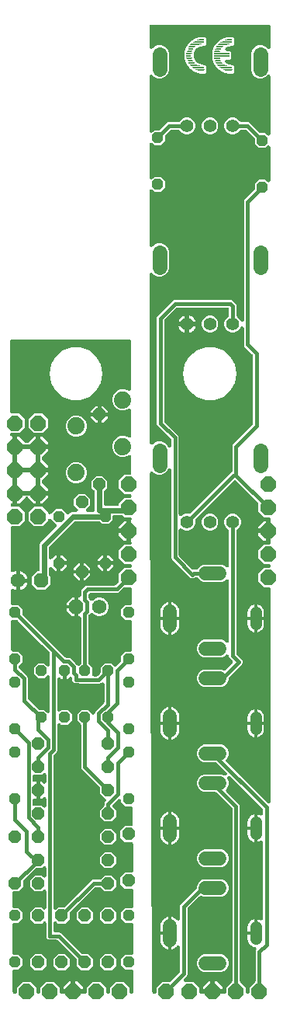
<source format=gbr>
G04 EAGLE Gerber RS-274X export*
G75*
%MOMM*%
%FSLAX34Y34*%
%LPD*%
%INBottom Copper*%
%IPPOS*%
%AMOC8*
5,1,8,0,0,1.08239X$1,22.5*%
G01*
%ADD10P,1.307527X8X112.500000*%
%ADD11P,1.307527X8X292.500000*%
%ADD12C,1.879600*%
%ADD13P,1.429621X8X292.500000*%
%ADD14P,1.704548X8X202.500000*%
%ADD15C,1.574800*%
%ADD16P,1.704548X8X22.500000*%
%ADD17P,1.814519X8X292.500000*%
%ADD18P,1.814519X8X202.500000*%
%ADD19P,1.814519X8X22.500000*%
%ADD20R,0.508000X0.084581*%
%ADD21R,0.762000X0.084581*%
%ADD22R,0.932181X0.084838*%
%ADD23R,1.099819X0.084581*%
%ADD24R,1.186181X0.084581*%
%ADD25R,1.270000X0.084581*%
%ADD26R,1.353819X0.084838*%
%ADD27R,0.932181X0.084581*%
%ADD28R,0.762000X0.084838*%
%ADD29R,0.845819X0.084838*%
%ADD30R,0.675638X0.084581*%
%ADD31R,0.678181X0.084581*%
%ADD32R,0.678181X0.084838*%
%ADD33R,0.591819X0.084581*%
%ADD34R,0.591819X0.084838*%
%ADD35R,0.594363X0.084581*%
%ADD36R,0.594363X0.084838*%
%ADD37R,1.610363X0.084581*%
%ADD38R,0.508000X0.084838*%
%ADD39R,1.610363X0.084838*%
%ADD40R,0.845819X0.084581*%
%ADD41R,1.186181X0.084838*%
%ADD42R,1.353819X0.084581*%
%ADD43R,1.099819X0.084838*%
%ADD44R,0.424181X0.084838*%
%ADD45P,1.429621X8X112.500000*%
%ADD46C,1.524000*%
%ADD47C,1.270000*%
%ADD48P,1.429621X8X202.500000*%
%ADD49C,1.422400*%
%ADD50C,1.600000*%
%ADD51P,1.814519X8X112.500000*%
%ADD52P,1.099708X8X22.500000*%
%ADD53C,0.406400*%
%ADD54C,0.609600*%

G36*
X12972Y10163D02*
X12972Y10163D01*
X12990Y10161D01*
X13172Y10182D01*
X13355Y10201D01*
X13372Y10206D01*
X13389Y10208D01*
X13564Y10265D01*
X13740Y10319D01*
X13755Y10327D01*
X13772Y10333D01*
X13932Y10423D01*
X14094Y10511D01*
X14107Y10522D01*
X14123Y10531D01*
X14262Y10651D01*
X14403Y10768D01*
X14414Y10782D01*
X14428Y10794D01*
X14540Y10939D01*
X14655Y11082D01*
X14663Y11098D01*
X14674Y11112D01*
X14756Y11277D01*
X14841Y11439D01*
X14846Y11456D01*
X14854Y11472D01*
X14901Y11651D01*
X14952Y11826D01*
X14954Y11844D01*
X14958Y11861D01*
X14985Y12192D01*
X14985Y17014D01*
X21086Y23115D01*
X29225Y23115D01*
X29252Y23117D01*
X29278Y23115D01*
X29452Y23137D01*
X29626Y23155D01*
X29651Y23162D01*
X29678Y23166D01*
X29844Y23222D01*
X30011Y23273D01*
X30034Y23286D01*
X30059Y23294D01*
X30211Y23381D01*
X30365Y23465D01*
X30385Y23482D01*
X30408Y23495D01*
X30661Y23710D01*
X39790Y32839D01*
X39807Y32859D01*
X39828Y32877D01*
X39935Y33015D01*
X40045Y33150D01*
X40058Y33174D01*
X40074Y33195D01*
X40152Y33352D01*
X40234Y33506D01*
X40242Y33531D01*
X40254Y33556D01*
X40299Y33725D01*
X40349Y33892D01*
X40351Y33918D01*
X40358Y33944D01*
X40385Y34275D01*
X40385Y60492D01*
X40384Y60501D01*
X40385Y60510D01*
X40364Y60702D01*
X40345Y60893D01*
X40343Y60901D01*
X40342Y60910D01*
X40284Y61092D01*
X40227Y61278D01*
X40223Y61285D01*
X40220Y61294D01*
X40127Y61462D01*
X40035Y61632D01*
X40030Y61638D01*
X40025Y61646D01*
X39900Y61794D01*
X39778Y61941D01*
X39771Y61946D01*
X39765Y61953D01*
X39614Y62072D01*
X39464Y62193D01*
X39456Y62197D01*
X39449Y62203D01*
X39278Y62290D01*
X39107Y62379D01*
X39098Y62381D01*
X39090Y62385D01*
X38905Y62437D01*
X38720Y62490D01*
X38711Y62491D01*
X38702Y62493D01*
X38510Y62507D01*
X38318Y62523D01*
X38310Y62522D01*
X38301Y62523D01*
X38108Y62498D01*
X37919Y62476D01*
X37910Y62473D01*
X37901Y62472D01*
X37718Y62411D01*
X37536Y62351D01*
X37528Y62347D01*
X37520Y62344D01*
X37354Y62249D01*
X37185Y62153D01*
X37178Y62147D01*
X37171Y62143D01*
X36918Y61928D01*
X35819Y60830D01*
X34525Y59890D01*
X33100Y59164D01*
X31579Y58669D01*
X31231Y58614D01*
X31231Y76200D01*
X31231Y93786D01*
X31579Y93731D01*
X33100Y93236D01*
X34525Y92510D01*
X35819Y91570D01*
X36918Y90472D01*
X36925Y90466D01*
X36930Y90459D01*
X37080Y90339D01*
X37229Y90217D01*
X37237Y90212D01*
X37244Y90207D01*
X37414Y90118D01*
X37585Y90028D01*
X37594Y90025D01*
X37601Y90021D01*
X37786Y89968D01*
X37971Y89913D01*
X37980Y89912D01*
X37988Y89910D01*
X38179Y89894D01*
X38372Y89877D01*
X38381Y89878D01*
X38390Y89877D01*
X38579Y89899D01*
X38772Y89920D01*
X38781Y89923D01*
X38789Y89924D01*
X38971Y89983D01*
X39156Y90042D01*
X39164Y90046D01*
X39172Y90049D01*
X39339Y90143D01*
X39508Y90237D01*
X39515Y90242D01*
X39523Y90247D01*
X39668Y90372D01*
X39815Y90497D01*
X39821Y90504D01*
X39828Y90510D01*
X39944Y90660D01*
X40065Y90813D01*
X40069Y90821D01*
X40074Y90828D01*
X40159Y90999D01*
X40247Y91172D01*
X40250Y91181D01*
X40254Y91189D01*
X40303Y91373D01*
X40355Y91560D01*
X40356Y91569D01*
X40358Y91577D01*
X40385Y91908D01*
X40385Y105584D01*
X41004Y107077D01*
X58332Y124406D01*
X58349Y124426D01*
X58370Y124444D01*
X58476Y124582D01*
X58587Y124717D01*
X58600Y124741D01*
X58616Y124762D01*
X58694Y124919D01*
X58776Y125073D01*
X58784Y125098D01*
X58796Y125123D01*
X58841Y125292D01*
X58891Y125459D01*
X58893Y125485D01*
X58900Y125511D01*
X58927Y125842D01*
X58927Y127120D01*
X60397Y130668D01*
X63112Y133383D01*
X65144Y134225D01*
X65145Y134225D01*
X66660Y134853D01*
X85740Y134853D01*
X89288Y133383D01*
X92003Y130668D01*
X93473Y127120D01*
X93473Y123280D01*
X92003Y119732D01*
X89288Y117017D01*
X85934Y115628D01*
X85740Y115547D01*
X66660Y115547D01*
X63891Y116694D01*
X63870Y116701D01*
X63850Y116711D01*
X63677Y116759D01*
X63506Y116811D01*
X63483Y116813D01*
X63462Y116819D01*
X63283Y116832D01*
X63105Y116849D01*
X63083Y116847D01*
X63060Y116848D01*
X62882Y116826D01*
X62704Y116807D01*
X62683Y116801D01*
X62661Y116798D01*
X62491Y116741D01*
X62320Y116687D01*
X62300Y116677D01*
X62279Y116670D01*
X62123Y116580D01*
X61967Y116494D01*
X61950Y116480D01*
X61930Y116469D01*
X61677Y116254D01*
X49110Y103686D01*
X49093Y103666D01*
X49072Y103648D01*
X48965Y103510D01*
X48855Y103375D01*
X48842Y103351D01*
X48826Y103330D01*
X48748Y103173D01*
X48666Y103019D01*
X48658Y102994D01*
X48646Y102969D01*
X48601Y102800D01*
X48551Y102633D01*
X48549Y102607D01*
X48542Y102581D01*
X48515Y102250D01*
X48515Y30941D01*
X47896Y29448D01*
X46467Y28018D01*
X45031Y26582D01*
X45025Y26575D01*
X45018Y26570D01*
X44897Y26419D01*
X44776Y26271D01*
X44771Y26263D01*
X44766Y26256D01*
X44677Y26085D01*
X44587Y25915D01*
X44584Y25906D01*
X44580Y25899D01*
X44527Y25714D01*
X44472Y25529D01*
X44471Y25520D01*
X44469Y25512D01*
X44453Y25321D01*
X44436Y25128D01*
X44437Y25119D01*
X44436Y25110D01*
X44458Y24921D01*
X44479Y24728D01*
X44482Y24719D01*
X44483Y24711D01*
X44542Y24529D01*
X44601Y24344D01*
X44605Y24336D01*
X44608Y24328D01*
X44702Y24161D01*
X44796Y23992D01*
X44801Y23985D01*
X44806Y23977D01*
X44931Y23832D01*
X45056Y23685D01*
X45063Y23679D01*
X45069Y23672D01*
X45219Y23556D01*
X45372Y23435D01*
X45380Y23431D01*
X45387Y23426D01*
X45558Y23341D01*
X45731Y23253D01*
X45740Y23250D01*
X45747Y23246D01*
X45933Y23197D01*
X46119Y23145D01*
X46128Y23144D01*
X46136Y23142D01*
X46467Y23115D01*
X55114Y23115D01*
X61215Y17014D01*
X61215Y12192D01*
X61217Y12174D01*
X61215Y12156D01*
X61236Y11974D01*
X61255Y11791D01*
X61260Y11774D01*
X61262Y11757D01*
X61319Y11582D01*
X61373Y11406D01*
X61381Y11391D01*
X61387Y11374D01*
X61477Y11214D01*
X61565Y11052D01*
X61576Y11039D01*
X61585Y11023D01*
X61705Y10884D01*
X61822Y10743D01*
X61836Y10732D01*
X61848Y10718D01*
X61993Y10606D01*
X62136Y10491D01*
X62152Y10483D01*
X62166Y10472D01*
X62331Y10390D01*
X62493Y10305D01*
X62510Y10300D01*
X62526Y10292D01*
X62705Y10245D01*
X62880Y10194D01*
X62898Y10192D01*
X62915Y10188D01*
X63246Y10161D01*
X75692Y10161D01*
X75710Y10163D01*
X75727Y10161D01*
X75910Y10182D01*
X76092Y10201D01*
X76109Y10206D01*
X76127Y10208D01*
X76205Y10233D01*
X76342Y10194D01*
X76360Y10192D01*
X76377Y10188D01*
X76708Y10161D01*
X89154Y10161D01*
X89172Y10163D01*
X89190Y10161D01*
X89372Y10182D01*
X89555Y10201D01*
X89572Y10206D01*
X89589Y10208D01*
X89764Y10265D01*
X89940Y10319D01*
X89955Y10327D01*
X89972Y10333D01*
X90132Y10423D01*
X90294Y10511D01*
X90307Y10522D01*
X90323Y10531D01*
X90462Y10651D01*
X90603Y10768D01*
X90614Y10782D01*
X90628Y10794D01*
X90740Y10939D01*
X90855Y11082D01*
X90863Y11098D01*
X90874Y11112D01*
X90956Y11277D01*
X91041Y11439D01*
X91046Y11456D01*
X91054Y11472D01*
X91101Y11651D01*
X91152Y11826D01*
X91154Y11844D01*
X91158Y11861D01*
X91185Y12192D01*
X91185Y17014D01*
X96940Y22769D01*
X96957Y22790D01*
X96978Y22807D01*
X97085Y22945D01*
X97195Y23080D01*
X97208Y23104D01*
X97224Y23125D01*
X97302Y23282D01*
X97384Y23436D01*
X97392Y23462D01*
X97404Y23486D01*
X97449Y23655D01*
X97499Y23822D01*
X97501Y23849D01*
X97508Y23875D01*
X97535Y24205D01*
X97535Y211575D01*
X97533Y211602D01*
X97535Y211628D01*
X97513Y211802D01*
X97495Y211976D01*
X97488Y212001D01*
X97484Y212028D01*
X97429Y212193D01*
X97377Y212360D01*
X97364Y212384D01*
X97356Y212409D01*
X97269Y212561D01*
X97185Y212715D01*
X97168Y212735D01*
X97155Y212758D01*
X96940Y213011D01*
X80699Y229252D01*
X80679Y229269D01*
X80661Y229290D01*
X80523Y229397D01*
X80388Y229507D01*
X80364Y229520D01*
X80343Y229536D01*
X80186Y229614D01*
X80032Y229696D01*
X80007Y229704D01*
X79982Y229716D01*
X79813Y229761D01*
X79646Y229811D01*
X79620Y229813D01*
X79594Y229820D01*
X79263Y229847D01*
X66660Y229847D01*
X63112Y231317D01*
X60397Y234032D01*
X58927Y237580D01*
X58927Y241420D01*
X60397Y244968D01*
X63112Y247683D01*
X63817Y247975D01*
X66660Y249153D01*
X85740Y249153D01*
X88868Y247857D01*
X88872Y247856D01*
X88876Y247854D01*
X89062Y247798D01*
X89253Y247741D01*
X89258Y247740D01*
X89262Y247739D01*
X89460Y247721D01*
X89654Y247703D01*
X89658Y247703D01*
X89663Y247703D01*
X89865Y247724D01*
X90055Y247744D01*
X90059Y247745D01*
X90063Y247746D01*
X90253Y247806D01*
X90439Y247864D01*
X90443Y247866D01*
X90447Y247868D01*
X90619Y247963D01*
X90792Y248057D01*
X90796Y248060D01*
X90799Y248062D01*
X90948Y248188D01*
X91100Y248316D01*
X91103Y248320D01*
X91106Y248323D01*
X91229Y248478D01*
X91351Y248631D01*
X91353Y248635D01*
X91356Y248639D01*
X91446Y248816D01*
X91535Y248989D01*
X91536Y248994D01*
X91538Y248998D01*
X91592Y249191D01*
X91645Y249377D01*
X91645Y249381D01*
X91646Y249386D01*
X91661Y249587D01*
X91676Y249778D01*
X91675Y249782D01*
X91676Y249787D01*
X91650Y249988D01*
X91627Y250178D01*
X91626Y250182D01*
X91625Y250187D01*
X91562Y250374D01*
X91501Y250560D01*
X91499Y250564D01*
X91497Y250568D01*
X91399Y250739D01*
X91301Y250910D01*
X91298Y250913D01*
X91296Y250917D01*
X91082Y251170D01*
X80699Y261552D01*
X80679Y261569D01*
X80661Y261590D01*
X80523Y261697D01*
X80388Y261807D01*
X80364Y261820D01*
X80343Y261836D01*
X80186Y261914D01*
X80032Y261996D01*
X80007Y262004D01*
X79982Y262016D01*
X79813Y262061D01*
X79646Y262111D01*
X79620Y262113D01*
X79594Y262120D01*
X79263Y262147D01*
X66660Y262147D01*
X63112Y263617D01*
X60397Y266332D01*
X58927Y269880D01*
X58927Y273720D01*
X60397Y277268D01*
X63112Y279983D01*
X64299Y280475D01*
X64300Y280475D01*
X66660Y281453D01*
X85740Y281453D01*
X89288Y279983D01*
X92003Y277268D01*
X93473Y273720D01*
X93473Y269880D01*
X92003Y266332D01*
X91146Y265475D01*
X91135Y265461D01*
X91121Y265450D01*
X91007Y265305D01*
X90891Y265164D01*
X90883Y265148D01*
X90872Y265134D01*
X90788Y264970D01*
X90702Y264808D01*
X90697Y264791D01*
X90689Y264775D01*
X90640Y264598D01*
X90588Y264422D01*
X90586Y264404D01*
X90581Y264387D01*
X90568Y264204D01*
X90551Y264021D01*
X90553Y264003D01*
X90552Y263985D01*
X90575Y263803D01*
X90595Y263621D01*
X90600Y263604D01*
X90602Y263586D01*
X90660Y263412D01*
X90716Y263237D01*
X90725Y263221D01*
X90730Y263204D01*
X90822Y263045D01*
X90911Y262884D01*
X90922Y262871D01*
X90931Y262855D01*
X91146Y262602D01*
X135597Y218152D01*
X135604Y218146D01*
X135609Y218139D01*
X135759Y218019D01*
X135908Y217897D01*
X135916Y217892D01*
X135923Y217887D01*
X136094Y217798D01*
X136264Y217708D01*
X136272Y217705D01*
X136280Y217701D01*
X136466Y217648D01*
X136650Y217593D01*
X136659Y217592D01*
X136667Y217590D01*
X136859Y217574D01*
X137051Y217557D01*
X137060Y217558D01*
X137069Y217557D01*
X137258Y217579D01*
X137451Y217600D01*
X137460Y217603D01*
X137468Y217604D01*
X137650Y217663D01*
X137835Y217722D01*
X137843Y217726D01*
X137851Y217729D01*
X138020Y217824D01*
X138187Y217917D01*
X138194Y217922D01*
X138202Y217927D01*
X138348Y218053D01*
X138494Y218177D01*
X138500Y218184D01*
X138507Y218190D01*
X138624Y218341D01*
X138744Y218493D01*
X138748Y218501D01*
X138753Y218508D01*
X138839Y218680D01*
X138926Y218852D01*
X138929Y218860D01*
X138933Y218868D01*
X138983Y219055D01*
X139034Y219240D01*
X139035Y219249D01*
X139037Y219257D01*
X139064Y219588D01*
X139064Y451104D01*
X139062Y451122D01*
X139064Y451140D01*
X139043Y451322D01*
X139024Y451505D01*
X139019Y451522D01*
X139017Y451539D01*
X138960Y451714D01*
X138906Y451890D01*
X138898Y451905D01*
X138892Y451922D01*
X138802Y452082D01*
X138714Y452244D01*
X138703Y452257D01*
X138694Y452273D01*
X138574Y452412D01*
X138457Y452553D01*
X138443Y452564D01*
X138431Y452578D01*
X138286Y452690D01*
X138143Y452805D01*
X138127Y452813D01*
X138113Y452824D01*
X137948Y452906D01*
X137786Y452991D01*
X137769Y452996D01*
X137753Y453004D01*
X137574Y453051D01*
X137399Y453102D01*
X137381Y453104D01*
X137364Y453108D01*
X137033Y453135D01*
X132211Y453135D01*
X126110Y459236D01*
X126110Y467864D01*
X132211Y473965D01*
X137033Y473965D01*
X137051Y473967D01*
X137069Y473965D01*
X137251Y473986D01*
X137434Y474005D01*
X137451Y474010D01*
X137468Y474012D01*
X137643Y474069D01*
X137819Y474123D01*
X137834Y474131D01*
X137851Y474137D01*
X138011Y474227D01*
X138173Y474315D01*
X138186Y474326D01*
X138202Y474335D01*
X138341Y474455D01*
X138482Y474572D01*
X138493Y474586D01*
X138507Y474598D01*
X138619Y474743D01*
X138734Y474886D01*
X138742Y474902D01*
X138753Y474916D01*
X138835Y475080D01*
X138920Y475243D01*
X138925Y475260D01*
X138933Y475276D01*
X138980Y475455D01*
X139031Y475630D01*
X139033Y475648D01*
X139037Y475665D01*
X139064Y475996D01*
X139064Y476504D01*
X139062Y476522D01*
X139064Y476540D01*
X139043Y476722D01*
X139024Y476905D01*
X139019Y476922D01*
X139017Y476939D01*
X138960Y477114D01*
X138906Y477290D01*
X138898Y477305D01*
X138892Y477322D01*
X138802Y477482D01*
X138714Y477644D01*
X138703Y477657D01*
X138694Y477673D01*
X138574Y477812D01*
X138457Y477953D01*
X138443Y477964D01*
X138431Y477978D01*
X138286Y478090D01*
X138143Y478205D01*
X138127Y478213D01*
X138113Y478224D01*
X137948Y478306D01*
X137786Y478391D01*
X137769Y478396D01*
X137753Y478404D01*
X137574Y478451D01*
X137399Y478502D01*
X137381Y478504D01*
X137364Y478508D01*
X137033Y478535D01*
X132211Y478535D01*
X126110Y484636D01*
X126110Y493264D01*
X132211Y499365D01*
X137033Y499365D01*
X137051Y499367D01*
X137069Y499365D01*
X137251Y499386D01*
X137434Y499405D01*
X137451Y499410D01*
X137468Y499412D01*
X137643Y499469D01*
X137819Y499523D01*
X137834Y499531D01*
X137851Y499537D01*
X138011Y499627D01*
X138173Y499715D01*
X138186Y499726D01*
X138202Y499735D01*
X138341Y499855D01*
X138482Y499972D01*
X138493Y499986D01*
X138507Y499998D01*
X138619Y500143D01*
X138734Y500286D01*
X138742Y500302D01*
X138753Y500316D01*
X138835Y500481D01*
X138920Y500643D01*
X138925Y500660D01*
X138933Y500676D01*
X138980Y500855D01*
X139031Y501030D01*
X139033Y501048D01*
X139037Y501065D01*
X139064Y501396D01*
X139064Y513842D01*
X139062Y513860D01*
X139064Y513877D01*
X139043Y514060D01*
X139024Y514242D01*
X139019Y514259D01*
X139017Y514277D01*
X138992Y514355D01*
X139031Y514492D01*
X139033Y514510D01*
X139037Y514527D01*
X139064Y514858D01*
X139064Y527304D01*
X139062Y527322D01*
X139064Y527340D01*
X139043Y527522D01*
X139024Y527705D01*
X139019Y527722D01*
X139017Y527739D01*
X138960Y527914D01*
X138906Y528090D01*
X138898Y528105D01*
X138892Y528122D01*
X138802Y528282D01*
X138714Y528444D01*
X138703Y528457D01*
X138694Y528473D01*
X138574Y528612D01*
X138457Y528753D01*
X138443Y528764D01*
X138431Y528778D01*
X138286Y528890D01*
X138143Y529005D01*
X138127Y529013D01*
X138113Y529024D01*
X137948Y529106D01*
X137786Y529191D01*
X137769Y529196D01*
X137753Y529204D01*
X137574Y529251D01*
X137399Y529302D01*
X137381Y529304D01*
X137364Y529308D01*
X137033Y529335D01*
X132211Y529335D01*
X126110Y535436D01*
X126110Y543575D01*
X126108Y543602D01*
X126110Y543628D01*
X126088Y543802D01*
X126070Y543976D01*
X126063Y544001D01*
X126059Y544028D01*
X126004Y544193D01*
X125952Y544360D01*
X125939Y544384D01*
X125931Y544409D01*
X125844Y544561D01*
X125760Y544715D01*
X125743Y544735D01*
X125730Y544758D01*
X125515Y545011D01*
X101649Y568878D01*
X101635Y568889D01*
X101623Y568903D01*
X101479Y569017D01*
X101337Y569133D01*
X101322Y569141D01*
X101308Y569152D01*
X101143Y569236D01*
X100982Y569321D01*
X100965Y569327D01*
X100949Y569335D01*
X100771Y569384D01*
X100596Y569436D01*
X100578Y569438D01*
X100561Y569443D01*
X100378Y569456D01*
X100195Y569473D01*
X100177Y569471D01*
X100159Y569472D01*
X99977Y569449D01*
X99794Y569429D01*
X99777Y569424D01*
X99760Y569422D01*
X99586Y569363D01*
X99411Y569308D01*
X99395Y569299D01*
X99378Y569293D01*
X99219Y569202D01*
X99058Y569113D01*
X99045Y569101D01*
X99029Y569092D01*
X98776Y568878D01*
X57667Y527769D01*
X57653Y527752D01*
X57636Y527737D01*
X57526Y527596D01*
X57412Y527458D01*
X57402Y527438D01*
X57388Y527420D01*
X57307Y527259D01*
X57224Y527102D01*
X57217Y527081D01*
X57207Y527060D01*
X57160Y526887D01*
X57109Y526716D01*
X57107Y526694D01*
X57101Y526672D01*
X57089Y526494D01*
X57073Y526315D01*
X57075Y526293D01*
X57073Y526270D01*
X57097Y526094D01*
X57116Y525915D01*
X57123Y525893D01*
X57126Y525871D01*
X57170Y525734D01*
X57170Y522056D01*
X55778Y518695D01*
X53205Y516122D01*
X49844Y514730D01*
X46206Y514730D01*
X42845Y516122D01*
X42457Y516510D01*
X42450Y516516D01*
X42445Y516523D01*
X42296Y516642D01*
X42146Y516765D01*
X42138Y516769D01*
X42131Y516775D01*
X41963Y516862D01*
X41790Y516954D01*
X41781Y516956D01*
X41774Y516960D01*
X41590Y517013D01*
X41404Y517069D01*
X41395Y517069D01*
X41387Y517072D01*
X41196Y517087D01*
X41003Y517105D01*
X40994Y517104D01*
X40985Y517105D01*
X40796Y517082D01*
X40603Y517062D01*
X40594Y517059D01*
X40586Y517058D01*
X40403Y516998D01*
X40219Y516940D01*
X40211Y516936D01*
X40203Y516933D01*
X40034Y516838D01*
X39867Y516745D01*
X39860Y516739D01*
X39852Y516735D01*
X39707Y516609D01*
X39560Y516485D01*
X39554Y516478D01*
X39547Y516472D01*
X39430Y516320D01*
X39310Y516169D01*
X39306Y516161D01*
X39301Y516154D01*
X39214Y515980D01*
X39128Y515810D01*
X39125Y515801D01*
X39121Y515793D01*
X39071Y515605D01*
X39020Y515422D01*
X39019Y515413D01*
X39017Y515405D01*
X38990Y515074D01*
X38990Y488300D01*
X38992Y488273D01*
X38990Y488247D01*
X39012Y488073D01*
X39030Y487899D01*
X39037Y487874D01*
X39041Y487847D01*
X39096Y487682D01*
X39148Y487515D01*
X39161Y487491D01*
X39169Y487466D01*
X39256Y487314D01*
X39340Y487160D01*
X39357Y487140D01*
X39370Y487117D01*
X39585Y486864D01*
X53689Y472760D01*
X53709Y472743D01*
X53727Y472722D01*
X53865Y472615D01*
X54000Y472505D01*
X54024Y472492D01*
X54045Y472476D01*
X54202Y472398D01*
X54356Y472316D01*
X54381Y472308D01*
X54406Y472296D01*
X54575Y472251D01*
X54742Y472201D01*
X54768Y472199D01*
X54794Y472192D01*
X55125Y472165D01*
X58458Y472165D01*
X58481Y472167D01*
X58503Y472165D01*
X58680Y472187D01*
X58859Y472205D01*
X58880Y472211D01*
X58903Y472214D01*
X59072Y472270D01*
X59244Y472323D01*
X59264Y472333D01*
X59285Y472340D01*
X59440Y472429D01*
X59598Y472515D01*
X59615Y472529D01*
X59634Y472540D01*
X59769Y472657D01*
X59907Y472772D01*
X59921Y472790D01*
X59938Y472804D01*
X60047Y472946D01*
X60160Y473086D01*
X60170Y473106D01*
X60183Y473124D01*
X60335Y473419D01*
X60397Y473568D01*
X63112Y476283D01*
X66660Y477753D01*
X85740Y477753D01*
X89288Y476283D01*
X90493Y475078D01*
X90500Y475073D01*
X90505Y475066D01*
X90656Y474945D01*
X90804Y474823D01*
X90812Y474819D01*
X90819Y474813D01*
X90989Y474725D01*
X91160Y474635D01*
X91169Y474632D01*
X91176Y474628D01*
X91361Y474575D01*
X91546Y474520D01*
X91555Y474519D01*
X91563Y474517D01*
X91754Y474501D01*
X91947Y474483D01*
X91956Y474484D01*
X91965Y474484D01*
X92154Y474506D01*
X92347Y474527D01*
X92356Y474530D01*
X92364Y474531D01*
X92546Y474590D01*
X92731Y474648D01*
X92739Y474653D01*
X92747Y474655D01*
X92914Y474750D01*
X93083Y474843D01*
X93090Y474849D01*
X93098Y474853D01*
X93243Y474978D01*
X93390Y475104D01*
X93396Y475111D01*
X93403Y475116D01*
X93519Y475267D01*
X93640Y475420D01*
X93644Y475428D01*
X93649Y475435D01*
X93734Y475605D01*
X93822Y475778D01*
X93825Y475787D01*
X93829Y475795D01*
X93878Y475981D01*
X93930Y476166D01*
X93931Y476175D01*
X93933Y476184D01*
X93960Y476515D01*
X93960Y514303D01*
X93958Y514326D01*
X93960Y514348D01*
X93938Y514525D01*
X93920Y514704D01*
X93914Y514725D01*
X93911Y514747D01*
X93855Y514917D01*
X93802Y515089D01*
X93792Y515108D01*
X93785Y515130D01*
X93696Y515285D01*
X93610Y515443D01*
X93596Y515460D01*
X93585Y515479D01*
X93467Y515615D01*
X93353Y515752D01*
X93335Y515766D01*
X93321Y515783D01*
X93178Y515893D01*
X93039Y516004D01*
X93019Y516015D01*
X93001Y516028D01*
X92873Y516094D01*
X90272Y518695D01*
X88880Y522056D01*
X88880Y525694D01*
X90272Y529055D01*
X92845Y531628D01*
X96206Y533020D01*
X99844Y533020D01*
X103205Y531628D01*
X105778Y529055D01*
X107170Y525694D01*
X107170Y522056D01*
X105778Y518695D01*
X103170Y516088D01*
X103147Y516074D01*
X102989Y515990D01*
X102972Y515976D01*
X102952Y515965D01*
X102816Y515847D01*
X102678Y515733D01*
X102664Y515716D01*
X102647Y515701D01*
X102538Y515560D01*
X102425Y515421D01*
X102414Y515401D01*
X102401Y515383D01*
X102321Y515223D01*
X102238Y515064D01*
X102231Y515043D01*
X102221Y515023D01*
X102175Y514849D01*
X102125Y514678D01*
X102123Y514656D01*
X102117Y514634D01*
X102090Y514303D01*
X102090Y380750D01*
X102092Y380723D01*
X102090Y380697D01*
X102112Y380523D01*
X102130Y380349D01*
X102137Y380324D01*
X102141Y380297D01*
X102196Y380132D01*
X102248Y379965D01*
X102261Y379941D01*
X102269Y379916D01*
X102356Y379764D01*
X102440Y379610D01*
X102457Y379590D01*
X102470Y379567D01*
X102685Y379314D01*
X108221Y373777D01*
X108840Y372284D01*
X108840Y370666D01*
X108221Y369173D01*
X94068Y355019D01*
X94051Y354999D01*
X94030Y354981D01*
X93923Y354843D01*
X93813Y354708D01*
X93800Y354684D01*
X93784Y354663D01*
X93706Y354506D01*
X93624Y354352D01*
X93616Y354327D01*
X93604Y354302D01*
X93559Y354133D01*
X93509Y353966D01*
X93507Y353940D01*
X93500Y353914D01*
X93473Y353583D01*
X93473Y351880D01*
X92003Y348332D01*
X89288Y345617D01*
X85740Y344147D01*
X66660Y344147D01*
X63112Y345617D01*
X60397Y348332D01*
X58927Y351880D01*
X58927Y355720D01*
X60397Y359268D01*
X63112Y361983D01*
X66660Y363453D01*
X85740Y363453D01*
X88209Y362430D01*
X88230Y362424D01*
X88250Y362414D01*
X88422Y362366D01*
X88594Y362314D01*
X88616Y362312D01*
X88638Y362306D01*
X88817Y362293D01*
X88995Y362276D01*
X89017Y362278D01*
X89039Y362276D01*
X89217Y362299D01*
X89395Y362317D01*
X89416Y362324D01*
X89439Y362327D01*
X89609Y362384D01*
X89780Y362437D01*
X89799Y362448D01*
X89820Y362455D01*
X89976Y362545D01*
X90133Y362630D01*
X90150Y362645D01*
X90169Y362656D01*
X90422Y362871D01*
X97590Y370039D01*
X97602Y370052D01*
X97615Y370064D01*
X97729Y370208D01*
X97845Y370350D01*
X97854Y370366D01*
X97865Y370380D01*
X97948Y370544D01*
X98034Y370706D01*
X98039Y370723D01*
X98047Y370739D01*
X98097Y370916D01*
X98149Y371092D01*
X98150Y371110D01*
X98155Y371127D01*
X98169Y371310D01*
X98185Y371493D01*
X98183Y371511D01*
X98185Y371528D01*
X98162Y371710D01*
X98142Y371893D01*
X98136Y371910D01*
X98134Y371928D01*
X98076Y372101D01*
X98020Y372277D01*
X98012Y372293D01*
X98006Y372309D01*
X97914Y372469D01*
X97825Y372629D01*
X97814Y372643D01*
X97805Y372658D01*
X97590Y372911D01*
X94579Y375923D01*
X93960Y377416D01*
X93960Y377685D01*
X93959Y377694D01*
X93960Y377703D01*
X93939Y377895D01*
X93920Y378086D01*
X93918Y378095D01*
X93917Y378103D01*
X93859Y378286D01*
X93802Y378471D01*
X93798Y378479D01*
X93795Y378487D01*
X93702Y378656D01*
X93610Y378825D01*
X93605Y378832D01*
X93600Y378840D01*
X93476Y378986D01*
X93353Y379134D01*
X93346Y379140D01*
X93340Y379147D01*
X93188Y379267D01*
X93039Y379387D01*
X93031Y379391D01*
X93024Y379396D01*
X92852Y379484D01*
X92682Y379572D01*
X92673Y379575D01*
X92665Y379579D01*
X92479Y379630D01*
X92295Y379683D01*
X92286Y379684D01*
X92277Y379687D01*
X92085Y379701D01*
X91893Y379716D01*
X91885Y379715D01*
X91876Y379716D01*
X91683Y379692D01*
X91494Y379669D01*
X91485Y379667D01*
X91476Y379666D01*
X91293Y379604D01*
X91111Y379545D01*
X91103Y379540D01*
X91095Y379537D01*
X90929Y379442D01*
X90760Y379347D01*
X90753Y379341D01*
X90746Y379336D01*
X90493Y379122D01*
X89288Y377917D01*
X85740Y376447D01*
X66660Y376447D01*
X63112Y377917D01*
X60397Y380632D01*
X58927Y384180D01*
X58927Y388020D01*
X60397Y391568D01*
X63112Y394283D01*
X66660Y395753D01*
X85740Y395753D01*
X89288Y394283D01*
X90493Y393078D01*
X90500Y393073D01*
X90505Y393066D01*
X90656Y392945D01*
X90804Y392823D01*
X90812Y392819D01*
X90819Y392813D01*
X90989Y392725D01*
X91160Y392635D01*
X91169Y392632D01*
X91176Y392628D01*
X91361Y392575D01*
X91546Y392520D01*
X91555Y392519D01*
X91563Y392517D01*
X91754Y392501D01*
X91947Y392483D01*
X91956Y392484D01*
X91965Y392484D01*
X92154Y392506D01*
X92347Y392527D01*
X92356Y392530D01*
X92364Y392531D01*
X92546Y392590D01*
X92731Y392648D01*
X92739Y392653D01*
X92747Y392655D01*
X92914Y392750D01*
X93083Y392843D01*
X93090Y392849D01*
X93098Y392853D01*
X93243Y392978D01*
X93390Y393104D01*
X93396Y393111D01*
X93403Y393116D01*
X93519Y393267D01*
X93640Y393420D01*
X93644Y393428D01*
X93649Y393435D01*
X93734Y393605D01*
X93822Y393778D01*
X93825Y393787D01*
X93829Y393795D01*
X93878Y393981D01*
X93930Y394166D01*
X93931Y394175D01*
X93933Y394184D01*
X93960Y394515D01*
X93960Y459685D01*
X93959Y459694D01*
X93960Y459703D01*
X93940Y459893D01*
X93920Y460086D01*
X93918Y460095D01*
X93917Y460103D01*
X93860Y460284D01*
X93802Y460471D01*
X93798Y460479D01*
X93795Y460487D01*
X93702Y460656D01*
X93610Y460825D01*
X93605Y460832D01*
X93600Y460840D01*
X93475Y460987D01*
X93353Y461134D01*
X93346Y461140D01*
X93340Y461147D01*
X93188Y461267D01*
X93039Y461387D01*
X93031Y461391D01*
X93024Y461396D01*
X92852Y461484D01*
X92682Y461572D01*
X92673Y461575D01*
X92665Y461579D01*
X92479Y461630D01*
X92295Y461683D01*
X92286Y461684D01*
X92277Y461687D01*
X92085Y461701D01*
X91893Y461716D01*
X91885Y461715D01*
X91876Y461716D01*
X91683Y461692D01*
X91494Y461669D01*
X91485Y461667D01*
X91476Y461666D01*
X91293Y461604D01*
X91111Y461545D01*
X91103Y461540D01*
X91095Y461537D01*
X90929Y461442D01*
X90760Y461347D01*
X90753Y461341D01*
X90746Y461336D01*
X90493Y461122D01*
X89288Y459917D01*
X85740Y458447D01*
X66660Y458447D01*
X63112Y459917D01*
X60397Y462632D01*
X60335Y462781D01*
X60325Y462801D01*
X60318Y462822D01*
X60229Y462978D01*
X60145Y463136D01*
X60131Y463153D01*
X60120Y463173D01*
X60003Y463308D01*
X59888Y463447D01*
X59871Y463461D01*
X59857Y463478D01*
X59715Y463587D01*
X59576Y463700D01*
X59556Y463711D01*
X59538Y463724D01*
X59378Y463804D01*
X59219Y463887D01*
X59198Y463894D01*
X59178Y463904D01*
X59005Y463950D01*
X58833Y464000D01*
X58811Y464002D01*
X58789Y464008D01*
X58458Y464035D01*
X57875Y464035D01*
X57848Y464033D01*
X57822Y464035D01*
X57648Y464013D01*
X57474Y463995D01*
X57449Y463988D01*
X57422Y463984D01*
X57257Y463929D01*
X57090Y463877D01*
X57066Y463864D01*
X57041Y463856D01*
X56889Y463769D01*
X56735Y463685D01*
X56715Y463668D01*
X56692Y463655D01*
X56439Y463440D01*
X56277Y463279D01*
X54784Y462660D01*
X53166Y462660D01*
X51673Y463279D01*
X31479Y483473D01*
X30860Y484966D01*
X30860Y580434D01*
X30860Y580438D01*
X30860Y580442D01*
X30840Y580637D01*
X30820Y580834D01*
X30819Y580838D01*
X30819Y580843D01*
X30760Y581031D01*
X30702Y581219D01*
X30700Y581223D01*
X30699Y581227D01*
X30603Y581402D01*
X30510Y581573D01*
X30508Y581576D01*
X30505Y581580D01*
X30377Y581733D01*
X30253Y581882D01*
X30249Y581885D01*
X30246Y581889D01*
X30090Y582013D01*
X29939Y582135D01*
X29935Y582137D01*
X29932Y582140D01*
X29751Y582232D01*
X29582Y582320D01*
X29577Y582321D01*
X29573Y582323D01*
X29383Y582377D01*
X29195Y582432D01*
X29190Y582432D01*
X29186Y582433D01*
X28994Y582448D01*
X28793Y582464D01*
X28789Y582464D01*
X28785Y582464D01*
X28591Y582441D01*
X28394Y582418D01*
X28389Y582416D01*
X28385Y582416D01*
X28200Y582354D01*
X28011Y582293D01*
X28007Y582290D01*
X28003Y582289D01*
X27834Y582193D01*
X27660Y582095D01*
X27657Y582092D01*
X27653Y582090D01*
X27506Y581962D01*
X27356Y581832D01*
X27353Y581828D01*
X27349Y581825D01*
X27228Y581667D01*
X27109Y581514D01*
X27107Y581510D01*
X27104Y581506D01*
X26952Y581211D01*
X26530Y580192D01*
X23708Y577370D01*
X20021Y575842D01*
X16029Y575842D01*
X12342Y577370D01*
X11129Y578582D01*
X11119Y578591D01*
X11111Y578601D01*
X10963Y578718D01*
X10818Y578837D01*
X10806Y578843D01*
X10796Y578852D01*
X10627Y578938D01*
X10462Y579026D01*
X10450Y579030D01*
X10438Y579036D01*
X10256Y579087D01*
X10076Y579141D01*
X10063Y579142D01*
X10050Y579145D01*
X9863Y579160D01*
X9675Y579177D01*
X9662Y579176D01*
X9649Y579177D01*
X9463Y579154D01*
X9275Y579134D01*
X9262Y579129D01*
X9249Y579128D01*
X9071Y579069D01*
X8891Y579012D01*
X8880Y579006D01*
X8867Y579001D01*
X8703Y578908D01*
X8539Y578817D01*
X8529Y578809D01*
X8517Y578802D01*
X8375Y578678D01*
X8232Y578557D01*
X8224Y578546D01*
X8214Y578537D01*
X8099Y578388D01*
X7982Y578241D01*
X7976Y578229D01*
X7968Y578218D01*
X7885Y578048D01*
X7800Y577882D01*
X7796Y577869D01*
X7791Y577857D01*
X7742Y577675D01*
X7692Y577494D01*
X7691Y577481D01*
X7688Y577468D01*
X7662Y577137D01*
X10108Y12183D01*
X10109Y12170D01*
X10108Y12156D01*
X10130Y11969D01*
X10150Y11783D01*
X10154Y11770D01*
X10155Y11757D01*
X10214Y11577D01*
X10270Y11398D01*
X10276Y11387D01*
X10280Y11374D01*
X10373Y11210D01*
X10463Y11045D01*
X10471Y11035D01*
X10478Y11023D01*
X10601Y10881D01*
X10722Y10737D01*
X10732Y10729D01*
X10741Y10718D01*
X10889Y10604D01*
X11037Y10486D01*
X11049Y10480D01*
X11059Y10472D01*
X11227Y10388D01*
X11395Y10302D01*
X11408Y10298D01*
X11420Y10292D01*
X11602Y10243D01*
X11782Y10192D01*
X11796Y10191D01*
X11809Y10188D01*
X12139Y10161D01*
X12954Y10161D01*
X12972Y10163D01*
G37*
G36*
X28860Y605286D02*
X28860Y605286D01*
X28865Y605286D01*
X29059Y605308D01*
X29256Y605331D01*
X29260Y605332D01*
X29264Y605332D01*
X29450Y605393D01*
X29639Y605454D01*
X29643Y605456D01*
X29647Y605457D01*
X29819Y605554D01*
X29991Y605650D01*
X29994Y605653D01*
X29998Y605655D01*
X30145Y605782D01*
X30296Y605912D01*
X30299Y605915D01*
X30303Y605918D01*
X30420Y606070D01*
X30545Y606229D01*
X30547Y606233D01*
X30549Y606236D01*
X30638Y606414D01*
X30725Y606589D01*
X30727Y606593D01*
X30729Y606597D01*
X30780Y606789D01*
X30832Y606977D01*
X30832Y606981D01*
X30833Y606986D01*
X30860Y607316D01*
X30860Y613425D01*
X30858Y613452D01*
X30860Y613478D01*
X30838Y613652D01*
X30820Y613826D01*
X30813Y613851D01*
X30809Y613878D01*
X30754Y614043D01*
X30702Y614210D01*
X30689Y614234D01*
X30681Y614259D01*
X30594Y614411D01*
X30510Y614565D01*
X30493Y614585D01*
X30480Y614608D01*
X30265Y614861D01*
X15604Y629523D01*
X14985Y631016D01*
X14985Y746934D01*
X15604Y748427D01*
X32623Y765446D01*
X34116Y766065D01*
X96059Y766065D01*
X97552Y765446D01*
X101471Y761527D01*
X102090Y760034D01*
X102090Y749347D01*
X102092Y749324D01*
X102090Y749302D01*
X102112Y749125D01*
X102130Y748946D01*
X102136Y748925D01*
X102139Y748903D01*
X102195Y748733D01*
X102248Y748561D01*
X102258Y748542D01*
X102265Y748520D01*
X102354Y748365D01*
X102440Y748207D01*
X102454Y748190D01*
X102465Y748171D01*
X102583Y748035D01*
X102697Y747898D01*
X102715Y747884D01*
X102729Y747867D01*
X102872Y747757D01*
X103011Y747646D01*
X103031Y747635D01*
X103049Y747622D01*
X103177Y747556D01*
X105778Y744955D01*
X106327Y743628D01*
X106329Y743624D01*
X106331Y743619D01*
X106424Y743446D01*
X106518Y743273D01*
X106520Y743269D01*
X106523Y743265D01*
X106648Y743115D01*
X106774Y742962D01*
X106777Y742959D01*
X106780Y742956D01*
X106933Y742833D01*
X107087Y742709D01*
X107091Y742707D01*
X107094Y742704D01*
X107267Y742614D01*
X107443Y742522D01*
X107447Y742520D01*
X107451Y742518D01*
X107639Y742464D01*
X107830Y742408D01*
X107834Y742408D01*
X107838Y742407D01*
X108036Y742391D01*
X108231Y742374D01*
X108235Y742374D01*
X108240Y742374D01*
X108434Y742397D01*
X108631Y742419D01*
X108635Y742420D01*
X108639Y742421D01*
X108825Y742481D01*
X109014Y742542D01*
X109018Y742544D01*
X109022Y742546D01*
X109194Y742642D01*
X109366Y742738D01*
X109369Y742741D01*
X109373Y742744D01*
X109521Y742872D01*
X109671Y743000D01*
X109674Y743004D01*
X109678Y743007D01*
X109798Y743161D01*
X109920Y743317D01*
X109922Y743321D01*
X109924Y743325D01*
X110012Y743501D01*
X110100Y743677D01*
X110102Y743681D01*
X110104Y743685D01*
X110155Y743876D01*
X110207Y744065D01*
X110207Y744070D01*
X110208Y744074D01*
X110235Y744405D01*
X110235Y873934D01*
X110854Y875427D01*
X121507Y886081D01*
X121524Y886101D01*
X121545Y886119D01*
X121652Y886257D01*
X121762Y886392D01*
X121775Y886416D01*
X121791Y886437D01*
X121869Y886594D01*
X121951Y886748D01*
X121959Y886773D01*
X121971Y886798D01*
X122016Y886967D01*
X122066Y887134D01*
X122068Y887160D01*
X122075Y887186D01*
X122102Y887517D01*
X122102Y892344D01*
X126831Y897073D01*
X133519Y897073D01*
X135597Y894995D01*
X135604Y894989D01*
X135609Y894982D01*
X135759Y894862D01*
X135908Y894740D01*
X135916Y894736D01*
X135923Y894730D01*
X136093Y894642D01*
X136264Y894551D01*
X136273Y894549D01*
X136280Y894544D01*
X136465Y894491D01*
X136650Y894436D01*
X136659Y894436D01*
X136667Y894433D01*
X136858Y894417D01*
X137051Y894400D01*
X137060Y894401D01*
X137069Y894400D01*
X137258Y894422D01*
X137451Y894443D01*
X137460Y894446D01*
X137468Y894447D01*
X137650Y894506D01*
X137835Y894565D01*
X137843Y894569D01*
X137851Y894572D01*
X138020Y894667D01*
X138187Y894760D01*
X138194Y894765D01*
X138202Y894770D01*
X138348Y894896D01*
X138494Y895020D01*
X138500Y895027D01*
X138507Y895033D01*
X138624Y895184D01*
X138744Y895336D01*
X138748Y895344D01*
X138753Y895351D01*
X138839Y895523D01*
X138926Y895695D01*
X138929Y895704D01*
X138933Y895712D01*
X138983Y895898D01*
X139034Y896083D01*
X139035Y896092D01*
X139037Y896100D01*
X139064Y896431D01*
X139064Y932369D01*
X139063Y932377D01*
X139064Y932384D01*
X139064Y932387D01*
X139043Y932578D01*
X139024Y932769D01*
X139022Y932778D01*
X139021Y932787D01*
X138963Y932969D01*
X138906Y933154D01*
X138902Y933162D01*
X138899Y933171D01*
X138806Y933339D01*
X138714Y933508D01*
X138709Y933515D01*
X138704Y933523D01*
X138580Y933670D01*
X138457Y933818D01*
X138450Y933823D01*
X138444Y933830D01*
X138293Y933949D01*
X138143Y934070D01*
X138135Y934074D01*
X138128Y934080D01*
X137955Y934167D01*
X137786Y934256D01*
X137777Y934258D01*
X137769Y934262D01*
X137583Y934314D01*
X137399Y934367D01*
X137390Y934368D01*
X137381Y934370D01*
X137188Y934384D01*
X136997Y934400D01*
X136989Y934399D01*
X136980Y934399D01*
X136787Y934375D01*
X136598Y934353D01*
X136589Y934350D01*
X136580Y934349D01*
X136397Y934288D01*
X136215Y934228D01*
X136207Y934224D01*
X136199Y934221D01*
X136033Y934125D01*
X135864Y934030D01*
X135857Y934024D01*
X135850Y934020D01*
X135597Y933805D01*
X133519Y931727D01*
X126831Y931727D01*
X122102Y936456D01*
X122102Y941283D01*
X122100Y941310D01*
X122102Y941336D01*
X122080Y941510D01*
X122062Y941684D01*
X122055Y941709D01*
X122051Y941736D01*
X121996Y941901D01*
X121944Y942068D01*
X121931Y942092D01*
X121923Y942117D01*
X121836Y942269D01*
X121752Y942423D01*
X121735Y942443D01*
X121722Y942466D01*
X121507Y942719D01*
X113211Y951015D01*
X113191Y951032D01*
X113173Y951053D01*
X113035Y951160D01*
X112900Y951270D01*
X112876Y951283D01*
X112855Y951299D01*
X112698Y951377D01*
X112544Y951459D01*
X112519Y951467D01*
X112494Y951479D01*
X112325Y951524D01*
X112158Y951574D01*
X112132Y951576D01*
X112106Y951583D01*
X111775Y951610D01*
X107597Y951610D01*
X107574Y951608D01*
X107552Y951610D01*
X107375Y951588D01*
X107196Y951570D01*
X107175Y951564D01*
X107153Y951561D01*
X106983Y951505D01*
X106811Y951452D01*
X106792Y951442D01*
X106770Y951435D01*
X106615Y951346D01*
X106457Y951260D01*
X106440Y951246D01*
X106421Y951235D01*
X106285Y951117D01*
X106148Y951003D01*
X106134Y950985D01*
X106117Y950971D01*
X106007Y950828D01*
X105896Y950689D01*
X105885Y950669D01*
X105872Y950651D01*
X105806Y950523D01*
X103205Y947922D01*
X99844Y946530D01*
X96206Y946530D01*
X92845Y947922D01*
X90272Y950495D01*
X88880Y953856D01*
X88880Y957494D01*
X90272Y960855D01*
X92845Y963428D01*
X96206Y964820D01*
X99844Y964820D01*
X103205Y963428D01*
X105812Y960820D01*
X105826Y960797D01*
X105910Y960639D01*
X105924Y960622D01*
X105935Y960602D01*
X106053Y960466D01*
X106167Y960328D01*
X106184Y960314D01*
X106199Y960297D01*
X106340Y960188D01*
X106479Y960075D01*
X106499Y960064D01*
X106517Y960051D01*
X106677Y959971D01*
X106836Y959888D01*
X106857Y959881D01*
X106877Y959871D01*
X107051Y959825D01*
X107222Y959775D01*
X107244Y959773D01*
X107266Y959767D01*
X107597Y959740D01*
X115109Y959740D01*
X116602Y959121D01*
X127256Y948468D01*
X127276Y948451D01*
X127294Y948430D01*
X127432Y948323D01*
X127567Y948213D01*
X127591Y948200D01*
X127612Y948184D01*
X127769Y948106D01*
X127923Y948024D01*
X127948Y948016D01*
X127973Y948004D01*
X128142Y947959D01*
X128309Y947909D01*
X128335Y947907D01*
X128361Y947900D01*
X128692Y947873D01*
X133519Y947873D01*
X135597Y945795D01*
X135604Y945789D01*
X135609Y945782D01*
X135759Y945662D01*
X135908Y945540D01*
X135916Y945536D01*
X135923Y945530D01*
X136093Y945442D01*
X136264Y945351D01*
X136273Y945349D01*
X136280Y945344D01*
X136465Y945291D01*
X136650Y945236D01*
X136659Y945236D01*
X136667Y945233D01*
X136858Y945217D01*
X137051Y945200D01*
X137060Y945201D01*
X137069Y945200D01*
X137258Y945222D01*
X137451Y945243D01*
X137460Y945246D01*
X137468Y945247D01*
X137650Y945306D01*
X137835Y945365D01*
X137843Y945369D01*
X137851Y945372D01*
X138020Y945467D01*
X138187Y945560D01*
X138194Y945565D01*
X138202Y945570D01*
X138348Y945696D01*
X138494Y945820D01*
X138500Y945827D01*
X138507Y945833D01*
X138624Y945984D01*
X138744Y946136D01*
X138748Y946144D01*
X138753Y946151D01*
X138839Y946323D01*
X138926Y946495D01*
X138929Y946504D01*
X138933Y946512D01*
X138983Y946698D01*
X139034Y946883D01*
X139035Y946892D01*
X139037Y946900D01*
X139064Y947231D01*
X139064Y1009622D01*
X139063Y1009631D01*
X139064Y1009640D01*
X139043Y1009832D01*
X139024Y1010023D01*
X139022Y1010031D01*
X139021Y1010040D01*
X138963Y1010222D01*
X138906Y1010408D01*
X138902Y1010415D01*
X138899Y1010424D01*
X138806Y1010592D01*
X138714Y1010762D01*
X138709Y1010768D01*
X138704Y1010776D01*
X138579Y1010924D01*
X138457Y1011071D01*
X138450Y1011076D01*
X138444Y1011083D01*
X138292Y1011203D01*
X138143Y1011323D01*
X138135Y1011327D01*
X138128Y1011333D01*
X137956Y1011420D01*
X137786Y1011509D01*
X137777Y1011511D01*
X137769Y1011515D01*
X137583Y1011567D01*
X137399Y1011620D01*
X137390Y1011621D01*
X137381Y1011623D01*
X137189Y1011637D01*
X136997Y1011653D01*
X136989Y1011652D01*
X136980Y1011653D01*
X136787Y1011628D01*
X136598Y1011606D01*
X136589Y1011603D01*
X136580Y1011602D01*
X136397Y1011541D01*
X136215Y1011481D01*
X136207Y1011477D01*
X136199Y1011474D01*
X136033Y1011379D01*
X135864Y1011283D01*
X135857Y1011277D01*
X135850Y1011273D01*
X135597Y1011058D01*
X133708Y1009170D01*
X130021Y1007642D01*
X126029Y1007642D01*
X122342Y1009170D01*
X119520Y1011992D01*
X117992Y1015679D01*
X117992Y1035671D01*
X119520Y1039358D01*
X122342Y1042180D01*
X122374Y1042194D01*
X126029Y1043708D01*
X130021Y1043708D01*
X133708Y1042180D01*
X135597Y1040292D01*
X135604Y1040286D01*
X135609Y1040279D01*
X135759Y1040159D01*
X135908Y1040037D01*
X135916Y1040032D01*
X135923Y1040027D01*
X136093Y1039938D01*
X136264Y1039848D01*
X136273Y1039845D01*
X136280Y1039841D01*
X136465Y1039788D01*
X136650Y1039733D01*
X136659Y1039732D01*
X136667Y1039730D01*
X136858Y1039714D01*
X137051Y1039697D01*
X137060Y1039698D01*
X137069Y1039697D01*
X137258Y1039719D01*
X137451Y1039740D01*
X137460Y1039743D01*
X137468Y1039744D01*
X137650Y1039803D01*
X137835Y1039862D01*
X137843Y1039866D01*
X137851Y1039869D01*
X138020Y1039964D01*
X138187Y1040057D01*
X138194Y1040062D01*
X138202Y1040067D01*
X138348Y1040193D01*
X138494Y1040317D01*
X138500Y1040324D01*
X138507Y1040330D01*
X138624Y1040481D01*
X138744Y1040633D01*
X138748Y1040641D01*
X138753Y1040648D01*
X138839Y1040820D01*
X138926Y1040992D01*
X138929Y1041000D01*
X138933Y1041009D01*
X138983Y1041194D01*
X139034Y1041380D01*
X139035Y1041389D01*
X139037Y1041397D01*
X139064Y1041728D01*
X139064Y1064018D01*
X139063Y1064035D01*
X139064Y1064052D01*
X139043Y1064235D01*
X139024Y1064418D01*
X139019Y1064435D01*
X139017Y1064452D01*
X138961Y1064626D01*
X138906Y1064803D01*
X138898Y1064818D01*
X138893Y1064835D01*
X138802Y1064995D01*
X138714Y1065157D01*
X138704Y1065170D01*
X138695Y1065185D01*
X138575Y1065325D01*
X138457Y1065467D01*
X138443Y1065477D01*
X138432Y1065490D01*
X138287Y1065604D01*
X138143Y1065719D01*
X138128Y1065727D01*
X138114Y1065737D01*
X137949Y1065820D01*
X137786Y1065905D01*
X137769Y1065909D01*
X137754Y1065917D01*
X137576Y1065965D01*
X137399Y1066016D01*
X137382Y1066017D01*
X137365Y1066022D01*
X137035Y1066049D01*
X9019Y1066154D01*
X9000Y1066152D01*
X8981Y1066154D01*
X8800Y1066133D01*
X8618Y1066115D01*
X8600Y1066109D01*
X8582Y1066107D01*
X8408Y1066050D01*
X8233Y1065997D01*
X8217Y1065988D01*
X8199Y1065982D01*
X8039Y1065892D01*
X7879Y1065805D01*
X7864Y1065793D01*
X7848Y1065784D01*
X7710Y1065665D01*
X7569Y1065548D01*
X7558Y1065533D01*
X7543Y1065521D01*
X7431Y1065377D01*
X7317Y1065234D01*
X7308Y1065218D01*
X7297Y1065203D01*
X7215Y1065040D01*
X7131Y1064877D01*
X7126Y1064859D01*
X7117Y1064843D01*
X7070Y1064666D01*
X7019Y1064490D01*
X7018Y1064472D01*
X7013Y1064454D01*
X6986Y1064123D01*
X6986Y1041728D01*
X6987Y1041719D01*
X6986Y1041710D01*
X7007Y1041517D01*
X7026Y1041327D01*
X7028Y1041319D01*
X7029Y1041310D01*
X7087Y1041126D01*
X7144Y1040942D01*
X7148Y1040935D01*
X7151Y1040926D01*
X7244Y1040757D01*
X7336Y1040588D01*
X7341Y1040582D01*
X7346Y1040574D01*
X7471Y1040426D01*
X7593Y1040279D01*
X7600Y1040274D01*
X7606Y1040267D01*
X7758Y1040147D01*
X7907Y1040027D01*
X7915Y1040023D01*
X7922Y1040017D01*
X8094Y1039930D01*
X8264Y1039841D01*
X8273Y1039839D01*
X8281Y1039835D01*
X8467Y1039783D01*
X8651Y1039730D01*
X8660Y1039729D01*
X8669Y1039727D01*
X8861Y1039713D01*
X9053Y1039697D01*
X9061Y1039698D01*
X9070Y1039697D01*
X9263Y1039722D01*
X9452Y1039744D01*
X9461Y1039747D01*
X9470Y1039748D01*
X9653Y1039809D01*
X9835Y1039869D01*
X9843Y1039873D01*
X9851Y1039876D01*
X10017Y1039971D01*
X10186Y1040067D01*
X10193Y1040073D01*
X10200Y1040077D01*
X10453Y1040292D01*
X12342Y1042180D01*
X12374Y1042194D01*
X16029Y1043708D01*
X20021Y1043708D01*
X23708Y1042180D01*
X26530Y1039358D01*
X28058Y1035671D01*
X28058Y1015679D01*
X26530Y1011992D01*
X23708Y1009170D01*
X20021Y1007642D01*
X16029Y1007642D01*
X12342Y1009170D01*
X10453Y1011058D01*
X10446Y1011064D01*
X10441Y1011071D01*
X10291Y1011191D01*
X10142Y1011313D01*
X10134Y1011318D01*
X10127Y1011323D01*
X9957Y1011412D01*
X9786Y1011502D01*
X9777Y1011505D01*
X9770Y1011509D01*
X9585Y1011562D01*
X9400Y1011617D01*
X9391Y1011618D01*
X9383Y1011620D01*
X9192Y1011636D01*
X8999Y1011653D01*
X8990Y1011652D01*
X8981Y1011653D01*
X8792Y1011631D01*
X8599Y1011610D01*
X8590Y1011607D01*
X8582Y1011606D01*
X8400Y1011547D01*
X8215Y1011488D01*
X8207Y1011484D01*
X8199Y1011481D01*
X8030Y1011386D01*
X7863Y1011293D01*
X7856Y1011288D01*
X7848Y1011283D01*
X7702Y1011157D01*
X7556Y1011033D01*
X7550Y1011026D01*
X7543Y1011020D01*
X7426Y1010869D01*
X7306Y1010717D01*
X7302Y1010709D01*
X7297Y1010702D01*
X7210Y1010529D01*
X7124Y1010358D01*
X7121Y1010350D01*
X7117Y1010341D01*
X7067Y1010156D01*
X7016Y1009970D01*
X7015Y1009961D01*
X7013Y1009953D01*
X6986Y1009622D01*
X6986Y950406D01*
X6987Y950397D01*
X6986Y950388D01*
X7007Y950197D01*
X7026Y950006D01*
X7028Y949997D01*
X7029Y949988D01*
X7087Y949806D01*
X7144Y949621D01*
X7148Y949613D01*
X7151Y949604D01*
X7244Y949436D01*
X7336Y949267D01*
X7341Y949260D01*
X7346Y949252D01*
X7470Y949105D01*
X7593Y948957D01*
X7600Y948952D01*
X7606Y948945D01*
X7757Y948826D01*
X7907Y948705D01*
X7915Y948701D01*
X7922Y948695D01*
X8095Y948608D01*
X8264Y948519D01*
X8273Y948517D01*
X8281Y948513D01*
X8467Y948461D01*
X8651Y948408D01*
X8660Y948407D01*
X8669Y948405D01*
X8862Y948391D01*
X9053Y948375D01*
X9061Y948376D01*
X9070Y948376D01*
X9263Y948400D01*
X9452Y948422D01*
X9461Y948425D01*
X9470Y948426D01*
X9653Y948487D01*
X9835Y948547D01*
X9843Y948551D01*
X9851Y948554D01*
X10017Y948650D01*
X10186Y948745D01*
X10193Y948751D01*
X10200Y948755D01*
X10453Y948970D01*
X12531Y951048D01*
X17358Y951048D01*
X17385Y951050D01*
X17411Y951048D01*
X17585Y951070D01*
X17759Y951088D01*
X17784Y951095D01*
X17811Y951099D01*
X17976Y951154D01*
X18143Y951206D01*
X18167Y951219D01*
X18192Y951227D01*
X18344Y951314D01*
X18498Y951398D01*
X18518Y951415D01*
X18541Y951428D01*
X18794Y951643D01*
X26273Y959121D01*
X27766Y959740D01*
X38453Y959740D01*
X38476Y959742D01*
X38498Y959740D01*
X38675Y959762D01*
X38854Y959780D01*
X38875Y959786D01*
X38897Y959789D01*
X39067Y959845D01*
X39239Y959898D01*
X39258Y959908D01*
X39280Y959915D01*
X39435Y960004D01*
X39593Y960090D01*
X39610Y960104D01*
X39629Y960115D01*
X39765Y960233D01*
X39902Y960347D01*
X39916Y960365D01*
X39933Y960379D01*
X40043Y960522D01*
X40154Y960661D01*
X40165Y960681D01*
X40178Y960699D01*
X40244Y960827D01*
X42845Y963428D01*
X46206Y964820D01*
X49844Y964820D01*
X53205Y963428D01*
X55778Y960855D01*
X57170Y957494D01*
X57170Y953856D01*
X55778Y950495D01*
X53205Y947922D01*
X49844Y946530D01*
X46206Y946530D01*
X42845Y947922D01*
X40238Y950530D01*
X40224Y950553D01*
X40140Y950711D01*
X40126Y950728D01*
X40115Y950748D01*
X39997Y950884D01*
X39883Y951022D01*
X39866Y951036D01*
X39851Y951053D01*
X39710Y951162D01*
X39571Y951275D01*
X39551Y951286D01*
X39533Y951299D01*
X39373Y951379D01*
X39214Y951462D01*
X39193Y951469D01*
X39173Y951479D01*
X38999Y951525D01*
X38828Y951575D01*
X38806Y951577D01*
X38784Y951583D01*
X38453Y951610D01*
X31100Y951610D01*
X31073Y951608D01*
X31047Y951610D01*
X30873Y951588D01*
X30699Y951570D01*
X30674Y951563D01*
X30647Y951559D01*
X30482Y951504D01*
X30315Y951452D01*
X30291Y951439D01*
X30266Y951431D01*
X30114Y951344D01*
X29960Y951260D01*
X29940Y951243D01*
X29917Y951230D01*
X29664Y951015D01*
X24543Y945894D01*
X24526Y945874D01*
X24505Y945856D01*
X24398Y945718D01*
X24288Y945583D01*
X24275Y945559D01*
X24259Y945538D01*
X24181Y945381D01*
X24099Y945227D01*
X24091Y945202D01*
X24079Y945177D01*
X24034Y945008D01*
X23984Y944841D01*
X23982Y944815D01*
X23975Y944789D01*
X23948Y944458D01*
X23948Y939631D01*
X19219Y934902D01*
X12531Y934902D01*
X10453Y936980D01*
X10446Y936986D01*
X10441Y936993D01*
X10291Y937113D01*
X10142Y937235D01*
X10134Y937239D01*
X10127Y937245D01*
X9957Y937333D01*
X9786Y937424D01*
X9777Y937426D01*
X9770Y937431D01*
X9585Y937484D01*
X9400Y937539D01*
X9391Y937539D01*
X9383Y937542D01*
X9192Y937558D01*
X8999Y937575D01*
X8990Y937574D01*
X8981Y937575D01*
X8792Y937553D01*
X8599Y937532D01*
X8590Y937529D01*
X8582Y937528D01*
X8400Y937469D01*
X8215Y937410D01*
X8207Y937406D01*
X8199Y937403D01*
X8030Y937308D01*
X7863Y937215D01*
X7856Y937210D01*
X7848Y937205D01*
X7702Y937079D01*
X7556Y936955D01*
X7550Y936948D01*
X7543Y936942D01*
X7426Y936791D01*
X7306Y936639D01*
X7302Y936631D01*
X7297Y936624D01*
X7211Y936452D01*
X7124Y936280D01*
X7121Y936271D01*
X7117Y936263D01*
X7067Y936077D01*
X7016Y935892D01*
X7015Y935883D01*
X7013Y935875D01*
X6986Y935544D01*
X6986Y899606D01*
X6987Y899597D01*
X6986Y899588D01*
X7007Y899397D01*
X7026Y899206D01*
X7028Y899197D01*
X7029Y899188D01*
X7087Y899006D01*
X7144Y898821D01*
X7148Y898813D01*
X7151Y898804D01*
X7244Y898635D01*
X7336Y898467D01*
X7341Y898460D01*
X7346Y898452D01*
X7470Y898305D01*
X7593Y898157D01*
X7600Y898152D01*
X7606Y898145D01*
X7757Y898026D01*
X7907Y897905D01*
X7915Y897901D01*
X7922Y897895D01*
X8095Y897808D01*
X8264Y897719D01*
X8273Y897717D01*
X8281Y897713D01*
X8467Y897661D01*
X8651Y897608D01*
X8660Y897607D01*
X8669Y897605D01*
X8862Y897591D01*
X9053Y897575D01*
X9061Y897576D01*
X9070Y897576D01*
X9263Y897600D01*
X9452Y897622D01*
X9461Y897625D01*
X9470Y897626D01*
X9653Y897687D01*
X9835Y897747D01*
X9843Y897751D01*
X9851Y897754D01*
X10017Y897850D01*
X10186Y897945D01*
X10193Y897951D01*
X10200Y897955D01*
X10453Y898170D01*
X12531Y900248D01*
X19219Y900248D01*
X23948Y895519D01*
X23948Y888831D01*
X19219Y884102D01*
X12531Y884102D01*
X10453Y886180D01*
X10446Y886186D01*
X10441Y886193D01*
X10291Y886313D01*
X10142Y886435D01*
X10134Y886439D01*
X10127Y886445D01*
X9957Y886533D01*
X9786Y886624D01*
X9777Y886626D01*
X9770Y886631D01*
X9585Y886684D01*
X9400Y886739D01*
X9391Y886739D01*
X9383Y886742D01*
X9192Y886758D01*
X8999Y886775D01*
X8990Y886774D01*
X8981Y886775D01*
X8792Y886753D01*
X8599Y886732D01*
X8590Y886729D01*
X8582Y886728D01*
X8400Y886669D01*
X8215Y886610D01*
X8207Y886606D01*
X8199Y886603D01*
X8030Y886508D01*
X7863Y886415D01*
X7856Y886410D01*
X7848Y886405D01*
X7702Y886279D01*
X7556Y886155D01*
X7550Y886148D01*
X7543Y886142D01*
X7426Y885991D01*
X7306Y885839D01*
X7302Y885831D01*
X7297Y885824D01*
X7211Y885652D01*
X7124Y885480D01*
X7121Y885471D01*
X7117Y885463D01*
X7067Y885277D01*
X7016Y885092D01*
X7015Y885083D01*
X7013Y885075D01*
X6986Y884744D01*
X6986Y825828D01*
X6987Y825819D01*
X6986Y825810D01*
X7007Y825618D01*
X7026Y825427D01*
X7028Y825419D01*
X7029Y825410D01*
X7087Y825228D01*
X7144Y825042D01*
X7148Y825035D01*
X7151Y825026D01*
X7244Y824858D01*
X7336Y824688D01*
X7341Y824682D01*
X7346Y824674D01*
X7471Y824526D01*
X7593Y824379D01*
X7600Y824374D01*
X7606Y824367D01*
X7758Y824247D01*
X7907Y824127D01*
X7915Y824123D01*
X7922Y824117D01*
X8094Y824030D01*
X8264Y823941D01*
X8273Y823939D01*
X8281Y823935D01*
X8467Y823883D01*
X8651Y823830D01*
X8660Y823829D01*
X8669Y823827D01*
X8861Y823813D01*
X9053Y823797D01*
X9061Y823798D01*
X9070Y823797D01*
X9263Y823822D01*
X9452Y823844D01*
X9461Y823847D01*
X9470Y823848D01*
X9653Y823909D01*
X9835Y823969D01*
X9843Y823973D01*
X9851Y823976D01*
X10017Y824071D01*
X10186Y824167D01*
X10193Y824173D01*
X10200Y824177D01*
X10453Y824392D01*
X12342Y826280D01*
X13793Y826881D01*
X16029Y827808D01*
X20021Y827808D01*
X23708Y826280D01*
X26530Y823458D01*
X28058Y819771D01*
X28058Y799779D01*
X26530Y796092D01*
X23708Y793270D01*
X20725Y792034D01*
X20021Y791742D01*
X16029Y791742D01*
X12342Y793270D01*
X10453Y795158D01*
X10446Y795164D01*
X10441Y795171D01*
X10291Y795291D01*
X10142Y795413D01*
X10134Y795418D01*
X10127Y795423D01*
X9957Y795512D01*
X9786Y795602D01*
X9777Y795605D01*
X9770Y795609D01*
X9585Y795662D01*
X9400Y795717D01*
X9391Y795718D01*
X9383Y795720D01*
X9192Y795736D01*
X8999Y795753D01*
X8990Y795752D01*
X8981Y795753D01*
X8792Y795731D01*
X8599Y795710D01*
X8590Y795707D01*
X8582Y795706D01*
X8400Y795647D01*
X8215Y795588D01*
X8207Y795584D01*
X8199Y795581D01*
X8030Y795486D01*
X7863Y795393D01*
X7856Y795388D01*
X7848Y795383D01*
X7702Y795257D01*
X7556Y795133D01*
X7550Y795126D01*
X7543Y795120D01*
X7426Y794969D01*
X7306Y794817D01*
X7302Y794809D01*
X7297Y794802D01*
X7211Y794630D01*
X7124Y794458D01*
X7121Y794450D01*
X7117Y794441D01*
X7067Y794256D01*
X7016Y794070D01*
X7015Y794061D01*
X7013Y794053D01*
X6986Y793722D01*
X6986Y733324D01*
X6986Y733320D01*
X6986Y733315D01*
X7518Y610451D01*
X7518Y610447D01*
X7518Y610442D01*
X7539Y610242D01*
X7559Y610051D01*
X7561Y610046D01*
X7561Y610042D01*
X7620Y609855D01*
X7679Y609666D01*
X7681Y609662D01*
X7683Y609658D01*
X7778Y609486D01*
X7872Y609313D01*
X7875Y609310D01*
X7878Y609306D01*
X8005Y609156D01*
X8132Y609005D01*
X8135Y609002D01*
X8138Y608999D01*
X8292Y608877D01*
X8446Y608754D01*
X8450Y608752D01*
X8454Y608749D01*
X8628Y608661D01*
X8805Y608570D01*
X8809Y608569D01*
X8813Y608567D01*
X9003Y608514D01*
X9192Y608460D01*
X9196Y608460D01*
X9201Y608459D01*
X9397Y608444D01*
X9593Y608429D01*
X9598Y608430D01*
X9602Y608429D01*
X9799Y608454D01*
X9993Y608478D01*
X9997Y608479D01*
X10002Y608480D01*
X10190Y608543D01*
X10375Y608604D01*
X10379Y608607D01*
X10383Y608608D01*
X10551Y608705D01*
X10725Y608804D01*
X10728Y608807D01*
X10732Y608809D01*
X10985Y609024D01*
X12342Y610380D01*
X16029Y611908D01*
X20021Y611908D01*
X23708Y610380D01*
X26530Y607558D01*
X26952Y606539D01*
X26954Y606535D01*
X26956Y606531D01*
X27049Y606358D01*
X27143Y606184D01*
X27145Y606181D01*
X27148Y606177D01*
X27272Y606028D01*
X27399Y605874D01*
X27402Y605871D01*
X27405Y605868D01*
X27559Y605744D01*
X27712Y605620D01*
X27716Y605618D01*
X27719Y605615D01*
X27892Y605525D01*
X28068Y605433D01*
X28072Y605432D01*
X28076Y605430D01*
X28264Y605376D01*
X28455Y605320D01*
X28459Y605320D01*
X28463Y605318D01*
X28661Y605302D01*
X28856Y605285D01*
X28860Y605286D01*
G37*
G36*
X-70325Y367345D02*
X-70325Y367345D01*
X-70311Y367344D01*
X-70124Y367368D01*
X-69938Y367389D01*
X-69925Y367393D01*
X-69912Y367394D01*
X-69734Y367454D01*
X-69555Y367512D01*
X-69543Y367518D01*
X-69530Y367523D01*
X-69367Y367617D01*
X-69203Y367708D01*
X-69193Y367717D01*
X-69181Y367724D01*
X-68928Y367938D01*
X-68160Y368707D01*
X-68143Y368728D01*
X-68122Y368745D01*
X-68016Y368883D01*
X-67905Y369018D01*
X-67892Y369042D01*
X-67876Y369063D01*
X-67798Y369220D01*
X-67716Y369374D01*
X-67708Y369400D01*
X-67696Y369424D01*
X-67651Y369593D01*
X-67601Y369760D01*
X-67599Y369787D01*
X-67592Y369812D01*
X-67565Y370143D01*
X-67565Y419354D01*
X-67567Y419372D01*
X-67565Y419390D01*
X-67586Y419572D01*
X-67605Y419755D01*
X-67610Y419772D01*
X-67612Y419789D01*
X-67669Y419964D01*
X-67723Y420140D01*
X-67731Y420155D01*
X-67737Y420172D01*
X-67827Y420332D01*
X-67915Y420494D01*
X-67926Y420507D01*
X-67935Y420523D01*
X-68055Y420662D01*
X-68172Y420803D01*
X-68186Y420814D01*
X-68198Y420828D01*
X-68343Y420940D01*
X-68486Y421055D01*
X-68502Y421063D01*
X-68516Y421074D01*
X-68681Y421156D01*
X-68843Y421241D01*
X-68860Y421246D01*
X-68876Y421254D01*
X-69055Y421301D01*
X-69230Y421352D01*
X-69248Y421354D01*
X-69265Y421358D01*
X-69596Y421385D01*
X-70994Y421385D01*
X-70994Y431800D01*
X-70994Y442215D01*
X-69596Y442215D01*
X-69578Y442216D01*
X-69560Y442215D01*
X-69378Y442236D01*
X-69195Y442255D01*
X-69178Y442260D01*
X-69161Y442262D01*
X-68986Y442319D01*
X-68810Y442373D01*
X-68795Y442381D01*
X-68778Y442387D01*
X-68618Y442477D01*
X-68456Y442564D01*
X-68443Y442576D01*
X-68427Y442585D01*
X-68288Y442705D01*
X-68147Y442822D01*
X-68136Y442836D01*
X-68122Y442848D01*
X-68010Y442993D01*
X-67895Y443136D01*
X-67887Y443152D01*
X-67876Y443166D01*
X-67794Y443331D01*
X-67709Y443493D01*
X-67704Y443510D01*
X-67696Y443526D01*
X-67649Y443705D01*
X-67598Y443880D01*
X-67596Y443898D01*
X-67592Y443915D01*
X-67565Y444246D01*
X-67565Y448484D01*
X-66946Y449977D01*
X-65517Y451406D01*
X-65517Y451407D01*
X-62627Y454296D01*
X-61134Y454915D01*
X-31100Y454915D01*
X-31073Y454917D01*
X-31047Y454915D01*
X-30873Y454937D01*
X-30699Y454955D01*
X-30674Y454962D01*
X-30647Y454966D01*
X-30482Y455021D01*
X-30314Y455073D01*
X-30291Y455086D01*
X-30266Y455094D01*
X-30114Y455181D01*
X-29960Y455265D01*
X-29940Y455282D01*
X-29917Y455295D01*
X-29664Y455510D01*
X-26885Y458289D01*
X-26868Y458309D01*
X-26847Y458327D01*
X-26740Y458465D01*
X-26630Y458600D01*
X-26617Y458624D01*
X-26601Y458645D01*
X-26523Y458802D01*
X-26441Y458956D01*
X-26433Y458981D01*
X-26421Y459006D01*
X-26376Y459175D01*
X-26326Y459342D01*
X-26324Y459368D01*
X-26317Y459394D01*
X-26290Y459725D01*
X-26290Y467864D01*
X-20189Y473965D01*
X-14253Y473965D01*
X-14231Y473967D01*
X-14209Y473965D01*
X-14031Y473987D01*
X-13852Y474005D01*
X-13831Y474011D01*
X-13809Y474014D01*
X-13639Y474070D01*
X-13467Y474123D01*
X-13448Y474133D01*
X-13427Y474140D01*
X-13271Y474229D01*
X-13113Y474315D01*
X-13096Y474329D01*
X-13077Y474340D01*
X-12942Y474458D01*
X-12804Y474572D01*
X-12790Y474590D01*
X-12773Y474604D01*
X-12664Y474747D01*
X-12552Y474886D01*
X-12542Y474906D01*
X-12528Y474923D01*
X-12449Y475085D01*
X-12366Y475243D01*
X-12360Y475265D01*
X-12350Y475285D01*
X-12305Y475458D01*
X-12255Y475630D01*
X-12253Y475652D01*
X-12247Y475674D01*
X-12222Y476005D01*
X-12224Y476513D01*
X-12225Y476526D01*
X-12224Y476540D01*
X-12246Y476727D01*
X-12266Y476913D01*
X-12270Y476926D01*
X-12271Y476939D01*
X-12330Y477118D01*
X-12385Y477298D01*
X-12392Y477309D01*
X-12396Y477322D01*
X-12489Y477486D01*
X-12579Y477651D01*
X-12587Y477661D01*
X-12594Y477673D01*
X-12717Y477815D01*
X-12838Y477959D01*
X-12848Y477967D01*
X-12857Y477978D01*
X-13005Y478092D01*
X-13153Y478210D01*
X-13165Y478216D01*
X-13175Y478224D01*
X-13343Y478308D01*
X-13511Y478394D01*
X-13524Y478398D01*
X-13536Y478404D01*
X-13717Y478452D01*
X-13898Y478504D01*
X-13912Y478505D01*
X-13924Y478508D01*
X-14255Y478535D01*
X-20189Y478535D01*
X-26290Y484636D01*
X-26290Y493264D01*
X-20189Y499365D01*
X-14363Y499365D01*
X-14345Y499367D01*
X-14327Y499365D01*
X-14145Y499386D01*
X-13962Y499405D01*
X-13945Y499410D01*
X-13928Y499412D01*
X-13753Y499469D01*
X-13577Y499523D01*
X-13562Y499531D01*
X-13545Y499537D01*
X-13385Y499627D01*
X-13223Y499715D01*
X-13210Y499726D01*
X-13194Y499735D01*
X-13055Y499855D01*
X-12914Y499972D01*
X-12903Y499986D01*
X-12889Y499998D01*
X-12777Y500143D01*
X-12662Y500286D01*
X-12654Y500302D01*
X-12643Y500316D01*
X-12561Y500481D01*
X-12476Y500643D01*
X-12471Y500660D01*
X-12463Y500676D01*
X-12416Y500855D01*
X-12365Y501030D01*
X-12363Y501048D01*
X-12359Y501065D01*
X-12332Y501396D01*
X-12334Y501414D01*
X-12332Y501432D01*
X-12353Y501614D01*
X-12372Y501797D01*
X-12377Y501814D01*
X-12379Y501831D01*
X-12436Y502006D01*
X-12490Y502182D01*
X-12498Y502197D01*
X-12504Y502214D01*
X-12594Y502374D01*
X-12682Y502536D01*
X-12693Y502549D01*
X-12702Y502565D01*
X-12822Y502704D01*
X-12939Y502845D01*
X-12953Y502856D01*
X-12965Y502870D01*
X-13110Y502982D01*
X-13253Y503097D01*
X-13269Y503105D01*
X-13283Y503116D01*
X-13336Y503143D01*
X-13336Y513842D01*
X-13337Y513860D01*
X-13336Y513877D01*
X-13357Y514060D01*
X-13376Y514242D01*
X-13381Y514259D01*
X-13383Y514277D01*
X-13408Y514355D01*
X-13369Y514492D01*
X-13367Y514510D01*
X-13363Y514527D01*
X-13336Y514858D01*
X-13336Y525622D01*
X-13336Y525623D01*
X-13322Y525634D01*
X-13306Y525643D01*
X-13167Y525763D01*
X-13026Y525880D01*
X-13015Y525894D01*
X-13002Y525906D01*
X-12889Y526051D01*
X-12774Y526194D01*
X-12766Y526210D01*
X-12755Y526224D01*
X-12673Y526389D01*
X-12589Y526551D01*
X-12584Y526568D01*
X-12576Y526584D01*
X-12528Y526763D01*
X-12477Y526938D01*
X-12476Y526956D01*
X-12471Y526973D01*
X-12444Y527304D01*
X-12446Y527322D01*
X-12444Y527340D01*
X-12466Y527522D01*
X-12484Y527705D01*
X-12489Y527722D01*
X-12491Y527739D01*
X-12548Y527914D01*
X-12602Y528090D01*
X-12610Y528105D01*
X-12616Y528122D01*
X-12706Y528282D01*
X-12794Y528444D01*
X-12805Y528457D01*
X-12814Y528473D01*
X-12934Y528612D01*
X-13051Y528753D01*
X-13065Y528764D01*
X-13077Y528778D01*
X-13222Y528890D01*
X-13365Y529005D01*
X-13381Y529013D01*
X-13395Y529024D01*
X-13560Y529106D01*
X-13723Y529191D01*
X-13740Y529196D01*
X-13756Y529204D01*
X-13934Y529251D01*
X-14109Y529302D01*
X-14127Y529304D01*
X-14144Y529308D01*
X-14475Y529335D01*
X-20189Y529335D01*
X-21753Y530899D01*
X-21774Y530916D01*
X-21791Y530937D01*
X-21929Y531044D01*
X-22064Y531154D01*
X-22088Y531167D01*
X-22109Y531183D01*
X-22266Y531261D01*
X-22420Y531343D01*
X-22446Y531351D01*
X-22470Y531363D01*
X-22639Y531408D01*
X-22806Y531458D01*
X-22833Y531460D01*
X-22859Y531467D01*
X-23189Y531494D01*
X-31171Y531494D01*
X-31189Y531492D01*
X-31207Y531494D01*
X-31389Y531473D01*
X-31572Y531454D01*
X-31589Y531449D01*
X-31606Y531447D01*
X-31781Y531390D01*
X-31957Y531336D01*
X-31972Y531328D01*
X-31989Y531322D01*
X-32149Y531232D01*
X-32311Y531144D01*
X-32324Y531133D01*
X-32340Y531124D01*
X-32479Y531004D01*
X-32620Y530887D01*
X-32631Y530873D01*
X-32645Y530861D01*
X-32757Y530716D01*
X-32872Y530573D01*
X-32880Y530557D01*
X-32891Y530543D01*
X-32973Y530378D01*
X-33058Y530216D01*
X-33063Y530199D01*
X-33071Y530183D01*
X-33118Y530004D01*
X-33169Y529829D01*
X-33171Y529811D01*
X-33175Y529794D01*
X-33202Y529463D01*
X-33202Y526881D01*
X-37931Y522152D01*
X-44619Y522152D01*
X-47016Y524549D01*
X-47037Y524566D01*
X-47054Y524587D01*
X-47192Y524693D01*
X-47327Y524804D01*
X-47351Y524817D01*
X-47372Y524833D01*
X-47529Y524911D01*
X-47683Y524993D01*
X-47709Y525001D01*
X-47733Y525013D01*
X-47902Y525058D01*
X-48069Y525108D01*
X-48096Y525110D01*
X-48121Y525117D01*
X-48452Y525144D01*
X-73254Y525144D01*
X-73281Y525142D01*
X-73307Y525144D01*
X-73481Y525122D01*
X-73655Y525104D01*
X-73680Y525097D01*
X-73707Y525093D01*
X-73873Y525038D01*
X-74040Y524986D01*
X-74063Y524973D01*
X-74089Y524965D01*
X-74240Y524878D01*
X-74394Y524794D01*
X-74414Y524777D01*
X-74437Y524764D01*
X-74690Y524549D01*
X-102274Y496965D01*
X-102291Y496945D01*
X-102312Y496927D01*
X-102419Y496789D01*
X-102529Y496654D01*
X-102542Y496630D01*
X-102558Y496609D01*
X-102636Y496452D01*
X-102718Y496298D01*
X-102726Y496273D01*
X-102738Y496249D01*
X-102783Y496079D01*
X-102833Y495912D01*
X-102835Y495886D01*
X-102842Y495860D01*
X-102869Y495529D01*
X-102869Y485670D01*
X-102868Y485661D01*
X-102869Y485652D01*
X-102848Y485460D01*
X-102829Y485269D01*
X-102827Y485260D01*
X-102826Y485251D01*
X-102768Y485069D01*
X-102711Y484884D01*
X-102707Y484876D01*
X-102704Y484868D01*
X-102611Y484699D01*
X-102519Y484530D01*
X-102514Y484523D01*
X-102509Y484515D01*
X-102385Y484368D01*
X-102262Y484221D01*
X-102255Y484215D01*
X-102249Y484208D01*
X-102098Y484089D01*
X-101948Y483968D01*
X-101940Y483964D01*
X-101933Y483959D01*
X-101760Y483871D01*
X-101591Y483783D01*
X-101582Y483780D01*
X-101574Y483776D01*
X-101388Y483724D01*
X-101204Y483671D01*
X-101195Y483671D01*
X-101186Y483668D01*
X-100993Y483654D01*
X-100802Y483639D01*
X-100794Y483640D01*
X-100785Y483639D01*
X-100592Y483663D01*
X-100403Y483686D01*
X-100394Y483688D01*
X-100385Y483689D01*
X-100202Y483751D01*
X-100020Y483810D01*
X-100012Y483815D01*
X-100004Y483818D01*
X-99837Y483914D01*
X-99669Y484008D01*
X-99662Y484014D01*
X-99655Y484019D01*
X-99402Y484233D01*
X-95629Y488006D01*
X-94106Y488006D01*
X-94106Y479425D01*
X-94106Y470844D01*
X-95629Y470844D01*
X-99402Y474617D01*
X-99409Y474622D01*
X-99414Y474629D01*
X-99564Y474750D01*
X-99713Y474872D01*
X-99721Y474876D01*
X-99728Y474882D01*
X-99898Y474970D01*
X-100069Y475060D01*
X-100078Y475063D01*
X-100085Y475067D01*
X-100270Y475120D01*
X-100455Y475175D01*
X-100464Y475176D01*
X-100472Y475179D01*
X-100664Y475194D01*
X-100856Y475212D01*
X-100865Y475211D01*
X-100874Y475211D01*
X-101063Y475189D01*
X-101256Y475168D01*
X-101265Y475166D01*
X-101273Y475164D01*
X-101455Y475105D01*
X-101640Y475047D01*
X-101648Y475042D01*
X-101656Y475040D01*
X-101825Y474945D01*
X-101992Y474852D01*
X-101999Y474846D01*
X-102007Y474842D01*
X-102153Y474716D01*
X-102299Y474591D01*
X-102305Y474584D01*
X-102312Y474579D01*
X-102429Y474427D01*
X-102549Y474275D01*
X-102553Y474267D01*
X-102558Y474260D01*
X-102644Y474088D01*
X-102731Y473917D01*
X-102734Y473908D01*
X-102738Y473900D01*
X-102788Y473714D01*
X-102839Y473529D01*
X-102840Y473520D01*
X-102842Y473511D01*
X-102869Y473180D01*
X-102869Y466971D01*
X-102867Y466944D01*
X-102869Y466917D01*
X-102847Y466743D01*
X-102829Y466570D01*
X-102822Y466545D01*
X-102818Y466518D01*
X-102762Y466352D01*
X-102711Y466185D01*
X-102698Y466162D01*
X-102690Y466136D01*
X-102603Y465985D01*
X-102519Y465831D01*
X-102502Y465811D01*
X-102489Y465788D01*
X-102274Y465535D01*
X-101218Y464478D01*
X-101218Y456272D01*
X-107022Y450468D01*
X-115228Y450468D01*
X-121032Y456272D01*
X-121032Y464478D01*
X-115228Y470282D01*
X-115062Y470282D01*
X-115044Y470284D01*
X-115026Y470282D01*
X-114844Y470303D01*
X-114661Y470322D01*
X-114644Y470327D01*
X-114627Y470329D01*
X-114452Y470386D01*
X-114276Y470440D01*
X-114261Y470448D01*
X-114244Y470454D01*
X-114084Y470544D01*
X-113922Y470632D01*
X-113909Y470643D01*
X-113893Y470652D01*
X-113754Y470772D01*
X-113613Y470889D01*
X-113602Y470903D01*
X-113588Y470915D01*
X-113476Y471060D01*
X-113361Y471203D01*
X-113353Y471219D01*
X-113342Y471233D01*
X-113260Y471397D01*
X-113175Y471560D01*
X-113170Y471577D01*
X-113162Y471593D01*
X-113115Y471772D01*
X-113064Y471947D01*
X-113062Y471965D01*
X-113058Y471982D01*
X-113031Y472313D01*
X-113031Y499486D01*
X-112257Y501353D01*
X-94875Y518736D01*
X-94863Y518749D01*
X-94850Y518761D01*
X-94736Y518905D01*
X-94620Y519047D01*
X-94611Y519063D01*
X-94600Y519077D01*
X-94517Y519241D01*
X-94431Y519403D01*
X-94426Y519420D01*
X-94418Y519436D01*
X-94368Y519613D01*
X-94316Y519789D01*
X-94315Y519806D01*
X-94310Y519824D01*
X-94296Y520007D01*
X-94280Y520190D01*
X-94282Y520207D01*
X-94280Y520225D01*
X-94303Y520407D01*
X-94323Y520590D01*
X-94329Y520607D01*
X-94331Y520625D01*
X-94389Y520798D01*
X-94445Y520974D01*
X-94453Y520989D01*
X-94459Y521006D01*
X-94551Y521166D01*
X-94640Y521326D01*
X-94651Y521340D01*
X-94660Y521355D01*
X-94875Y521608D01*
X-100418Y527151D01*
X-100425Y527157D01*
X-100430Y527164D01*
X-100580Y527284D01*
X-100729Y527406D01*
X-100737Y527410D01*
X-100744Y527416D01*
X-100915Y527505D01*
X-101085Y527595D01*
X-101093Y527597D01*
X-101101Y527602D01*
X-101287Y527655D01*
X-101471Y527710D01*
X-101480Y527710D01*
X-101488Y527713D01*
X-101680Y527729D01*
X-101872Y527746D01*
X-101881Y527745D01*
X-101890Y527746D01*
X-102079Y527724D01*
X-102272Y527703D01*
X-102281Y527700D01*
X-102289Y527699D01*
X-102471Y527640D01*
X-102656Y527581D01*
X-102664Y527577D01*
X-102672Y527574D01*
X-102841Y527479D01*
X-103008Y527386D01*
X-103015Y527381D01*
X-103023Y527376D01*
X-103169Y527250D01*
X-103315Y527126D01*
X-103321Y527119D01*
X-103328Y527113D01*
X-103446Y526961D01*
X-103565Y526810D01*
X-103569Y526802D01*
X-103574Y526795D01*
X-103660Y526623D01*
X-103747Y526451D01*
X-103750Y526442D01*
X-103754Y526434D01*
X-103804Y526248D01*
X-103855Y526063D01*
X-103856Y526054D01*
X-103858Y526046D01*
X-103868Y525929D01*
X-109986Y519810D01*
X-118614Y519810D01*
X-124715Y525911D01*
X-124715Y534539D01*
X-118614Y540640D01*
X-109986Y540640D01*
X-103864Y534517D01*
X-103845Y534335D01*
X-103843Y534326D01*
X-103842Y534317D01*
X-103784Y534135D01*
X-103727Y533950D01*
X-103723Y533942D01*
X-103720Y533933D01*
X-103627Y533765D01*
X-103535Y533596D01*
X-103530Y533589D01*
X-103525Y533581D01*
X-103401Y533434D01*
X-103278Y533286D01*
X-103271Y533281D01*
X-103265Y533274D01*
X-103114Y533155D01*
X-102964Y533034D01*
X-102956Y533030D01*
X-102949Y533024D01*
X-102776Y532937D01*
X-102607Y532848D01*
X-102598Y532846D01*
X-102590Y532842D01*
X-102404Y532790D01*
X-102220Y532737D01*
X-102211Y532736D01*
X-102202Y532734D01*
X-102009Y532720D01*
X-101818Y532704D01*
X-101810Y532705D01*
X-101801Y532705D01*
X-101608Y532729D01*
X-101419Y532751D01*
X-101410Y532754D01*
X-101401Y532755D01*
X-101218Y532816D01*
X-101036Y532876D01*
X-101028Y532880D01*
X-101020Y532883D01*
X-100853Y532979D01*
X-100685Y533074D01*
X-100678Y533080D01*
X-100671Y533084D01*
X-100418Y533299D01*
X-95419Y538298D01*
X-88731Y538298D01*
X-83458Y533025D01*
X-83444Y533013D01*
X-83433Y533000D01*
X-83289Y532886D01*
X-83147Y532770D01*
X-83131Y532761D01*
X-83117Y532750D01*
X-82953Y532667D01*
X-82791Y532581D01*
X-82774Y532576D01*
X-82758Y532568D01*
X-82581Y532518D01*
X-82405Y532466D01*
X-82387Y532465D01*
X-82370Y532460D01*
X-82187Y532446D01*
X-82004Y532430D01*
X-81986Y532432D01*
X-81969Y532430D01*
X-81787Y532453D01*
X-81604Y532473D01*
X-81587Y532479D01*
X-81569Y532481D01*
X-81396Y532539D01*
X-81220Y532595D01*
X-81204Y532603D01*
X-81187Y532609D01*
X-81028Y532701D01*
X-80868Y532790D01*
X-80854Y532801D01*
X-80839Y532810D01*
X-80586Y533025D01*
X-79078Y534532D01*
X-77211Y535306D01*
X-72999Y535306D01*
X-72990Y535307D01*
X-72981Y535306D01*
X-72789Y535327D01*
X-72598Y535346D01*
X-72590Y535348D01*
X-72581Y535349D01*
X-72398Y535407D01*
X-72213Y535464D01*
X-72205Y535468D01*
X-72197Y535471D01*
X-72028Y535564D01*
X-71859Y535656D01*
X-71852Y535661D01*
X-71845Y535666D01*
X-71698Y535790D01*
X-71550Y535913D01*
X-71544Y535920D01*
X-71538Y535926D01*
X-71419Y536077D01*
X-71298Y536227D01*
X-71293Y536235D01*
X-71288Y536242D01*
X-71200Y536415D01*
X-71112Y536584D01*
X-71110Y536593D01*
X-71106Y536601D01*
X-71054Y536787D01*
X-71001Y536971D01*
X-71000Y536980D01*
X-70998Y536989D01*
X-70983Y537182D01*
X-70968Y537373D01*
X-70969Y537381D01*
X-70968Y537390D01*
X-70993Y537583D01*
X-71015Y537772D01*
X-71017Y537781D01*
X-71019Y537790D01*
X-71080Y537973D01*
X-71140Y538155D01*
X-71144Y538163D01*
X-71147Y538171D01*
X-71243Y538338D01*
X-71337Y538506D01*
X-71343Y538513D01*
X-71348Y538520D01*
X-71562Y538773D01*
X-75312Y542523D01*
X-75312Y549677D01*
X-70252Y554737D01*
X-63098Y554737D01*
X-58038Y549677D01*
X-58038Y542523D01*
X-61788Y538773D01*
X-61793Y538766D01*
X-61800Y538761D01*
X-61920Y538611D01*
X-62043Y538462D01*
X-62047Y538454D01*
X-62052Y538447D01*
X-62141Y538277D01*
X-62231Y538106D01*
X-62234Y538097D01*
X-62238Y538090D01*
X-62291Y537905D01*
X-62346Y537720D01*
X-62347Y537711D01*
X-62349Y537703D01*
X-62365Y537511D01*
X-62382Y537319D01*
X-62381Y537310D01*
X-62382Y537301D01*
X-62360Y537112D01*
X-62339Y536919D01*
X-62336Y536910D01*
X-62335Y536902D01*
X-62276Y536720D01*
X-62218Y536535D01*
X-62213Y536527D01*
X-62210Y536519D01*
X-62115Y536350D01*
X-62023Y536183D01*
X-62017Y536176D01*
X-62013Y536168D01*
X-61887Y536022D01*
X-61762Y535876D01*
X-61755Y535870D01*
X-61749Y535863D01*
X-61598Y535746D01*
X-61446Y535626D01*
X-61438Y535622D01*
X-61431Y535617D01*
X-61259Y535531D01*
X-61087Y535444D01*
X-61079Y535441D01*
X-61071Y535437D01*
X-60885Y535387D01*
X-60699Y535336D01*
X-60691Y535335D01*
X-60682Y535333D01*
X-60351Y535306D01*
X-54737Y535306D01*
X-54719Y535308D01*
X-54701Y535306D01*
X-54519Y535327D01*
X-54336Y535346D01*
X-54319Y535351D01*
X-54302Y535353D01*
X-54127Y535410D01*
X-53951Y535464D01*
X-53936Y535472D01*
X-53919Y535478D01*
X-53759Y535568D01*
X-53597Y535656D01*
X-53584Y535667D01*
X-53568Y535676D01*
X-53430Y535795D01*
X-53288Y535913D01*
X-53277Y535927D01*
X-53263Y535939D01*
X-53151Y536084D01*
X-53036Y536227D01*
X-53028Y536243D01*
X-53017Y536257D01*
X-52935Y536422D01*
X-52850Y536584D01*
X-52845Y536601D01*
X-52837Y536617D01*
X-52790Y536796D01*
X-52739Y536971D01*
X-52737Y536989D01*
X-52733Y537006D01*
X-52706Y537337D01*
X-52706Y557175D01*
X-52708Y557202D01*
X-52706Y557228D01*
X-52728Y557402D01*
X-52746Y557576D01*
X-52753Y557601D01*
X-52757Y557628D01*
X-52812Y557794D01*
X-52864Y557961D01*
X-52877Y557984D01*
X-52885Y558010D01*
X-52972Y558161D01*
X-53056Y558315D01*
X-53073Y558335D01*
X-53086Y558358D01*
X-53301Y558611D01*
X-56262Y561573D01*
X-56262Y568727D01*
X-51202Y573787D01*
X-44048Y573787D01*
X-38988Y568727D01*
X-38988Y561573D01*
X-41949Y558611D01*
X-41966Y558591D01*
X-41987Y558573D01*
X-42094Y558435D01*
X-42204Y558300D01*
X-42217Y558276D01*
X-42233Y558255D01*
X-42311Y558098D01*
X-42393Y557944D01*
X-42401Y557919D01*
X-42413Y557895D01*
X-42458Y557725D01*
X-42508Y557558D01*
X-42510Y557532D01*
X-42517Y557506D01*
X-42544Y557175D01*
X-42544Y543687D01*
X-42542Y543669D01*
X-42544Y543651D01*
X-42523Y543469D01*
X-42504Y543286D01*
X-42499Y543269D01*
X-42497Y543252D01*
X-42440Y543077D01*
X-42386Y542901D01*
X-42378Y542886D01*
X-42372Y542869D01*
X-42282Y542709D01*
X-42194Y542547D01*
X-42183Y542534D01*
X-42174Y542518D01*
X-42054Y542379D01*
X-41937Y542238D01*
X-41923Y542227D01*
X-41911Y542213D01*
X-41766Y542101D01*
X-41623Y541986D01*
X-41607Y541978D01*
X-41593Y541967D01*
X-41428Y541885D01*
X-41266Y541800D01*
X-41249Y541795D01*
X-41233Y541787D01*
X-41054Y541740D01*
X-40879Y541689D01*
X-40861Y541687D01*
X-40844Y541683D01*
X-40513Y541656D01*
X-28321Y541656D01*
X-28303Y541658D01*
X-28285Y541656D01*
X-28103Y541677D01*
X-27920Y541696D01*
X-27903Y541701D01*
X-27886Y541703D01*
X-27711Y541760D01*
X-27535Y541814D01*
X-27520Y541822D01*
X-27503Y541828D01*
X-27343Y541918D01*
X-27181Y542006D01*
X-27168Y542017D01*
X-27152Y542026D01*
X-27013Y542146D01*
X-26872Y542263D01*
X-26861Y542277D01*
X-26847Y542289D01*
X-26735Y542434D01*
X-26620Y542577D01*
X-26612Y542593D01*
X-26601Y542607D01*
X-26519Y542772D01*
X-26434Y542934D01*
X-26429Y542951D01*
X-26421Y542967D01*
X-26374Y543146D01*
X-26323Y543321D01*
X-26321Y543339D01*
X-26317Y543356D01*
X-26290Y543687D01*
X-26290Y544064D01*
X-20189Y550165D01*
X-14583Y550165D01*
X-14561Y550167D01*
X-14539Y550165D01*
X-14361Y550187D01*
X-14182Y550205D01*
X-14161Y550211D01*
X-14139Y550214D01*
X-13969Y550270D01*
X-13797Y550323D01*
X-13778Y550333D01*
X-13757Y550340D01*
X-13601Y550429D01*
X-13443Y550515D01*
X-13426Y550529D01*
X-13407Y550540D01*
X-13272Y550658D01*
X-13134Y550772D01*
X-13120Y550790D01*
X-13103Y550804D01*
X-12994Y550947D01*
X-12882Y551086D01*
X-12872Y551106D01*
X-12858Y551123D01*
X-12779Y551285D01*
X-12696Y551443D01*
X-12690Y551465D01*
X-12680Y551485D01*
X-12634Y551658D01*
X-12585Y551830D01*
X-12583Y551852D01*
X-12577Y551874D01*
X-12552Y552205D01*
X-12554Y552713D01*
X-12555Y552726D01*
X-12554Y552740D01*
X-12576Y552927D01*
X-12596Y553113D01*
X-12600Y553126D01*
X-12601Y553139D01*
X-12659Y553318D01*
X-12715Y553498D01*
X-12722Y553509D01*
X-12726Y553522D01*
X-12818Y553686D01*
X-12909Y553851D01*
X-12917Y553861D01*
X-12924Y553873D01*
X-13047Y554015D01*
X-13168Y554159D01*
X-13178Y554167D01*
X-13187Y554178D01*
X-13335Y554292D01*
X-13483Y554410D01*
X-13495Y554416D01*
X-13505Y554424D01*
X-13673Y554508D01*
X-13841Y554594D01*
X-13854Y554598D01*
X-13866Y554604D01*
X-14047Y554652D01*
X-14228Y554704D01*
X-14241Y554705D01*
X-14254Y554708D01*
X-14585Y554735D01*
X-20189Y554735D01*
X-26290Y560836D01*
X-26290Y569464D01*
X-20189Y575565D01*
X-14693Y575565D01*
X-14671Y575567D01*
X-14649Y575565D01*
X-14470Y575587D01*
X-14292Y575605D01*
X-14271Y575611D01*
X-14249Y575614D01*
X-14079Y575670D01*
X-13907Y575723D01*
X-13888Y575733D01*
X-13867Y575740D01*
X-13711Y575829D01*
X-13553Y575915D01*
X-13536Y575929D01*
X-13517Y575940D01*
X-13381Y576058D01*
X-13244Y576172D01*
X-13230Y576190D01*
X-13213Y576204D01*
X-13104Y576347D01*
X-12992Y576486D01*
X-12982Y576506D01*
X-12968Y576523D01*
X-12888Y576685D01*
X-12806Y576843D01*
X-12800Y576865D01*
X-12790Y576885D01*
X-12744Y577058D01*
X-12695Y577230D01*
X-12693Y577252D01*
X-12687Y577274D01*
X-12662Y577605D01*
X-12737Y594951D01*
X-12738Y594960D01*
X-12737Y594969D01*
X-12758Y595160D01*
X-12778Y595352D01*
X-12781Y595361D01*
X-12782Y595369D01*
X-12841Y595554D01*
X-12898Y595736D01*
X-12902Y595744D01*
X-12905Y595753D01*
X-13000Y595922D01*
X-13091Y596089D01*
X-13097Y596096D01*
X-13102Y596104D01*
X-13226Y596250D01*
X-13351Y596398D01*
X-13358Y596403D01*
X-13363Y596410D01*
X-13514Y596528D01*
X-13665Y596649D01*
X-13673Y596653D01*
X-13680Y596658D01*
X-13851Y596744D01*
X-14024Y596833D01*
X-14032Y596835D01*
X-14040Y596839D01*
X-14225Y596890D01*
X-14411Y596942D01*
X-14420Y596943D01*
X-14429Y596945D01*
X-14621Y596959D01*
X-14812Y596973D01*
X-14821Y596972D01*
X-14830Y596973D01*
X-15022Y596948D01*
X-15212Y596925D01*
X-15220Y596922D01*
X-15229Y596921D01*
X-15545Y596819D01*
X-19951Y594994D01*
X-24499Y594994D01*
X-28700Y596734D01*
X-31916Y599950D01*
X-33656Y604151D01*
X-33656Y608699D01*
X-31916Y612900D01*
X-28700Y616116D01*
X-24965Y617662D01*
X-24965Y617663D01*
X-24499Y617856D01*
X-19951Y617856D01*
X-15645Y616072D01*
X-15628Y616067D01*
X-15612Y616059D01*
X-15436Y616009D01*
X-15260Y615956D01*
X-15242Y615954D01*
X-15225Y615949D01*
X-15041Y615935D01*
X-14859Y615917D01*
X-14841Y615919D01*
X-14823Y615918D01*
X-14641Y615940D01*
X-14458Y615959D01*
X-14441Y615964D01*
X-14424Y615966D01*
X-14250Y616024D01*
X-14074Y616079D01*
X-14058Y616087D01*
X-14041Y616093D01*
X-13881Y616184D01*
X-13721Y616272D01*
X-13707Y616284D01*
X-13692Y616292D01*
X-13553Y616413D01*
X-13413Y616531D01*
X-13402Y616545D01*
X-13388Y616557D01*
X-13276Y616702D01*
X-13162Y616846D01*
X-13154Y616862D01*
X-13143Y616876D01*
X-13061Y617041D01*
X-12978Y617204D01*
X-12973Y617221D01*
X-12965Y617237D01*
X-12918Y617415D01*
X-12868Y617592D01*
X-12867Y617609D01*
X-12862Y617627D01*
X-12836Y617957D01*
X-12956Y645660D01*
X-12957Y645669D01*
X-12957Y645678D01*
X-12978Y645869D01*
X-12998Y646061D01*
X-13001Y646070D01*
X-13002Y646078D01*
X-13061Y646263D01*
X-13118Y646445D01*
X-13122Y646453D01*
X-13125Y646462D01*
X-13219Y646631D01*
X-13311Y646799D01*
X-13317Y646805D01*
X-13321Y646813D01*
X-13445Y646958D01*
X-13570Y647107D01*
X-13577Y647112D01*
X-13583Y647119D01*
X-13733Y647237D01*
X-13885Y647358D01*
X-13893Y647362D01*
X-13900Y647367D01*
X-14071Y647453D01*
X-14243Y647542D01*
X-14252Y647544D01*
X-14260Y647548D01*
X-14445Y647599D01*
X-14631Y647651D01*
X-14639Y647652D01*
X-14648Y647654D01*
X-14840Y647668D01*
X-15032Y647682D01*
X-15041Y647681D01*
X-15050Y647682D01*
X-15242Y647657D01*
X-15432Y647634D01*
X-15440Y647631D01*
X-15449Y647630D01*
X-15765Y647528D01*
X-19951Y645794D01*
X-24499Y645794D01*
X-28700Y647534D01*
X-31916Y650750D01*
X-33656Y654951D01*
X-33656Y659499D01*
X-31916Y663700D01*
X-28700Y666916D01*
X-24499Y668656D01*
X-19951Y668656D01*
X-15865Y666963D01*
X-15848Y666958D01*
X-15832Y666950D01*
X-15656Y666900D01*
X-15480Y666847D01*
X-15462Y666845D01*
X-15445Y666840D01*
X-15261Y666826D01*
X-15079Y666809D01*
X-15062Y666810D01*
X-15044Y666809D01*
X-14860Y666831D01*
X-14679Y666850D01*
X-14662Y666856D01*
X-14644Y666858D01*
X-14469Y666916D01*
X-14294Y666970D01*
X-14279Y666979D01*
X-14262Y666984D01*
X-14101Y667076D01*
X-13941Y667163D01*
X-13928Y667175D01*
X-13912Y667184D01*
X-13773Y667305D01*
X-13633Y667423D01*
X-13622Y667436D01*
X-13608Y667448D01*
X-13496Y667594D01*
X-13382Y667737D01*
X-13374Y667753D01*
X-13363Y667767D01*
X-13282Y667933D01*
X-13198Y668096D01*
X-13193Y668113D01*
X-13185Y668129D01*
X-13138Y668307D01*
X-13088Y668483D01*
X-13087Y668501D01*
X-13082Y668518D01*
X-13057Y668849D01*
X-13283Y721117D01*
X-13284Y721126D01*
X-13283Y721134D01*
X-13284Y721138D01*
X-13283Y721144D01*
X-13305Y721331D01*
X-13325Y721517D01*
X-13329Y721530D01*
X-13330Y721543D01*
X-13389Y721723D01*
X-13445Y721902D01*
X-13451Y721913D01*
X-13455Y721926D01*
X-13548Y722090D01*
X-13638Y722255D01*
X-13646Y722265D01*
X-13653Y722277D01*
X-13776Y722419D01*
X-13897Y722563D01*
X-13907Y722571D01*
X-13916Y722582D01*
X-14064Y722696D01*
X-14212Y722814D01*
X-14224Y722820D01*
X-14234Y722828D01*
X-14402Y722912D01*
X-14570Y722998D01*
X-14583Y723002D01*
X-14595Y723008D01*
X-14777Y723057D01*
X-14957Y723108D01*
X-14971Y723109D01*
X-14984Y723112D01*
X-15314Y723139D01*
X-143330Y723139D01*
X-143352Y723137D01*
X-143374Y723139D01*
X-143553Y723117D01*
X-143731Y723099D01*
X-143752Y723093D01*
X-143774Y723090D01*
X-143944Y723034D01*
X-144116Y722981D01*
X-144135Y722971D01*
X-144156Y722964D01*
X-144312Y722875D01*
X-144470Y722789D01*
X-144487Y722775D01*
X-144506Y722764D01*
X-144642Y722646D01*
X-144779Y722532D01*
X-144793Y722514D01*
X-144810Y722500D01*
X-144919Y722357D01*
X-145031Y722218D01*
X-145042Y722198D01*
X-145055Y722181D01*
X-145135Y722019D01*
X-145217Y721861D01*
X-145223Y721839D01*
X-145233Y721819D01*
X-145279Y721646D01*
X-145328Y721474D01*
X-145330Y721452D01*
X-145336Y721430D01*
X-145361Y721099D01*
X-145029Y644262D01*
X-145027Y644249D01*
X-145028Y644235D01*
X-145006Y644048D01*
X-144987Y643862D01*
X-144983Y643849D01*
X-144981Y643836D01*
X-144923Y643656D01*
X-144867Y643477D01*
X-144861Y643466D01*
X-144857Y643453D01*
X-144764Y643289D01*
X-144674Y643124D01*
X-144665Y643114D01*
X-144659Y643102D01*
X-144536Y642960D01*
X-144415Y642816D01*
X-144404Y642808D01*
X-144396Y642797D01*
X-144248Y642683D01*
X-144100Y642565D01*
X-144088Y642559D01*
X-144077Y642551D01*
X-143909Y642467D01*
X-143742Y642381D01*
X-143729Y642377D01*
X-143717Y642371D01*
X-143534Y642322D01*
X-143355Y642271D01*
X-143341Y642270D01*
X-143328Y642267D01*
X-142997Y642240D01*
X-135386Y642240D01*
X-129285Y636139D01*
X-129285Y627511D01*
X-135386Y621410D01*
X-142890Y621410D01*
X-142907Y621408D01*
X-142925Y621410D01*
X-143108Y621389D01*
X-143290Y621370D01*
X-143307Y621365D01*
X-143325Y621363D01*
X-143500Y621306D01*
X-143675Y621252D01*
X-143691Y621244D01*
X-143708Y621238D01*
X-143868Y621148D01*
X-144029Y621060D01*
X-144043Y621049D01*
X-144058Y621040D01*
X-144198Y620920D01*
X-144338Y620803D01*
X-144350Y620789D01*
X-144363Y620777D01*
X-144476Y620631D01*
X-144591Y620489D01*
X-144599Y620473D01*
X-144610Y620459D01*
X-144692Y620294D01*
X-144776Y620132D01*
X-144781Y620115D01*
X-144789Y620099D01*
X-144837Y619920D01*
X-144888Y619745D01*
X-144889Y619727D01*
X-144894Y619710D01*
X-144921Y619379D01*
X-144919Y619361D01*
X-144921Y619343D01*
X-144907Y619227D01*
X-144899Y619161D01*
X-144881Y618978D01*
X-144876Y618961D01*
X-144874Y618944D01*
X-144817Y618769D01*
X-144763Y618593D01*
X-144754Y618578D01*
X-144749Y618561D01*
X-144658Y618401D01*
X-144571Y618239D01*
X-144560Y618226D01*
X-144551Y618210D01*
X-144431Y618071D01*
X-144313Y617930D01*
X-144299Y617919D01*
X-144288Y617905D01*
X-144143Y617793D01*
X-144000Y617678D01*
X-143984Y617670D01*
X-143970Y617659D01*
X-143805Y617577D01*
X-143642Y617492D01*
X-143625Y617487D01*
X-143609Y617479D01*
X-143431Y617432D01*
X-143255Y617381D01*
X-143238Y617379D01*
X-143220Y617375D01*
X-142890Y617348D01*
X-142239Y617348D01*
X-142239Y606933D01*
X-142237Y606915D01*
X-142239Y606898D01*
X-142218Y606715D01*
X-142199Y606533D01*
X-142194Y606516D01*
X-142192Y606498D01*
X-142167Y606420D01*
X-142206Y606283D01*
X-142208Y606265D01*
X-142212Y606248D01*
X-142239Y605917D01*
X-142239Y581533D01*
X-142237Y581515D01*
X-142239Y581498D01*
X-142218Y581315D01*
X-142199Y581133D01*
X-142194Y581116D01*
X-142192Y581098D01*
X-142167Y581020D01*
X-142206Y580883D01*
X-142208Y580865D01*
X-142212Y580848D01*
X-142239Y580517D01*
X-142239Y556133D01*
X-142237Y556115D01*
X-142239Y556098D01*
X-142218Y555915D01*
X-142199Y555733D01*
X-142194Y555716D01*
X-142192Y555698D01*
X-142167Y555620D01*
X-142206Y555483D01*
X-142208Y555465D01*
X-142212Y555448D01*
X-142239Y555117D01*
X-142239Y544702D01*
X-142558Y544702D01*
X-142575Y544700D01*
X-142593Y544702D01*
X-142775Y544681D01*
X-142958Y544662D01*
X-142975Y544657D01*
X-142993Y544655D01*
X-143168Y544598D01*
X-143343Y544544D01*
X-143359Y544536D01*
X-143376Y544530D01*
X-143536Y544440D01*
X-143697Y544352D01*
X-143711Y544341D01*
X-143726Y544332D01*
X-143866Y544212D01*
X-144006Y544095D01*
X-144018Y544081D01*
X-144031Y544069D01*
X-144144Y543924D01*
X-144259Y543781D01*
X-144267Y543765D01*
X-144278Y543751D01*
X-144360Y543586D01*
X-144444Y543424D01*
X-144449Y543407D01*
X-144457Y543391D01*
X-144505Y543212D01*
X-144556Y543037D01*
X-144557Y543019D01*
X-144562Y543002D01*
X-144589Y542671D01*
X-144587Y542653D01*
X-144588Y542635D01*
X-144582Y542577D01*
X-144567Y542453D01*
X-144549Y542270D01*
X-144544Y542253D01*
X-144542Y542236D01*
X-144485Y542061D01*
X-144431Y541885D01*
X-144422Y541870D01*
X-144417Y541853D01*
X-144326Y541693D01*
X-144239Y541531D01*
X-144228Y541518D01*
X-144219Y541502D01*
X-144099Y541363D01*
X-143981Y541222D01*
X-143967Y541211D01*
X-143956Y541197D01*
X-143811Y541085D01*
X-143668Y540970D01*
X-143652Y540962D01*
X-143638Y540951D01*
X-143473Y540869D01*
X-143310Y540784D01*
X-143293Y540779D01*
X-143277Y540771D01*
X-143099Y540724D01*
X-142923Y540673D01*
X-142906Y540671D01*
X-142888Y540667D01*
X-142558Y540640D01*
X-135386Y540640D01*
X-129285Y534539D01*
X-129285Y525911D01*
X-135386Y519810D01*
X-142450Y519810D01*
X-142472Y519808D01*
X-142494Y519810D01*
X-142672Y519788D01*
X-142850Y519770D01*
X-142872Y519764D01*
X-142894Y519761D01*
X-143064Y519705D01*
X-143235Y519652D01*
X-143255Y519642D01*
X-143276Y519635D01*
X-143432Y519546D01*
X-143589Y519460D01*
X-143606Y519446D01*
X-143626Y519435D01*
X-143761Y519317D01*
X-143899Y519203D01*
X-143912Y519185D01*
X-143929Y519171D01*
X-144039Y519028D01*
X-144151Y518889D01*
X-144161Y518869D01*
X-144175Y518852D01*
X-144254Y518690D01*
X-144336Y518532D01*
X-144343Y518510D01*
X-144352Y518490D01*
X-144398Y518317D01*
X-144448Y518145D01*
X-144450Y518123D01*
X-144455Y518101D01*
X-144481Y517770D01*
X-144280Y471418D01*
X-144271Y471330D01*
X-144272Y471241D01*
X-144250Y471130D01*
X-144239Y471018D01*
X-144212Y470933D01*
X-144195Y470846D01*
X-144152Y470741D01*
X-144119Y470633D01*
X-144076Y470555D01*
X-144043Y470473D01*
X-143980Y470379D01*
X-143926Y470280D01*
X-143868Y470212D01*
X-143819Y470138D01*
X-143739Y470059D01*
X-143666Y469972D01*
X-143597Y469917D01*
X-143534Y469854D01*
X-143440Y469791D01*
X-143352Y469721D01*
X-143273Y469680D01*
X-143199Y469631D01*
X-143094Y469589D01*
X-142994Y469537D01*
X-142908Y469513D01*
X-142826Y469479D01*
X-142715Y469458D01*
X-142606Y469427D01*
X-142518Y469420D01*
X-142430Y469404D01*
X-142317Y469405D01*
X-142205Y469396D01*
X-142116Y469407D01*
X-142028Y469408D01*
X-141917Y469431D01*
X-141805Y469445D01*
X-141721Y469473D01*
X-141634Y469491D01*
X-141503Y469545D01*
X-141423Y469571D01*
X-141383Y469594D01*
X-141327Y469617D01*
X-140523Y470027D01*
X-138964Y470533D01*
X-138556Y470598D01*
X-138556Y460375D01*
X-138556Y450152D01*
X-138964Y450217D01*
X-140523Y450723D01*
X-141231Y451084D01*
X-141322Y451120D01*
X-141409Y451164D01*
X-141509Y451193D01*
X-141606Y451230D01*
X-141702Y451247D01*
X-141796Y451274D01*
X-141900Y451282D01*
X-142003Y451300D01*
X-142100Y451297D01*
X-142198Y451305D01*
X-142301Y451292D01*
X-142405Y451290D01*
X-142500Y451268D01*
X-142597Y451256D01*
X-142696Y451224D01*
X-142798Y451201D01*
X-142887Y451161D01*
X-142979Y451130D01*
X-143070Y451078D01*
X-143165Y451036D01*
X-143244Y450979D01*
X-143329Y450930D01*
X-143408Y450862D01*
X-143492Y450801D01*
X-143559Y450730D01*
X-143633Y450666D01*
X-143696Y450583D01*
X-143767Y450507D01*
X-143819Y450424D01*
X-143878Y450347D01*
X-143924Y450253D01*
X-143979Y450165D01*
X-144013Y450073D01*
X-144056Y449986D01*
X-144083Y449885D01*
X-144119Y449787D01*
X-144134Y449691D01*
X-144159Y449596D01*
X-144169Y449469D01*
X-144181Y449389D01*
X-144179Y449336D01*
X-144184Y449265D01*
X-144125Y435545D01*
X-144124Y435532D01*
X-144125Y435518D01*
X-144103Y435331D01*
X-144083Y435145D01*
X-144079Y435132D01*
X-144078Y435119D01*
X-144019Y434939D01*
X-143964Y434760D01*
X-143957Y434749D01*
X-143953Y434736D01*
X-143860Y434572D01*
X-143770Y434407D01*
X-143762Y434397D01*
X-143755Y434385D01*
X-143632Y434243D01*
X-143511Y434099D01*
X-143501Y434091D01*
X-143492Y434080D01*
X-143344Y433966D01*
X-143196Y433848D01*
X-143184Y433842D01*
X-143174Y433834D01*
X-143005Y433750D01*
X-142838Y433664D01*
X-142825Y433660D01*
X-142813Y433654D01*
X-142631Y433605D01*
X-142451Y433554D01*
X-142437Y433553D01*
X-142424Y433550D01*
X-142094Y433523D01*
X-136356Y433523D01*
X-131627Y428794D01*
X-131627Y423967D01*
X-131625Y423940D01*
X-131627Y423914D01*
X-131605Y423740D01*
X-131587Y423566D01*
X-131580Y423541D01*
X-131576Y423514D01*
X-131521Y423349D01*
X-131469Y423181D01*
X-131456Y423158D01*
X-131448Y423133D01*
X-131361Y422981D01*
X-131277Y422827D01*
X-131260Y422807D01*
X-131247Y422784D01*
X-131032Y422531D01*
X-104346Y395844D01*
X-93805Y385303D01*
X-93804Y385303D01*
X-85215Y376714D01*
X-85195Y376697D01*
X-85177Y376676D01*
X-85039Y376569D01*
X-84904Y376459D01*
X-84880Y376446D01*
X-84859Y376430D01*
X-84702Y376352D01*
X-84548Y376270D01*
X-84523Y376262D01*
X-84498Y376250D01*
X-84329Y376205D01*
X-84162Y376155D01*
X-84136Y376153D01*
X-84110Y376146D01*
X-83779Y376119D01*
X-80731Y376119D01*
X-79237Y375500D01*
X-77808Y374071D01*
X-73604Y369867D01*
X-72133Y368396D01*
X-72051Y368242D01*
X-72042Y368232D01*
X-72036Y368220D01*
X-71915Y368077D01*
X-71795Y367932D01*
X-71784Y367924D01*
X-71775Y367913D01*
X-71627Y367796D01*
X-71482Y367678D01*
X-71470Y367672D01*
X-71460Y367664D01*
X-71292Y367579D01*
X-71125Y367491D01*
X-71113Y367487D01*
X-71101Y367481D01*
X-70921Y367431D01*
X-70739Y367378D01*
X-70726Y367377D01*
X-70713Y367373D01*
X-70525Y367360D01*
X-70338Y367344D01*
X-70325Y367345D01*
G37*
G36*
X-139428Y10163D02*
X-139428Y10163D01*
X-139410Y10161D01*
X-139228Y10182D01*
X-139045Y10201D01*
X-139028Y10206D01*
X-139011Y10208D01*
X-138836Y10265D01*
X-138660Y10319D01*
X-138645Y10327D01*
X-138628Y10333D01*
X-138468Y10423D01*
X-138306Y10511D01*
X-138293Y10522D01*
X-138277Y10531D01*
X-138138Y10651D01*
X-137997Y10768D01*
X-137986Y10782D01*
X-137972Y10794D01*
X-137860Y10939D01*
X-137745Y11082D01*
X-137737Y11098D01*
X-137726Y11112D01*
X-137644Y11277D01*
X-137559Y11439D01*
X-137554Y11456D01*
X-137546Y11472D01*
X-137499Y11651D01*
X-137448Y11826D01*
X-137446Y11844D01*
X-137442Y11861D01*
X-137415Y12192D01*
X-137415Y17014D01*
X-131314Y23115D01*
X-122686Y23115D01*
X-116585Y17014D01*
X-116585Y12192D01*
X-116583Y12174D01*
X-116585Y12156D01*
X-116564Y11974D01*
X-116545Y11791D01*
X-116540Y11774D01*
X-116538Y11757D01*
X-116481Y11582D01*
X-116427Y11406D01*
X-116419Y11391D01*
X-116413Y11374D01*
X-116323Y11214D01*
X-116235Y11052D01*
X-116224Y11039D01*
X-116215Y11023D01*
X-116095Y10884D01*
X-115978Y10743D01*
X-115964Y10732D01*
X-115952Y10718D01*
X-115807Y10606D01*
X-115664Y10491D01*
X-115648Y10483D01*
X-115634Y10472D01*
X-115469Y10390D01*
X-115307Y10305D01*
X-115290Y10300D01*
X-115274Y10292D01*
X-115095Y10245D01*
X-114920Y10194D01*
X-114902Y10192D01*
X-114885Y10188D01*
X-114554Y10161D01*
X-114046Y10161D01*
X-114028Y10163D01*
X-114010Y10161D01*
X-113828Y10182D01*
X-113645Y10201D01*
X-113628Y10206D01*
X-113611Y10208D01*
X-113436Y10265D01*
X-113260Y10319D01*
X-113245Y10327D01*
X-113228Y10333D01*
X-113068Y10423D01*
X-112906Y10511D01*
X-112893Y10522D01*
X-112877Y10531D01*
X-112738Y10651D01*
X-112597Y10768D01*
X-112586Y10782D01*
X-112572Y10794D01*
X-112460Y10939D01*
X-112345Y11082D01*
X-112337Y11098D01*
X-112326Y11112D01*
X-112244Y11277D01*
X-112159Y11439D01*
X-112154Y11456D01*
X-112146Y11472D01*
X-112099Y11651D01*
X-112048Y11826D01*
X-112046Y11844D01*
X-112042Y11861D01*
X-112015Y12192D01*
X-112015Y17014D01*
X-105914Y23115D01*
X-97286Y23115D01*
X-91185Y17014D01*
X-91185Y12192D01*
X-91183Y12174D01*
X-91185Y12156D01*
X-91164Y11974D01*
X-91145Y11791D01*
X-91140Y11774D01*
X-91138Y11757D01*
X-91081Y11582D01*
X-91027Y11406D01*
X-91019Y11391D01*
X-91013Y11374D01*
X-90923Y11214D01*
X-90835Y11052D01*
X-90824Y11039D01*
X-90815Y11023D01*
X-90695Y10884D01*
X-90578Y10743D01*
X-90564Y10732D01*
X-90552Y10718D01*
X-90407Y10606D01*
X-90264Y10491D01*
X-90248Y10483D01*
X-90234Y10472D01*
X-90069Y10390D01*
X-89907Y10305D01*
X-89890Y10300D01*
X-89874Y10292D01*
X-89695Y10245D01*
X-89520Y10194D01*
X-89502Y10192D01*
X-89485Y10188D01*
X-89154Y10161D01*
X-76708Y10161D01*
X-76690Y10163D01*
X-76673Y10161D01*
X-76490Y10182D01*
X-76308Y10201D01*
X-76291Y10206D01*
X-76273Y10208D01*
X-76195Y10233D01*
X-76058Y10194D01*
X-76040Y10192D01*
X-76023Y10188D01*
X-75692Y10161D01*
X-63246Y10161D01*
X-63228Y10163D01*
X-63210Y10161D01*
X-63028Y10182D01*
X-62845Y10201D01*
X-62828Y10206D01*
X-62811Y10208D01*
X-62636Y10265D01*
X-62460Y10319D01*
X-62445Y10327D01*
X-62428Y10333D01*
X-62268Y10423D01*
X-62106Y10511D01*
X-62093Y10522D01*
X-62077Y10531D01*
X-61938Y10651D01*
X-61797Y10768D01*
X-61786Y10782D01*
X-61772Y10794D01*
X-61660Y10939D01*
X-61545Y11082D01*
X-61537Y11098D01*
X-61526Y11112D01*
X-61444Y11277D01*
X-61359Y11439D01*
X-61354Y11456D01*
X-61346Y11472D01*
X-61299Y11651D01*
X-61248Y11826D01*
X-61246Y11844D01*
X-61242Y11861D01*
X-61215Y12192D01*
X-61215Y17014D01*
X-55114Y23115D01*
X-46486Y23115D01*
X-40385Y17014D01*
X-40385Y12192D01*
X-40383Y12174D01*
X-40385Y12156D01*
X-40364Y11974D01*
X-40345Y11791D01*
X-40340Y11774D01*
X-40338Y11757D01*
X-40281Y11582D01*
X-40227Y11406D01*
X-40219Y11391D01*
X-40213Y11374D01*
X-40123Y11214D01*
X-40035Y11052D01*
X-40024Y11039D01*
X-40015Y11023D01*
X-39895Y10884D01*
X-39778Y10743D01*
X-39764Y10732D01*
X-39752Y10718D01*
X-39607Y10606D01*
X-39464Y10491D01*
X-39448Y10483D01*
X-39434Y10472D01*
X-39269Y10390D01*
X-39107Y10305D01*
X-39090Y10300D01*
X-39074Y10292D01*
X-38895Y10245D01*
X-38720Y10194D01*
X-38702Y10192D01*
X-38685Y10188D01*
X-38354Y10161D01*
X-37846Y10161D01*
X-37828Y10163D01*
X-37810Y10161D01*
X-37628Y10182D01*
X-37445Y10201D01*
X-37428Y10206D01*
X-37411Y10208D01*
X-37236Y10265D01*
X-37060Y10319D01*
X-37045Y10327D01*
X-37028Y10333D01*
X-36868Y10423D01*
X-36706Y10511D01*
X-36693Y10522D01*
X-36677Y10531D01*
X-36538Y10651D01*
X-36397Y10768D01*
X-36386Y10782D01*
X-36372Y10794D01*
X-36260Y10939D01*
X-36145Y11082D01*
X-36137Y11098D01*
X-36126Y11112D01*
X-36044Y11277D01*
X-35959Y11439D01*
X-35954Y11456D01*
X-35946Y11472D01*
X-35899Y11651D01*
X-35848Y11826D01*
X-35846Y11844D01*
X-35842Y11861D01*
X-35815Y12192D01*
X-35815Y17014D01*
X-29714Y23115D01*
X-21086Y23115D01*
X-14985Y17014D01*
X-14985Y12192D01*
X-14983Y12174D01*
X-14985Y12156D01*
X-14964Y11974D01*
X-14945Y11791D01*
X-14940Y11774D01*
X-14938Y11757D01*
X-14881Y11582D01*
X-14827Y11406D01*
X-14819Y11391D01*
X-14813Y11374D01*
X-14723Y11214D01*
X-14635Y11052D01*
X-14624Y11039D01*
X-14615Y11023D01*
X-14495Y10884D01*
X-14378Y10743D01*
X-14364Y10732D01*
X-14352Y10718D01*
X-14207Y10606D01*
X-14064Y10491D01*
X-14048Y10483D01*
X-14034Y10472D01*
X-13869Y10390D01*
X-13707Y10305D01*
X-13690Y10300D01*
X-13674Y10292D01*
X-13495Y10245D01*
X-13320Y10194D01*
X-13302Y10192D01*
X-13285Y10188D01*
X-12954Y10161D01*
X-12245Y10161D01*
X-12223Y10163D01*
X-12201Y10161D01*
X-12022Y10183D01*
X-11844Y10201D01*
X-11823Y10207D01*
X-11801Y10210D01*
X-11631Y10266D01*
X-11459Y10319D01*
X-11440Y10329D01*
X-11419Y10336D01*
X-11263Y10425D01*
X-11105Y10511D01*
X-11088Y10525D01*
X-11069Y10536D01*
X-10933Y10654D01*
X-10796Y10768D01*
X-10782Y10786D01*
X-10765Y10800D01*
X-10656Y10943D01*
X-10544Y11082D01*
X-10533Y11102D01*
X-10520Y11119D01*
X-10440Y11281D01*
X-10358Y11439D01*
X-10352Y11461D01*
X-10342Y11481D01*
X-10296Y11654D01*
X-10247Y11826D01*
X-10245Y11848D01*
X-10239Y11870D01*
X-10214Y12201D01*
X-10310Y34355D01*
X-10311Y34368D01*
X-10310Y34382D01*
X-10332Y34569D01*
X-10351Y34755D01*
X-10355Y34768D01*
X-10357Y34781D01*
X-10415Y34961D01*
X-10471Y35140D01*
X-10477Y35151D01*
X-10482Y35164D01*
X-10574Y35328D01*
X-10664Y35493D01*
X-10673Y35503D01*
X-10680Y35515D01*
X-10802Y35657D01*
X-10923Y35801D01*
X-10934Y35809D01*
X-10943Y35820D01*
X-11090Y35934D01*
X-11238Y36052D01*
X-11250Y36058D01*
X-11261Y36066D01*
X-11429Y36150D01*
X-11596Y36236D01*
X-11609Y36240D01*
X-11621Y36246D01*
X-11804Y36295D01*
X-11984Y36346D01*
X-11997Y36347D01*
X-12010Y36350D01*
X-12341Y36377D01*
X-19219Y36377D01*
X-23948Y41106D01*
X-23948Y47794D01*
X-19219Y52523D01*
X-12428Y52523D01*
X-12406Y52525D01*
X-12384Y52523D01*
X-12206Y52545D01*
X-12028Y52563D01*
X-12006Y52569D01*
X-11984Y52572D01*
X-11814Y52628D01*
X-11643Y52681D01*
X-11623Y52691D01*
X-11602Y52698D01*
X-11446Y52787D01*
X-11289Y52873D01*
X-11272Y52887D01*
X-11252Y52898D01*
X-11117Y53016D01*
X-10979Y53130D01*
X-10966Y53148D01*
X-10949Y53162D01*
X-10839Y53305D01*
X-10727Y53444D01*
X-10717Y53464D01*
X-10703Y53481D01*
X-10624Y53643D01*
X-10542Y53801D01*
X-10535Y53823D01*
X-10526Y53843D01*
X-10480Y54016D01*
X-10430Y54188D01*
X-10428Y54210D01*
X-10423Y54232D01*
X-10397Y54563D01*
X-10530Y85155D01*
X-10531Y85168D01*
X-10530Y85182D01*
X-10552Y85369D01*
X-10571Y85555D01*
X-10575Y85568D01*
X-10577Y85581D01*
X-10635Y85761D01*
X-10691Y85940D01*
X-10697Y85951D01*
X-10702Y85964D01*
X-10794Y86128D01*
X-10884Y86293D01*
X-10893Y86303D01*
X-10899Y86315D01*
X-11022Y86457D01*
X-11143Y86601D01*
X-11154Y86609D01*
X-11163Y86620D01*
X-11310Y86734D01*
X-11458Y86852D01*
X-11470Y86858D01*
X-11481Y86866D01*
X-11649Y86950D01*
X-11816Y87036D01*
X-11829Y87040D01*
X-11841Y87046D01*
X-12024Y87095D01*
X-12204Y87146D01*
X-12217Y87147D01*
X-12230Y87150D01*
X-12561Y87177D01*
X-19219Y87177D01*
X-23948Y91906D01*
X-23948Y98594D01*
X-19219Y103323D01*
X-12648Y103323D01*
X-12626Y103325D01*
X-12604Y103323D01*
X-12426Y103345D01*
X-12248Y103363D01*
X-12226Y103369D01*
X-12204Y103372D01*
X-12034Y103428D01*
X-11863Y103481D01*
X-11843Y103491D01*
X-11822Y103498D01*
X-11666Y103587D01*
X-11509Y103673D01*
X-11492Y103687D01*
X-11472Y103698D01*
X-11337Y103816D01*
X-11199Y103930D01*
X-11186Y103948D01*
X-11169Y103962D01*
X-11059Y104105D01*
X-10947Y104244D01*
X-10937Y104264D01*
X-10923Y104281D01*
X-10844Y104443D01*
X-10762Y104601D01*
X-10755Y104623D01*
X-10746Y104643D01*
X-10700Y104816D01*
X-10650Y104988D01*
X-10648Y105010D01*
X-10643Y105032D01*
X-10617Y105363D01*
X-10692Y122691D01*
X-10693Y122704D01*
X-10692Y122718D01*
X-10714Y122905D01*
X-10734Y123091D01*
X-10738Y123104D01*
X-10739Y123117D01*
X-10798Y123297D01*
X-10853Y123476D01*
X-10860Y123487D01*
X-10864Y123500D01*
X-10957Y123664D01*
X-11047Y123829D01*
X-11055Y123839D01*
X-11062Y123851D01*
X-11185Y123993D01*
X-11306Y124137D01*
X-11316Y124145D01*
X-11325Y124156D01*
X-11473Y124270D01*
X-11621Y124388D01*
X-11633Y124394D01*
X-11643Y124402D01*
X-11811Y124486D01*
X-11979Y124572D01*
X-11992Y124576D01*
X-12004Y124582D01*
X-12186Y124631D01*
X-12366Y124682D01*
X-12380Y124683D01*
X-12393Y124686D01*
X-12723Y124713D01*
X-19452Y124713D01*
X-24512Y129773D01*
X-24512Y136927D01*
X-19452Y141987D01*
X-12816Y141987D01*
X-12794Y141989D01*
X-12771Y141987D01*
X-12593Y142009D01*
X-12415Y142027D01*
X-12394Y142033D01*
X-12372Y142036D01*
X-12202Y142092D01*
X-12030Y142145D01*
X-12011Y142155D01*
X-11989Y142162D01*
X-11833Y142251D01*
X-11676Y142337D01*
X-11659Y142351D01*
X-11640Y142362D01*
X-11504Y142480D01*
X-11367Y142594D01*
X-11353Y142612D01*
X-11336Y142626D01*
X-11227Y142769D01*
X-11114Y142908D01*
X-11104Y142928D01*
X-11091Y142945D01*
X-11011Y143107D01*
X-10929Y143265D01*
X-10923Y143287D01*
X-10913Y143307D01*
X-10867Y143480D01*
X-10818Y143652D01*
X-10816Y143674D01*
X-10810Y143696D01*
X-10784Y144027D01*
X-10912Y173491D01*
X-10913Y173504D01*
X-10912Y173518D01*
X-10934Y173705D01*
X-10954Y173891D01*
X-10958Y173904D01*
X-10959Y173917D01*
X-11017Y174096D01*
X-11073Y174276D01*
X-11080Y174287D01*
X-11084Y174300D01*
X-11177Y174464D01*
X-11267Y174629D01*
X-11275Y174639D01*
X-11282Y174651D01*
X-11405Y174793D01*
X-11526Y174937D01*
X-11536Y174945D01*
X-11545Y174956D01*
X-11693Y175070D01*
X-11841Y175188D01*
X-11853Y175194D01*
X-11863Y175202D01*
X-12031Y175286D01*
X-12199Y175372D01*
X-12212Y175376D01*
X-12224Y175382D01*
X-12406Y175431D01*
X-12586Y175482D01*
X-12599Y175483D01*
X-12612Y175486D01*
X-12943Y175513D01*
X-19452Y175513D01*
X-24512Y180573D01*
X-24512Y187727D01*
X-19452Y192787D01*
X-13036Y192787D01*
X-13014Y192789D01*
X-12991Y192787D01*
X-12813Y192809D01*
X-12635Y192827D01*
X-12614Y192833D01*
X-12592Y192836D01*
X-12422Y192892D01*
X-12250Y192945D01*
X-12230Y192955D01*
X-12209Y192962D01*
X-12053Y193051D01*
X-11896Y193137D01*
X-11879Y193151D01*
X-11860Y193162D01*
X-11724Y193280D01*
X-11587Y193394D01*
X-11573Y193412D01*
X-11556Y193426D01*
X-11446Y193569D01*
X-11334Y193708D01*
X-11324Y193728D01*
X-11311Y193745D01*
X-11231Y193907D01*
X-11149Y194065D01*
X-11143Y194087D01*
X-11133Y194107D01*
X-11087Y194280D01*
X-11038Y194452D01*
X-11036Y194474D01*
X-11030Y194496D01*
X-11004Y194827D01*
X-11079Y212155D01*
X-11081Y212168D01*
X-11080Y212182D01*
X-11102Y212369D01*
X-11121Y212555D01*
X-11125Y212568D01*
X-11127Y212581D01*
X-11185Y212761D01*
X-11241Y212940D01*
X-11247Y212951D01*
X-11251Y212964D01*
X-11344Y213128D01*
X-11434Y213293D01*
X-11443Y213303D01*
X-11449Y213315D01*
X-11572Y213457D01*
X-11693Y213601D01*
X-11704Y213609D01*
X-11712Y213620D01*
X-11860Y213734D01*
X-12008Y213852D01*
X-12020Y213858D01*
X-12031Y213866D01*
X-12199Y213950D01*
X-12366Y214036D01*
X-12379Y214040D01*
X-12391Y214046D01*
X-12574Y214095D01*
X-12754Y214146D01*
X-12767Y214147D01*
X-12780Y214150D01*
X-13111Y214177D01*
X-19219Y214177D01*
X-23948Y218906D01*
X-23948Y220188D01*
X-23949Y220197D01*
X-23948Y220206D01*
X-23969Y220399D01*
X-23988Y220589D01*
X-23990Y220597D01*
X-23991Y220606D01*
X-24050Y220791D01*
X-24106Y220974D01*
X-24110Y220982D01*
X-24113Y220990D01*
X-24206Y221158D01*
X-24298Y221328D01*
X-24303Y221335D01*
X-24308Y221342D01*
X-24432Y221489D01*
X-24555Y221637D01*
X-24562Y221643D01*
X-24568Y221649D01*
X-24720Y221769D01*
X-24869Y221889D01*
X-24877Y221893D01*
X-24884Y221899D01*
X-25057Y221987D01*
X-25226Y222075D01*
X-25235Y222077D01*
X-25243Y222081D01*
X-25429Y222133D01*
X-25613Y222186D01*
X-25622Y222187D01*
X-25631Y222189D01*
X-25824Y222203D01*
X-26015Y222219D01*
X-26023Y222218D01*
X-26032Y222219D01*
X-26225Y222194D01*
X-26414Y222172D01*
X-26423Y222169D01*
X-26432Y222168D01*
X-26614Y222107D01*
X-26797Y222047D01*
X-26805Y222043D01*
X-26813Y222040D01*
X-26980Y221944D01*
X-27148Y221849D01*
X-27155Y221844D01*
X-27162Y221839D01*
X-27415Y221624D01*
X-32839Y216201D01*
X-32850Y216187D01*
X-32864Y216175D01*
X-32977Y216032D01*
X-33094Y215889D01*
X-33102Y215874D01*
X-33113Y215859D01*
X-33197Y215695D01*
X-33283Y215534D01*
X-33288Y215517D01*
X-33296Y215501D01*
X-33345Y215323D01*
X-33397Y215148D01*
X-33399Y215130D01*
X-33404Y215113D01*
X-33417Y214929D01*
X-33434Y214747D01*
X-33432Y214729D01*
X-33433Y214711D01*
X-33410Y214529D01*
X-33390Y214346D01*
X-33385Y214329D01*
X-33383Y214312D01*
X-33324Y214137D01*
X-33269Y213963D01*
X-33260Y213947D01*
X-33255Y213930D01*
X-33163Y213771D01*
X-33074Y213610D01*
X-33063Y213597D01*
X-33054Y213581D01*
X-32839Y213328D01*
X-29463Y209952D01*
X-29463Y202798D01*
X-34523Y197738D01*
X-41677Y197738D01*
X-46737Y202798D01*
X-46737Y209952D01*
X-42760Y213930D01*
X-42743Y213950D01*
X-42722Y213968D01*
X-42615Y214106D01*
X-42505Y214241D01*
X-42492Y214265D01*
X-42476Y214286D01*
X-42398Y214443D01*
X-42316Y214597D01*
X-42308Y214622D01*
X-42296Y214646D01*
X-42251Y214816D01*
X-42201Y214983D01*
X-42199Y215009D01*
X-42192Y215035D01*
X-42165Y215366D01*
X-42165Y217497D01*
X-41546Y218991D01*
X-40866Y219671D01*
X-40860Y219678D01*
X-40853Y219683D01*
X-40734Y219832D01*
X-40611Y219982D01*
X-40607Y219990D01*
X-40601Y219997D01*
X-40513Y220167D01*
X-40422Y220338D01*
X-40420Y220347D01*
X-40415Y220354D01*
X-40362Y220539D01*
X-40307Y220724D01*
X-40307Y220733D01*
X-40304Y220741D01*
X-40288Y220932D01*
X-40271Y221125D01*
X-40272Y221134D01*
X-40271Y221143D01*
X-40293Y221332D01*
X-40314Y221525D01*
X-40317Y221534D01*
X-40318Y221542D01*
X-40377Y221724D01*
X-40436Y221909D01*
X-40440Y221917D01*
X-40443Y221925D01*
X-40538Y222093D01*
X-40631Y222261D01*
X-40636Y222268D01*
X-40641Y222276D01*
X-40767Y222422D01*
X-40891Y222568D01*
X-40898Y222574D01*
X-40904Y222581D01*
X-41057Y222699D01*
X-41207Y222818D01*
X-41215Y222822D01*
X-41222Y222827D01*
X-41394Y222913D01*
X-41512Y222973D01*
X-46737Y228198D01*
X-46737Y233822D01*
X-46739Y233849D01*
X-46737Y233875D01*
X-46759Y234049D01*
X-46777Y234223D01*
X-46784Y234248D01*
X-46788Y234275D01*
X-46843Y234440D01*
X-46895Y234607D01*
X-46908Y234631D01*
X-46916Y234656D01*
X-47003Y234808D01*
X-47087Y234962D01*
X-47104Y234982D01*
X-47117Y235005D01*
X-47332Y235258D01*
X-66946Y254873D01*
X-67565Y256366D01*
X-67565Y302957D01*
X-67567Y302983D01*
X-67565Y303010D01*
X-67587Y303184D01*
X-67605Y303357D01*
X-67612Y303383D01*
X-67616Y303410D01*
X-67672Y303575D01*
X-67723Y303742D01*
X-67736Y303766D01*
X-67744Y303791D01*
X-67831Y303943D01*
X-67915Y304096D01*
X-67932Y304117D01*
X-67945Y304140D01*
X-68160Y304393D01*
X-71573Y307806D01*
X-71573Y314494D01*
X-66844Y319223D01*
X-60156Y319223D01*
X-55736Y314803D01*
X-55729Y314797D01*
X-55724Y314790D01*
X-55574Y314670D01*
X-55425Y314548D01*
X-55417Y314544D01*
X-55410Y314538D01*
X-55240Y314450D01*
X-55069Y314359D01*
X-55060Y314357D01*
X-55053Y314352D01*
X-54868Y314299D01*
X-54683Y314244D01*
X-54674Y314244D01*
X-54666Y314241D01*
X-54474Y314225D01*
X-54282Y314208D01*
X-54273Y314209D01*
X-54264Y314208D01*
X-54075Y314230D01*
X-53882Y314251D01*
X-53873Y314254D01*
X-53865Y314255D01*
X-53683Y314314D01*
X-53498Y314373D01*
X-53490Y314377D01*
X-53482Y314380D01*
X-53313Y314475D01*
X-53146Y314568D01*
X-53139Y314573D01*
X-53131Y314578D01*
X-52985Y314704D01*
X-52839Y314828D01*
X-52833Y314835D01*
X-52826Y314841D01*
X-52709Y314992D01*
X-52589Y315144D01*
X-52585Y315152D01*
X-52580Y315159D01*
X-52494Y315331D01*
X-52407Y315503D01*
X-52404Y315512D01*
X-52400Y315520D01*
X-52350Y315706D01*
X-52299Y315891D01*
X-52298Y315900D01*
X-52296Y315908D01*
X-52278Y316120D01*
X-51650Y317638D01*
X-50221Y319067D01*
X-42760Y326528D01*
X-42743Y326549D01*
X-42722Y326566D01*
X-42615Y326704D01*
X-42505Y326839D01*
X-42492Y326863D01*
X-42476Y326884D01*
X-42398Y327041D01*
X-42316Y327195D01*
X-42308Y327221D01*
X-42296Y327245D01*
X-42251Y327414D01*
X-42201Y327581D01*
X-42199Y327608D01*
X-42192Y327634D01*
X-42165Y327964D01*
X-42165Y347233D01*
X-42166Y347242D01*
X-42165Y347251D01*
X-42185Y347441D01*
X-42205Y347634D01*
X-42207Y347642D01*
X-42208Y347651D01*
X-42266Y347834D01*
X-42323Y348019D01*
X-42327Y348026D01*
X-42330Y348035D01*
X-42423Y348204D01*
X-42515Y348373D01*
X-42520Y348379D01*
X-42525Y348387D01*
X-42649Y348534D01*
X-42772Y348682D01*
X-42779Y348687D01*
X-42785Y348694D01*
X-42936Y348814D01*
X-43086Y348934D01*
X-43094Y348938D01*
X-43101Y348944D01*
X-43274Y349032D01*
X-43443Y349120D01*
X-43452Y349122D01*
X-43460Y349126D01*
X-43647Y349178D01*
X-43830Y349231D01*
X-43839Y349232D01*
X-43848Y349234D01*
X-44040Y349248D01*
X-44232Y349264D01*
X-44240Y349263D01*
X-44249Y349264D01*
X-44441Y349239D01*
X-44631Y349217D01*
X-44640Y349214D01*
X-44649Y349213D01*
X-44831Y349152D01*
X-45014Y349092D01*
X-45022Y349088D01*
X-45030Y349085D01*
X-45198Y348989D01*
X-45365Y348894D01*
X-45372Y348888D01*
X-45379Y348884D01*
X-45632Y348669D01*
X-45902Y348400D01*
X-47395Y347781D01*
X-68494Y347781D01*
X-69518Y348206D01*
X-69548Y348215D01*
X-69576Y348229D01*
X-69741Y348273D01*
X-69904Y348322D01*
X-69935Y348325D01*
X-69965Y348333D01*
X-70296Y348360D01*
X-73834Y348360D01*
X-75327Y348979D01*
X-76471Y350123D01*
X-77090Y351616D01*
X-77090Y353546D01*
X-77091Y353555D01*
X-77090Y353564D01*
X-77111Y353756D01*
X-77130Y353947D01*
X-77132Y353956D01*
X-77133Y353965D01*
X-77191Y354147D01*
X-77248Y354332D01*
X-77252Y354340D01*
X-77255Y354348D01*
X-77348Y354517D01*
X-77440Y354686D01*
X-77445Y354693D01*
X-77450Y354701D01*
X-77575Y354849D01*
X-77697Y354995D01*
X-77704Y355001D01*
X-77710Y355008D01*
X-77862Y355128D01*
X-78011Y355248D01*
X-78019Y355252D01*
X-78026Y355257D01*
X-78198Y355345D01*
X-78368Y355433D01*
X-78377Y355436D01*
X-78385Y355440D01*
X-78571Y355491D01*
X-78755Y355545D01*
X-78764Y355545D01*
X-78773Y355548D01*
X-78965Y355562D01*
X-79157Y355577D01*
X-79165Y355576D01*
X-79174Y355577D01*
X-79367Y355553D01*
X-79556Y355530D01*
X-79565Y355528D01*
X-79574Y355527D01*
X-79757Y355465D01*
X-79939Y355406D01*
X-79947Y355401D01*
X-79955Y355398D01*
X-80121Y355303D01*
X-80290Y355208D01*
X-80297Y355202D01*
X-80304Y355197D01*
X-80557Y354983D01*
X-82171Y353369D01*
X-83694Y353369D01*
X-83694Y361950D01*
X-83695Y361967D01*
X-83694Y361985D01*
X-83715Y362168D01*
X-83733Y362350D01*
X-83739Y362367D01*
X-83741Y362385D01*
X-83798Y362560D01*
X-83852Y362735D01*
X-83860Y362751D01*
X-83866Y362768D01*
X-83956Y362928D01*
X-84043Y363089D01*
X-84055Y363103D01*
X-84064Y363118D01*
X-84184Y363258D01*
X-84301Y363398D01*
X-84315Y363410D01*
X-84327Y363423D01*
X-84472Y363536D01*
X-84615Y363651D01*
X-84631Y363659D01*
X-84645Y363670D01*
X-84810Y363752D01*
X-84972Y363836D01*
X-84989Y363841D01*
X-85005Y363849D01*
X-85183Y363897D01*
X-85359Y363948D01*
X-85377Y363949D01*
X-85394Y363954D01*
X-85725Y363981D01*
X-85743Y363979D01*
X-85760Y363981D01*
X-85761Y363981D01*
X-85943Y363959D01*
X-86126Y363941D01*
X-86143Y363936D01*
X-86161Y363934D01*
X-86335Y363877D01*
X-86511Y363823D01*
X-86526Y363814D01*
X-86543Y363809D01*
X-86704Y363718D01*
X-86865Y363631D01*
X-86878Y363620D01*
X-86894Y363611D01*
X-87033Y363491D01*
X-87174Y363373D01*
X-87185Y363359D01*
X-87199Y363348D01*
X-87311Y363203D01*
X-87426Y363060D01*
X-87435Y363044D01*
X-87445Y363030D01*
X-87527Y362865D01*
X-87612Y362702D01*
X-87617Y362685D01*
X-87625Y362669D01*
X-87673Y362491D01*
X-87723Y362315D01*
X-87725Y362298D01*
X-87729Y362280D01*
X-87756Y361950D01*
X-87756Y353369D01*
X-89279Y353369D01*
X-90004Y354094D01*
X-90011Y354099D01*
X-90016Y354106D01*
X-90167Y354227D01*
X-90315Y354349D01*
X-90323Y354353D01*
X-90330Y354359D01*
X-90500Y354447D01*
X-90671Y354537D01*
X-90680Y354540D01*
X-90687Y354544D01*
X-90872Y354597D01*
X-91057Y354652D01*
X-91066Y354653D01*
X-91074Y354656D01*
X-91265Y354671D01*
X-91458Y354689D01*
X-91467Y354688D01*
X-91476Y354688D01*
X-91665Y354666D01*
X-91858Y354645D01*
X-91867Y354643D01*
X-91875Y354641D01*
X-92057Y354582D01*
X-92242Y354524D01*
X-92250Y354519D01*
X-92258Y354517D01*
X-92425Y354422D01*
X-92594Y354329D01*
X-92601Y354323D01*
X-92609Y354319D01*
X-92754Y354194D01*
X-92901Y354068D01*
X-92907Y354061D01*
X-92914Y354056D01*
X-93030Y353905D01*
X-93151Y353753D01*
X-93155Y353744D01*
X-93160Y353737D01*
X-93245Y353566D01*
X-93333Y353394D01*
X-93336Y353385D01*
X-93340Y353377D01*
X-93389Y353191D01*
X-93441Y353006D01*
X-93442Y352997D01*
X-93444Y352988D01*
X-93471Y352657D01*
X-93471Y319724D01*
X-93470Y319715D01*
X-93471Y319706D01*
X-93450Y319515D01*
X-93431Y319324D01*
X-93429Y319315D01*
X-93428Y319306D01*
X-93370Y319124D01*
X-93313Y318939D01*
X-93309Y318931D01*
X-93306Y318922D01*
X-93213Y318754D01*
X-93121Y318585D01*
X-93116Y318578D01*
X-93111Y318570D01*
X-92986Y318422D01*
X-92864Y318275D01*
X-92857Y318270D01*
X-92851Y318263D01*
X-92699Y318143D01*
X-92550Y318023D01*
X-92542Y318019D01*
X-92535Y318013D01*
X-92363Y317926D01*
X-92193Y317837D01*
X-92184Y317835D01*
X-92176Y317831D01*
X-91990Y317779D01*
X-91806Y317726D01*
X-91797Y317725D01*
X-91788Y317723D01*
X-91596Y317709D01*
X-91404Y317693D01*
X-91396Y317694D01*
X-91387Y317694D01*
X-91194Y317718D01*
X-91005Y317740D01*
X-90996Y317743D01*
X-90987Y317744D01*
X-90804Y317805D01*
X-90622Y317865D01*
X-90614Y317869D01*
X-90606Y317872D01*
X-90440Y317968D01*
X-90271Y318063D01*
X-90264Y318069D01*
X-90257Y318073D01*
X-90004Y318288D01*
X-89069Y319223D01*
X-82381Y319223D01*
X-77652Y314494D01*
X-77652Y307806D01*
X-82381Y303077D01*
X-89069Y303077D01*
X-90004Y304012D01*
X-90011Y304018D01*
X-90016Y304025D01*
X-90167Y304146D01*
X-90315Y304267D01*
X-90323Y304271D01*
X-90330Y304277D01*
X-90500Y304365D01*
X-90671Y304456D01*
X-90680Y304458D01*
X-90687Y304463D01*
X-90872Y304516D01*
X-91057Y304571D01*
X-91066Y304571D01*
X-91074Y304574D01*
X-91265Y304590D01*
X-91458Y304607D01*
X-91467Y304606D01*
X-91476Y304607D01*
X-91665Y304585D01*
X-91858Y304564D01*
X-91867Y304561D01*
X-91875Y304560D01*
X-92057Y304501D01*
X-92242Y304442D01*
X-92250Y304438D01*
X-92258Y304435D01*
X-92425Y304341D01*
X-92594Y304247D01*
X-92601Y304242D01*
X-92609Y304237D01*
X-92754Y304112D01*
X-92901Y303987D01*
X-92907Y303980D01*
X-92914Y303974D01*
X-93030Y303823D01*
X-93151Y303671D01*
X-93155Y303663D01*
X-93160Y303656D01*
X-93245Y303485D01*
X-93333Y303312D01*
X-93336Y303303D01*
X-93340Y303295D01*
X-93389Y303110D01*
X-93441Y302924D01*
X-93442Y302915D01*
X-93444Y302907D01*
X-93471Y302576D01*
X-93471Y274823D01*
X-94090Y273329D01*
X-96940Y270478D01*
X-96957Y270458D01*
X-96978Y270440D01*
X-97085Y270302D01*
X-97195Y270167D01*
X-97208Y270143D01*
X-97224Y270122D01*
X-97302Y269965D01*
X-97384Y269811D01*
X-97392Y269786D01*
X-97404Y269762D01*
X-97449Y269592D01*
X-97499Y269425D01*
X-97501Y269399D01*
X-97508Y269373D01*
X-97535Y269042D01*
X-97535Y103733D01*
X-97534Y103724D01*
X-97535Y103715D01*
X-97514Y103523D01*
X-97495Y103332D01*
X-97493Y103324D01*
X-97492Y103315D01*
X-97434Y103132D01*
X-97377Y102947D01*
X-97373Y102939D01*
X-97370Y102931D01*
X-97277Y102762D01*
X-97185Y102593D01*
X-97180Y102586D01*
X-97175Y102579D01*
X-97049Y102429D01*
X-96928Y102284D01*
X-96921Y102278D01*
X-96915Y102272D01*
X-96763Y102152D01*
X-96614Y102032D01*
X-96606Y102028D01*
X-96599Y102022D01*
X-96427Y101935D01*
X-96257Y101846D01*
X-96248Y101844D01*
X-96240Y101840D01*
X-96054Y101788D01*
X-95870Y101735D01*
X-95861Y101734D01*
X-95852Y101732D01*
X-95660Y101717D01*
X-95468Y101702D01*
X-95460Y101703D01*
X-95451Y101702D01*
X-95258Y101727D01*
X-95069Y101749D01*
X-95060Y101751D01*
X-95051Y101753D01*
X-94868Y101814D01*
X-94686Y101874D01*
X-94678Y101878D01*
X-94670Y101881D01*
X-94504Y101976D01*
X-94335Y102071D01*
X-94328Y102077D01*
X-94321Y102082D01*
X-94068Y102296D01*
X-92477Y103887D01*
X-86853Y103887D01*
X-86826Y103889D01*
X-86800Y103887D01*
X-86626Y103909D01*
X-86452Y103927D01*
X-86427Y103934D01*
X-86400Y103938D01*
X-86235Y103993D01*
X-86068Y104045D01*
X-86044Y104058D01*
X-86019Y104066D01*
X-85867Y104153D01*
X-85713Y104237D01*
X-85693Y104254D01*
X-85670Y104267D01*
X-85417Y104482D01*
X-56277Y133621D01*
X-54784Y134240D01*
X-47091Y134240D01*
X-47064Y134242D01*
X-47037Y134240D01*
X-46864Y134262D01*
X-46690Y134280D01*
X-46665Y134287D01*
X-46638Y134291D01*
X-46472Y134347D01*
X-46305Y134398D01*
X-46282Y134411D01*
X-46256Y134419D01*
X-46105Y134506D01*
X-45951Y134590D01*
X-45931Y134607D01*
X-45907Y134620D01*
X-45654Y134835D01*
X-41677Y138812D01*
X-34523Y138812D01*
X-29463Y133752D01*
X-29463Y126598D01*
X-34523Y121538D01*
X-41677Y121538D01*
X-45654Y125515D01*
X-45675Y125532D01*
X-45693Y125553D01*
X-45831Y125660D01*
X-45966Y125770D01*
X-45990Y125783D01*
X-46011Y125799D01*
X-46167Y125877D01*
X-46322Y125959D01*
X-46347Y125967D01*
X-46371Y125979D01*
X-46541Y126024D01*
X-46708Y126074D01*
X-46734Y126076D01*
X-46760Y126083D01*
X-47091Y126110D01*
X-51450Y126110D01*
X-51477Y126108D01*
X-51503Y126110D01*
X-51677Y126088D01*
X-51851Y126070D01*
X-51876Y126063D01*
X-51903Y126059D01*
X-52068Y126004D01*
X-52235Y125952D01*
X-52259Y125939D01*
X-52284Y125931D01*
X-52436Y125844D01*
X-52590Y125760D01*
X-52610Y125743D01*
X-52633Y125730D01*
X-52886Y125515D01*
X-79668Y98733D01*
X-79685Y98713D01*
X-79706Y98695D01*
X-79813Y98557D01*
X-79923Y98422D01*
X-79936Y98398D01*
X-79952Y98377D01*
X-80030Y98220D01*
X-80112Y98066D01*
X-80120Y98041D01*
X-80132Y98016D01*
X-80177Y97847D01*
X-80227Y97680D01*
X-80229Y97654D01*
X-80236Y97628D01*
X-80263Y97297D01*
X-80263Y91673D01*
X-85323Y86613D01*
X-92477Y86613D01*
X-94068Y88204D01*
X-94075Y88209D01*
X-94080Y88216D01*
X-94230Y88336D01*
X-94379Y88459D01*
X-94387Y88463D01*
X-94394Y88468D01*
X-94564Y88557D01*
X-94735Y88647D01*
X-94744Y88650D01*
X-94751Y88654D01*
X-94936Y88707D01*
X-95121Y88762D01*
X-95130Y88763D01*
X-95138Y88765D01*
X-95329Y88781D01*
X-95522Y88798D01*
X-95531Y88797D01*
X-95540Y88798D01*
X-95729Y88776D01*
X-95922Y88755D01*
X-95931Y88752D01*
X-95939Y88751D01*
X-96121Y88692D01*
X-96306Y88634D01*
X-96314Y88629D01*
X-96322Y88626D01*
X-96491Y88531D01*
X-96658Y88439D01*
X-96665Y88433D01*
X-96673Y88429D01*
X-96819Y88303D01*
X-96965Y88178D01*
X-96971Y88171D01*
X-96978Y88165D01*
X-97095Y88014D01*
X-97215Y87862D01*
X-97219Y87854D01*
X-97224Y87847D01*
X-97310Y87675D01*
X-97397Y87503D01*
X-97400Y87495D01*
X-97404Y87487D01*
X-97454Y87301D01*
X-97505Y87115D01*
X-97506Y87107D01*
X-97508Y87098D01*
X-97535Y86767D01*
X-97535Y79121D01*
X-97533Y79103D01*
X-97535Y79085D01*
X-97514Y78903D01*
X-97495Y78720D01*
X-97490Y78703D01*
X-97488Y78686D01*
X-97431Y78511D01*
X-97377Y78335D01*
X-97369Y78320D01*
X-97363Y78303D01*
X-97273Y78143D01*
X-97185Y77981D01*
X-97174Y77968D01*
X-97165Y77952D01*
X-97045Y77813D01*
X-96928Y77672D01*
X-96914Y77661D01*
X-96902Y77647D01*
X-96757Y77535D01*
X-96614Y77420D01*
X-96598Y77412D01*
X-96584Y77401D01*
X-96419Y77319D01*
X-96257Y77234D01*
X-96240Y77229D01*
X-96224Y77221D01*
X-96045Y77174D01*
X-95870Y77123D01*
X-95852Y77121D01*
X-95835Y77117D01*
X-95504Y77090D01*
X-91266Y77090D01*
X-89773Y76471D01*
X-88343Y75042D01*
X-66983Y53682D01*
X-66963Y53665D01*
X-66945Y53644D01*
X-66807Y53537D01*
X-66672Y53427D01*
X-66648Y53414D01*
X-66627Y53398D01*
X-66470Y53320D01*
X-66316Y53238D01*
X-66291Y53230D01*
X-66266Y53218D01*
X-66097Y53173D01*
X-65930Y53123D01*
X-65904Y53121D01*
X-65878Y53114D01*
X-65547Y53087D01*
X-59923Y53087D01*
X-54863Y48027D01*
X-54863Y40873D01*
X-59923Y35813D01*
X-67077Y35813D01*
X-72137Y40873D01*
X-72137Y46497D01*
X-72139Y46524D01*
X-72137Y46550D01*
X-72159Y46724D01*
X-72177Y46898D01*
X-72184Y46923D01*
X-72188Y46950D01*
X-72244Y47116D01*
X-72295Y47283D01*
X-72308Y47306D01*
X-72316Y47331D01*
X-72403Y47483D01*
X-72487Y47637D01*
X-72504Y47657D01*
X-72517Y47680D01*
X-72732Y47933D01*
X-93164Y68365D01*
X-93184Y68382D01*
X-93202Y68403D01*
X-93340Y68510D01*
X-93475Y68620D01*
X-93499Y68633D01*
X-93520Y68649D01*
X-93677Y68727D01*
X-93831Y68809D01*
X-93856Y68817D01*
X-93881Y68829D01*
X-94050Y68874D01*
X-94217Y68924D01*
X-94243Y68926D01*
X-94269Y68933D01*
X-94600Y68960D01*
X-102409Y68960D01*
X-103902Y69579D01*
X-105046Y70723D01*
X-105665Y72216D01*
X-105665Y86767D01*
X-105666Y86776D01*
X-105665Y86785D01*
X-105686Y86977D01*
X-105705Y87168D01*
X-105707Y87176D01*
X-105708Y87185D01*
X-105766Y87368D01*
X-105823Y87553D01*
X-105827Y87561D01*
X-105830Y87569D01*
X-105923Y87738D01*
X-106015Y87907D01*
X-106020Y87914D01*
X-106025Y87921D01*
X-106150Y88069D01*
X-106272Y88216D01*
X-106279Y88222D01*
X-106285Y88228D01*
X-106437Y88348D01*
X-106586Y88468D01*
X-106594Y88472D01*
X-106601Y88478D01*
X-106773Y88565D01*
X-106943Y88654D01*
X-106952Y88656D01*
X-106960Y88660D01*
X-107146Y88712D01*
X-107330Y88765D01*
X-107339Y88766D01*
X-107348Y88768D01*
X-107540Y88783D01*
X-107732Y88798D01*
X-107740Y88797D01*
X-107749Y88798D01*
X-107942Y88773D01*
X-108131Y88751D01*
X-108140Y88749D01*
X-108149Y88747D01*
X-108332Y88686D01*
X-108514Y88626D01*
X-108522Y88622D01*
X-108530Y88619D01*
X-108696Y88524D01*
X-108865Y88429D01*
X-108872Y88423D01*
X-108879Y88418D01*
X-109132Y88204D01*
X-110723Y86613D01*
X-117877Y86613D01*
X-122937Y91673D01*
X-122937Y98827D01*
X-117877Y103887D01*
X-110723Y103887D01*
X-109132Y102296D01*
X-109125Y102291D01*
X-109120Y102284D01*
X-108970Y102164D01*
X-108821Y102041D01*
X-108813Y102037D01*
X-108806Y102032D01*
X-108636Y101943D01*
X-108465Y101853D01*
X-108456Y101850D01*
X-108449Y101846D01*
X-108264Y101793D01*
X-108079Y101738D01*
X-108070Y101737D01*
X-108062Y101735D01*
X-107871Y101719D01*
X-107678Y101702D01*
X-107669Y101703D01*
X-107660Y101702D01*
X-107471Y101724D01*
X-107278Y101745D01*
X-107269Y101748D01*
X-107261Y101749D01*
X-107079Y101808D01*
X-106894Y101866D01*
X-106886Y101871D01*
X-106878Y101874D01*
X-106709Y101969D01*
X-106542Y102061D01*
X-106535Y102067D01*
X-106527Y102071D01*
X-106381Y102197D01*
X-106235Y102322D01*
X-106229Y102329D01*
X-106222Y102335D01*
X-106105Y102486D01*
X-105985Y102638D01*
X-105981Y102646D01*
X-105976Y102653D01*
X-105890Y102825D01*
X-105803Y102997D01*
X-105800Y103005D01*
X-105796Y103013D01*
X-105746Y103199D01*
X-105695Y103385D01*
X-105694Y103393D01*
X-105692Y103402D01*
X-105665Y103733D01*
X-105665Y121692D01*
X-105666Y121701D01*
X-105665Y121710D01*
X-105686Y121902D01*
X-105705Y122093D01*
X-105707Y122101D01*
X-105708Y122110D01*
X-105766Y122293D01*
X-105823Y122478D01*
X-105827Y122486D01*
X-105830Y122494D01*
X-105923Y122663D01*
X-106015Y122832D01*
X-106020Y122839D01*
X-106025Y122846D01*
X-106150Y122994D01*
X-106272Y123141D01*
X-106279Y123147D01*
X-106285Y123153D01*
X-106437Y123273D01*
X-106586Y123393D01*
X-106594Y123397D01*
X-106601Y123403D01*
X-106773Y123490D01*
X-106943Y123579D01*
X-106952Y123581D01*
X-106960Y123585D01*
X-107146Y123637D01*
X-107330Y123690D01*
X-107339Y123691D01*
X-107348Y123693D01*
X-107540Y123708D01*
X-107732Y123723D01*
X-107740Y123722D01*
X-107749Y123723D01*
X-107942Y123698D01*
X-108131Y123676D01*
X-108140Y123674D01*
X-108149Y123672D01*
X-108332Y123611D01*
X-108514Y123551D01*
X-108522Y123547D01*
X-108530Y123544D01*
X-108696Y123449D01*
X-108865Y123354D01*
X-108872Y123348D01*
X-108879Y123343D01*
X-109132Y123129D01*
X-110723Y121538D01*
X-117877Y121538D01*
X-122937Y126598D01*
X-122937Y133752D01*
X-117877Y138812D01*
X-110723Y138812D01*
X-109132Y137221D01*
X-109125Y137216D01*
X-109120Y137209D01*
X-108970Y137089D01*
X-108821Y136966D01*
X-108813Y136962D01*
X-108806Y136957D01*
X-108636Y136868D01*
X-108465Y136778D01*
X-108456Y136775D01*
X-108449Y136771D01*
X-108264Y136718D01*
X-108079Y136663D01*
X-108070Y136662D01*
X-108062Y136660D01*
X-107871Y136644D01*
X-107678Y136627D01*
X-107669Y136628D01*
X-107660Y136627D01*
X-107471Y136649D01*
X-107278Y136670D01*
X-107269Y136673D01*
X-107261Y136674D01*
X-107079Y136733D01*
X-106894Y136791D01*
X-106886Y136796D01*
X-106878Y136799D01*
X-106709Y136894D01*
X-106542Y136986D01*
X-106535Y136992D01*
X-106527Y136996D01*
X-106381Y137122D01*
X-106235Y137247D01*
X-106229Y137254D01*
X-106222Y137260D01*
X-106105Y137411D01*
X-105985Y137563D01*
X-105981Y137571D01*
X-105976Y137578D01*
X-105890Y137750D01*
X-105803Y137922D01*
X-105800Y137930D01*
X-105796Y137938D01*
X-105746Y138124D01*
X-105695Y138310D01*
X-105694Y138318D01*
X-105692Y138327D01*
X-105665Y138658D01*
X-105665Y147092D01*
X-105666Y147101D01*
X-105665Y147110D01*
X-105686Y147302D01*
X-105705Y147493D01*
X-105707Y147501D01*
X-105708Y147510D01*
X-105766Y147693D01*
X-105823Y147878D01*
X-105827Y147886D01*
X-105830Y147894D01*
X-105923Y148063D01*
X-106015Y148232D01*
X-106020Y148239D01*
X-106025Y148246D01*
X-106150Y148394D01*
X-106272Y148541D01*
X-106279Y148547D01*
X-106285Y148553D01*
X-106437Y148673D01*
X-106586Y148793D01*
X-106594Y148797D01*
X-106601Y148803D01*
X-106773Y148890D01*
X-106943Y148979D01*
X-106952Y148981D01*
X-106960Y148985D01*
X-107146Y149037D01*
X-107330Y149090D01*
X-107339Y149091D01*
X-107348Y149093D01*
X-107540Y149108D01*
X-107732Y149123D01*
X-107740Y149122D01*
X-107749Y149123D01*
X-107942Y149098D01*
X-108131Y149076D01*
X-108140Y149074D01*
X-108149Y149072D01*
X-108332Y149011D01*
X-108514Y148951D01*
X-108522Y148947D01*
X-108530Y148944D01*
X-108696Y148849D01*
X-108865Y148754D01*
X-108872Y148748D01*
X-108879Y148743D01*
X-109132Y148529D01*
X-110723Y146938D01*
X-116347Y146938D01*
X-116374Y146936D01*
X-116400Y146938D01*
X-116574Y146916D01*
X-116748Y146898D01*
X-116773Y146891D01*
X-116800Y146887D01*
X-116965Y146832D01*
X-117132Y146780D01*
X-117156Y146767D01*
X-117181Y146759D01*
X-117333Y146672D01*
X-117487Y146588D01*
X-117507Y146571D01*
X-117530Y146558D01*
X-117783Y146343D01*
X-130468Y133658D01*
X-130485Y133638D01*
X-130506Y133620D01*
X-130613Y133482D01*
X-130723Y133347D01*
X-130736Y133323D01*
X-130752Y133302D01*
X-130830Y133145D01*
X-130912Y132991D01*
X-130920Y132966D01*
X-130932Y132941D01*
X-130977Y132772D01*
X-131027Y132605D01*
X-131029Y132579D01*
X-131036Y132553D01*
X-131063Y132222D01*
X-131063Y126598D01*
X-136123Y121538D01*
X-140725Y121538D01*
X-140747Y121536D01*
X-140770Y121538D01*
X-140948Y121516D01*
X-141126Y121498D01*
X-141147Y121492D01*
X-141169Y121489D01*
X-141339Y121433D01*
X-141511Y121380D01*
X-141530Y121370D01*
X-141552Y121363D01*
X-141708Y121274D01*
X-141865Y121188D01*
X-141882Y121174D01*
X-141901Y121163D01*
X-142037Y121045D01*
X-142174Y120931D01*
X-142188Y120913D01*
X-142205Y120899D01*
X-142314Y120756D01*
X-142427Y120617D01*
X-142437Y120597D01*
X-142450Y120580D01*
X-142530Y120418D01*
X-142612Y120260D01*
X-142618Y120238D01*
X-142628Y120218D01*
X-142674Y120045D01*
X-142723Y119873D01*
X-142725Y119851D01*
X-142731Y119829D01*
X-142757Y119498D01*
X-142695Y105345D01*
X-142694Y105332D01*
X-142695Y105318D01*
X-142673Y105131D01*
X-142654Y104945D01*
X-142650Y104932D01*
X-142648Y104919D01*
X-142590Y104739D01*
X-142534Y104560D01*
X-142527Y104549D01*
X-142523Y104536D01*
X-142431Y104372D01*
X-142341Y104207D01*
X-142332Y104197D01*
X-142325Y104185D01*
X-142203Y104043D01*
X-142081Y103899D01*
X-142071Y103891D01*
X-142062Y103880D01*
X-141915Y103766D01*
X-141767Y103648D01*
X-141755Y103642D01*
X-141744Y103634D01*
X-141576Y103550D01*
X-141409Y103464D01*
X-141396Y103460D01*
X-141384Y103454D01*
X-141201Y103405D01*
X-141021Y103354D01*
X-141008Y103353D01*
X-140995Y103350D01*
X-140664Y103323D01*
X-136356Y103323D01*
X-131627Y98594D01*
X-131627Y91906D01*
X-136356Y87177D01*
X-140577Y87177D01*
X-140599Y87175D01*
X-140621Y87177D01*
X-140799Y87155D01*
X-140977Y87137D01*
X-140998Y87131D01*
X-141021Y87128D01*
X-141191Y87072D01*
X-141362Y87019D01*
X-141382Y87009D01*
X-141403Y87002D01*
X-141559Y86913D01*
X-141716Y86827D01*
X-141733Y86813D01*
X-141753Y86802D01*
X-141888Y86684D01*
X-142025Y86570D01*
X-142039Y86552D01*
X-142056Y86538D01*
X-142166Y86395D01*
X-142278Y86256D01*
X-142288Y86236D01*
X-142302Y86219D01*
X-142381Y86057D01*
X-142463Y85899D01*
X-142469Y85877D01*
X-142479Y85857D01*
X-142525Y85684D01*
X-142575Y85512D01*
X-142576Y85490D01*
X-142582Y85468D01*
X-142608Y85137D01*
X-142475Y54545D01*
X-142474Y54532D01*
X-142475Y54518D01*
X-142453Y54331D01*
X-142434Y54145D01*
X-142430Y54132D01*
X-142428Y54119D01*
X-142370Y53939D01*
X-142314Y53760D01*
X-142308Y53749D01*
X-142303Y53736D01*
X-142211Y53572D01*
X-142121Y53407D01*
X-142112Y53397D01*
X-142105Y53385D01*
X-141983Y53243D01*
X-141862Y53099D01*
X-141851Y53091D01*
X-141842Y53080D01*
X-141695Y52966D01*
X-141547Y52848D01*
X-141535Y52842D01*
X-141524Y52834D01*
X-141356Y52750D01*
X-141189Y52664D01*
X-141176Y52660D01*
X-141164Y52654D01*
X-140981Y52605D01*
X-140801Y52554D01*
X-140788Y52553D01*
X-140775Y52550D01*
X-140444Y52523D01*
X-136356Y52523D01*
X-131627Y47794D01*
X-131627Y41106D01*
X-136356Y36377D01*
X-140357Y36377D01*
X-140379Y36375D01*
X-140401Y36377D01*
X-140579Y36355D01*
X-140757Y36337D01*
X-140779Y36331D01*
X-140801Y36328D01*
X-140971Y36272D01*
X-141142Y36219D01*
X-141162Y36209D01*
X-141183Y36202D01*
X-141339Y36113D01*
X-141496Y36027D01*
X-141513Y36013D01*
X-141533Y36002D01*
X-141668Y35884D01*
X-141805Y35770D01*
X-141819Y35752D01*
X-141836Y35738D01*
X-141946Y35595D01*
X-142058Y35456D01*
X-142068Y35436D01*
X-142082Y35419D01*
X-142161Y35257D01*
X-142243Y35099D01*
X-142249Y35077D01*
X-142259Y35057D01*
X-142305Y34884D01*
X-142355Y34712D01*
X-142357Y34690D01*
X-142362Y34668D01*
X-142388Y34337D01*
X-142292Y12183D01*
X-142291Y12170D01*
X-142292Y12156D01*
X-142270Y11969D01*
X-142250Y11783D01*
X-142246Y11770D01*
X-142245Y11757D01*
X-142186Y11577D01*
X-142130Y11398D01*
X-142124Y11387D01*
X-142120Y11374D01*
X-142027Y11210D01*
X-141937Y11045D01*
X-141929Y11035D01*
X-141922Y11023D01*
X-141799Y10881D01*
X-141678Y10737D01*
X-141668Y10729D01*
X-141659Y10718D01*
X-141511Y10604D01*
X-141363Y10486D01*
X-141351Y10480D01*
X-141341Y10472D01*
X-141173Y10388D01*
X-141005Y10302D01*
X-140992Y10298D01*
X-140980Y10292D01*
X-140798Y10243D01*
X-140618Y10192D01*
X-140604Y10191D01*
X-140591Y10188D01*
X-140261Y10161D01*
X-139446Y10161D01*
X-139428Y10163D01*
G37*
G36*
X41065Y530646D02*
X41065Y530646D01*
X41074Y530646D01*
X41266Y530670D01*
X41456Y530692D01*
X41465Y530695D01*
X41474Y530696D01*
X41656Y530757D01*
X41839Y530817D01*
X41847Y530821D01*
X41855Y530824D01*
X42023Y530921D01*
X42190Y531015D01*
X42197Y531021D01*
X42204Y531025D01*
X42457Y531240D01*
X42845Y531628D01*
X46206Y533020D01*
X49893Y533020D01*
X49920Y533012D01*
X50091Y532961D01*
X50113Y532959D01*
X50135Y532953D01*
X50314Y532939D01*
X50492Y532923D01*
X50514Y532925D01*
X50536Y532923D01*
X50714Y532946D01*
X50892Y532964D01*
X50913Y532971D01*
X50935Y532974D01*
X51105Y533031D01*
X51276Y533084D01*
X51296Y533095D01*
X51317Y533102D01*
X51473Y533192D01*
X51630Y533277D01*
X51647Y533292D01*
X51666Y533303D01*
X51919Y533517D01*
X96586Y578184D01*
X96636Y578211D01*
X96653Y578225D01*
X96673Y578236D01*
X96808Y578353D01*
X96947Y578468D01*
X96961Y578485D01*
X96978Y578500D01*
X97087Y578641D01*
X97200Y578780D01*
X97211Y578800D01*
X97224Y578818D01*
X97304Y578978D01*
X97387Y579137D01*
X97394Y579158D01*
X97404Y579178D01*
X97450Y579352D01*
X97500Y579523D01*
X97502Y579545D01*
X97508Y579567D01*
X97535Y579898D01*
X97535Y607234D01*
X98154Y608727D01*
X119165Y629739D01*
X119182Y629759D01*
X119203Y629777D01*
X119310Y629915D01*
X119420Y630050D01*
X119433Y630074D01*
X119449Y630095D01*
X119527Y630252D01*
X119609Y630406D01*
X119617Y630431D01*
X119629Y630456D01*
X119674Y630625D01*
X119724Y630792D01*
X119726Y630818D01*
X119733Y630844D01*
X119760Y631175D01*
X119760Y705500D01*
X119758Y705527D01*
X119760Y705553D01*
X119738Y705727D01*
X119720Y705901D01*
X119713Y705926D01*
X119709Y705953D01*
X119654Y706118D01*
X119602Y706285D01*
X119589Y706309D01*
X119581Y706334D01*
X119494Y706486D01*
X119410Y706640D01*
X119393Y706660D01*
X119380Y706683D01*
X119165Y706936D01*
X110854Y715248D01*
X110235Y716741D01*
X110235Y735145D01*
X110235Y735150D01*
X110235Y735154D01*
X110215Y735344D01*
X110195Y735546D01*
X110194Y735550D01*
X110194Y735554D01*
X110135Y735742D01*
X110077Y735931D01*
X110075Y735935D01*
X110074Y735939D01*
X109978Y736113D01*
X109885Y736285D01*
X109883Y736288D01*
X109880Y736292D01*
X109752Y736445D01*
X109628Y736594D01*
X109624Y736597D01*
X109621Y736600D01*
X109466Y736724D01*
X109314Y736846D01*
X109310Y736848D01*
X109306Y736851D01*
X109128Y736943D01*
X108957Y737032D01*
X108952Y737033D01*
X108948Y737035D01*
X108755Y737090D01*
X108570Y737143D01*
X108565Y737144D01*
X108561Y737145D01*
X108365Y737160D01*
X108168Y737176D01*
X108164Y737176D01*
X108160Y737176D01*
X107966Y737152D01*
X107769Y737129D01*
X107764Y737128D01*
X107760Y737127D01*
X107575Y737066D01*
X107386Y737004D01*
X107382Y737002D01*
X107378Y737001D01*
X107208Y736904D01*
X107035Y736806D01*
X107032Y736803D01*
X107028Y736801D01*
X106881Y736673D01*
X106731Y736543D01*
X106728Y736540D01*
X106724Y736537D01*
X106604Y736380D01*
X106484Y736225D01*
X106482Y736221D01*
X106479Y736218D01*
X106327Y735922D01*
X105778Y734595D01*
X103205Y732022D01*
X99844Y730630D01*
X96206Y730630D01*
X92845Y732022D01*
X90272Y734595D01*
X88880Y737956D01*
X88880Y741594D01*
X90272Y744955D01*
X92880Y747562D01*
X92903Y747576D01*
X93061Y747660D01*
X93078Y747674D01*
X93098Y747685D01*
X93234Y747803D01*
X93372Y747917D01*
X93386Y747934D01*
X93403Y747949D01*
X93512Y748090D01*
X93625Y748229D01*
X93636Y748249D01*
X93649Y748267D01*
X93729Y748427D01*
X93812Y748586D01*
X93819Y748607D01*
X93829Y748627D01*
X93875Y748801D01*
X93925Y748972D01*
X93927Y748994D01*
X93933Y749016D01*
X93960Y749347D01*
X93960Y755904D01*
X93958Y755922D01*
X93960Y755940D01*
X93939Y756122D01*
X93920Y756305D01*
X93915Y756322D01*
X93913Y756339D01*
X93856Y756514D01*
X93802Y756690D01*
X93794Y756705D01*
X93788Y756722D01*
X93698Y756882D01*
X93610Y757044D01*
X93599Y757057D01*
X93590Y757073D01*
X93470Y757212D01*
X93353Y757353D01*
X93339Y757364D01*
X93327Y757378D01*
X93182Y757490D01*
X93039Y757605D01*
X93023Y757613D01*
X93009Y757624D01*
X92844Y757706D01*
X92682Y757791D01*
X92665Y757796D01*
X92649Y757804D01*
X92470Y757851D01*
X92295Y757902D01*
X92277Y757904D01*
X92260Y757908D01*
X91929Y757935D01*
X37450Y757935D01*
X37423Y757933D01*
X37397Y757935D01*
X37223Y757913D01*
X37049Y757895D01*
X37024Y757888D01*
X36997Y757884D01*
X36832Y757829D01*
X36665Y757777D01*
X36641Y757764D01*
X36616Y757756D01*
X36464Y757669D01*
X36310Y757585D01*
X36290Y757568D01*
X36267Y757555D01*
X36014Y757340D01*
X23710Y745036D01*
X23693Y745016D01*
X23672Y744998D01*
X23565Y744860D01*
X23455Y744725D01*
X23442Y744701D01*
X23426Y744680D01*
X23348Y744523D01*
X23266Y744369D01*
X23258Y744344D01*
X23246Y744319D01*
X23201Y744150D01*
X23151Y743983D01*
X23149Y743957D01*
X23142Y743931D01*
X23115Y743600D01*
X23115Y634350D01*
X23117Y634323D01*
X23115Y634297D01*
X23137Y634123D01*
X23155Y633949D01*
X23162Y633924D01*
X23166Y633897D01*
X23221Y633732D01*
X23273Y633565D01*
X23286Y633541D01*
X23294Y633516D01*
X23381Y633364D01*
X23465Y633210D01*
X23482Y633190D01*
X23495Y633167D01*
X23710Y632914D01*
X38371Y618252D01*
X38990Y616759D01*
X38990Y532676D01*
X38991Y532667D01*
X38990Y532658D01*
X39010Y532468D01*
X39030Y532276D01*
X39032Y532267D01*
X39033Y532258D01*
X39091Y532075D01*
X39148Y531891D01*
X39152Y531883D01*
X39155Y531874D01*
X39248Y531706D01*
X39340Y531537D01*
X39345Y531530D01*
X39350Y531522D01*
X39475Y531374D01*
X39597Y531227D01*
X39604Y531222D01*
X39610Y531215D01*
X39762Y531095D01*
X39911Y530975D01*
X39919Y530971D01*
X39926Y530965D01*
X40099Y530878D01*
X40268Y530790D01*
X40277Y530787D01*
X40285Y530783D01*
X40470Y530731D01*
X40655Y530678D01*
X40664Y530677D01*
X40673Y530675D01*
X40865Y530661D01*
X41057Y530645D01*
X41065Y530646D01*
G37*
G36*
X114572Y10163D02*
X114572Y10163D01*
X114590Y10161D01*
X114772Y10182D01*
X114955Y10201D01*
X114972Y10206D01*
X114989Y10208D01*
X115164Y10265D01*
X115340Y10319D01*
X115355Y10327D01*
X115372Y10333D01*
X115532Y10423D01*
X115694Y10511D01*
X115707Y10522D01*
X115723Y10531D01*
X115862Y10651D01*
X116003Y10768D01*
X116014Y10782D01*
X116028Y10794D01*
X116140Y10939D01*
X116255Y11082D01*
X116263Y11098D01*
X116274Y11112D01*
X116356Y11277D01*
X116441Y11439D01*
X116446Y11456D01*
X116454Y11472D01*
X116501Y11651D01*
X116552Y11826D01*
X116554Y11844D01*
X116558Y11861D01*
X116585Y12192D01*
X116585Y17014D01*
X122340Y22769D01*
X122357Y22790D01*
X122378Y22807D01*
X122485Y22945D01*
X122595Y23080D01*
X122608Y23104D01*
X122624Y23125D01*
X122702Y23282D01*
X122784Y23436D01*
X122792Y23462D01*
X122804Y23486D01*
X122849Y23655D01*
X122899Y23822D01*
X122901Y23849D01*
X122908Y23875D01*
X122935Y24205D01*
X122935Y56665D01*
X123592Y58250D01*
X123608Y58303D01*
X123631Y58353D01*
X123666Y58495D01*
X123708Y58635D01*
X123713Y58690D01*
X123727Y58744D01*
X123733Y58891D01*
X123746Y59036D01*
X123741Y59091D01*
X123743Y59147D01*
X123720Y59291D01*
X123705Y59436D01*
X123688Y59490D01*
X123679Y59544D01*
X123628Y59681D01*
X123585Y59821D01*
X123558Y59869D01*
X123539Y59922D01*
X123462Y60046D01*
X123392Y60174D01*
X123356Y60216D01*
X123327Y60264D01*
X123227Y60370D01*
X123132Y60482D01*
X123089Y60517D01*
X123051Y60557D01*
X122932Y60642D01*
X122818Y60733D01*
X122768Y60758D01*
X122723Y60791D01*
X122590Y60850D01*
X122460Y60917D01*
X122406Y60932D01*
X122355Y60955D01*
X122146Y61006D01*
X122072Y61027D01*
X122054Y61028D01*
X122033Y61033D01*
X121118Y61178D01*
X119787Y61611D01*
X118540Y62246D01*
X117408Y63068D01*
X116418Y64058D01*
X115596Y65190D01*
X114961Y66437D01*
X114528Y67768D01*
X114309Y69150D01*
X114309Y74169D01*
X123200Y74169D01*
X123217Y74170D01*
X123235Y74169D01*
X123418Y74190D01*
X123600Y74208D01*
X123617Y74214D01*
X123635Y74216D01*
X123810Y74273D01*
X123985Y74327D01*
X124001Y74335D01*
X124018Y74341D01*
X124178Y74431D01*
X124339Y74518D01*
X124353Y74530D01*
X124368Y74539D01*
X124508Y74659D01*
X124648Y74776D01*
X124649Y74776D01*
X124649Y74777D01*
X124660Y74790D01*
X124673Y74802D01*
X124674Y74802D01*
X124786Y74947D01*
X124901Y75090D01*
X124910Y75106D01*
X124920Y75120D01*
X125002Y75285D01*
X125087Y75448D01*
X125092Y75465D01*
X125100Y75481D01*
X125148Y75659D01*
X125198Y75835D01*
X125200Y75852D01*
X125204Y75870D01*
X125231Y76200D01*
X125231Y91230D01*
X125282Y91222D01*
X126613Y90789D01*
X127866Y90151D01*
X127953Y90117D01*
X128035Y90074D01*
X128140Y90044D01*
X128241Y90005D01*
X128333Y89989D01*
X128422Y89963D01*
X128531Y89954D01*
X128638Y89935D01*
X128731Y89937D01*
X128824Y89930D01*
X128931Y89943D01*
X129040Y89945D01*
X129131Y89966D01*
X129223Y89977D01*
X129327Y90010D01*
X129433Y90035D01*
X129518Y90073D01*
X129606Y90102D01*
X129701Y90155D01*
X129800Y90199D01*
X129876Y90254D01*
X129957Y90300D01*
X130039Y90370D01*
X130127Y90434D01*
X130191Y90502D01*
X130262Y90563D01*
X130328Y90648D01*
X130402Y90728D01*
X130451Y90807D01*
X130508Y90881D01*
X130557Y90978D01*
X130614Y91070D01*
X130646Y91158D01*
X130688Y91241D01*
X130716Y91346D01*
X130753Y91448D01*
X130768Y91540D01*
X130792Y91630D01*
X130803Y91764D01*
X130816Y91846D01*
X130814Y91895D01*
X130819Y91961D01*
X130819Y174739D01*
X130810Y174832D01*
X130811Y174925D01*
X130790Y175032D01*
X130779Y175140D01*
X130752Y175229D01*
X130734Y175321D01*
X130693Y175421D01*
X130661Y175525D01*
X130617Y175607D01*
X130581Y175693D01*
X130521Y175784D01*
X130469Y175879D01*
X130410Y175950D01*
X130358Y176028D01*
X130281Y176105D01*
X130212Y176188D01*
X130139Y176246D01*
X130073Y176312D01*
X129982Y176372D01*
X129898Y176440D01*
X129815Y176483D01*
X129738Y176535D01*
X129637Y176576D01*
X129541Y176626D01*
X129451Y176652D01*
X129365Y176687D01*
X129258Y176707D01*
X129154Y176737D01*
X129061Y176745D01*
X128969Y176762D01*
X128861Y176761D01*
X128752Y176770D01*
X128660Y176759D01*
X128567Y176758D01*
X128460Y176736D01*
X128353Y176723D01*
X128264Y176694D01*
X128173Y176675D01*
X128049Y176624D01*
X127970Y176598D01*
X127927Y176574D01*
X127866Y176549D01*
X126613Y175911D01*
X125282Y175478D01*
X125231Y175470D01*
X125231Y190500D01*
X125231Y205530D01*
X125282Y205522D01*
X126613Y205089D01*
X127866Y204451D01*
X127953Y204417D01*
X128035Y204374D01*
X128140Y204344D01*
X128241Y204305D01*
X128333Y204288D01*
X128422Y204263D01*
X128531Y204254D01*
X128637Y204235D01*
X128731Y204237D01*
X128824Y204230D01*
X128931Y204242D01*
X129040Y204245D01*
X129131Y204266D01*
X129223Y204277D01*
X129327Y204310D01*
X129433Y204334D01*
X129518Y204373D01*
X129606Y204402D01*
X129701Y204455D01*
X129800Y204499D01*
X129876Y204554D01*
X129957Y204599D01*
X130039Y204670D01*
X130127Y204734D01*
X130191Y204802D01*
X130262Y204863D01*
X130328Y204948D01*
X130402Y205028D01*
X130451Y205107D01*
X130508Y205181D01*
X130557Y205278D01*
X130614Y205370D01*
X130646Y205458D01*
X130688Y205541D01*
X130716Y205646D01*
X130753Y205748D01*
X130768Y205840D01*
X130792Y205930D01*
X130803Y206064D01*
X130816Y206146D01*
X130814Y206195D01*
X130819Y206261D01*
X130819Y210591D01*
X130817Y210618D01*
X130819Y210644D01*
X130797Y210818D01*
X130779Y210992D01*
X130772Y211017D01*
X130768Y211044D01*
X130713Y211209D01*
X130661Y211376D01*
X130648Y211400D01*
X130640Y211425D01*
X130553Y211577D01*
X130469Y211731D01*
X130452Y211751D01*
X130439Y211774D01*
X130224Y212027D01*
X95490Y246762D01*
X95487Y246764D01*
X95484Y246768D01*
X95331Y246892D01*
X95179Y247017D01*
X95175Y247019D01*
X95171Y247022D01*
X94993Y247115D01*
X94823Y247205D01*
X94819Y247206D01*
X94815Y247209D01*
X94622Y247265D01*
X94437Y247320D01*
X94433Y247320D01*
X94428Y247322D01*
X94235Y247338D01*
X94036Y247356D01*
X94031Y247356D01*
X94027Y247356D01*
X93837Y247335D01*
X93636Y247313D01*
X93631Y247312D01*
X93627Y247311D01*
X93441Y247251D01*
X93252Y247192D01*
X93248Y247189D01*
X93244Y247188D01*
X93070Y247091D01*
X92900Y246997D01*
X92896Y246994D01*
X92892Y246992D01*
X92742Y246863D01*
X92593Y246736D01*
X92590Y246733D01*
X92586Y246730D01*
X92465Y246575D01*
X92343Y246420D01*
X92341Y246416D01*
X92338Y246413D01*
X92250Y246237D01*
X92161Y246061D01*
X92159Y246057D01*
X92157Y246053D01*
X92106Y245865D01*
X92053Y245673D01*
X92052Y245669D01*
X92051Y245665D01*
X92038Y245468D01*
X92023Y245272D01*
X92024Y245268D01*
X92023Y245263D01*
X92049Y245067D01*
X92074Y244872D01*
X92075Y244868D01*
X92076Y244864D01*
X92177Y244548D01*
X93473Y241420D01*
X93473Y237580D01*
X92003Y234032D01*
X91146Y233175D01*
X91135Y233161D01*
X91121Y233150D01*
X91007Y233005D01*
X90891Y232863D01*
X90883Y232848D01*
X90872Y232834D01*
X90788Y232669D01*
X90702Y232508D01*
X90697Y232491D01*
X90689Y232475D01*
X90640Y232297D01*
X90588Y232122D01*
X90586Y232104D01*
X90581Y232087D01*
X90568Y231904D01*
X90551Y231721D01*
X90553Y231703D01*
X90552Y231685D01*
X90575Y231503D01*
X90595Y231321D01*
X90600Y231304D01*
X90602Y231286D01*
X90661Y231112D01*
X90716Y230937D01*
X90725Y230921D01*
X90730Y230904D01*
X90822Y230745D01*
X90911Y230584D01*
X90922Y230571D01*
X90931Y230555D01*
X91146Y230302D01*
X105046Y216402D01*
X105665Y214909D01*
X105665Y24205D01*
X105667Y24179D01*
X105665Y24152D01*
X105687Y23978D01*
X105705Y23805D01*
X105712Y23779D01*
X105716Y23753D01*
X105771Y23587D01*
X105823Y23420D01*
X105836Y23396D01*
X105844Y23371D01*
X105931Y23219D01*
X106015Y23066D01*
X106032Y23045D01*
X106045Y23022D01*
X106260Y22769D01*
X112015Y17014D01*
X112015Y12192D01*
X112017Y12174D01*
X112015Y12156D01*
X112036Y11974D01*
X112055Y11791D01*
X112060Y11774D01*
X112062Y11757D01*
X112119Y11582D01*
X112173Y11406D01*
X112181Y11391D01*
X112187Y11374D01*
X112277Y11214D01*
X112365Y11052D01*
X112376Y11039D01*
X112385Y11023D01*
X112505Y10884D01*
X112622Y10743D01*
X112636Y10732D01*
X112648Y10718D01*
X112793Y10606D01*
X112936Y10491D01*
X112952Y10483D01*
X112966Y10472D01*
X113131Y10390D01*
X113293Y10305D01*
X113310Y10300D01*
X113326Y10292D01*
X113505Y10245D01*
X113680Y10194D01*
X113698Y10192D01*
X113715Y10188D01*
X114046Y10161D01*
X114554Y10161D01*
X114572Y10163D01*
G37*
G36*
X-50702Y355913D02*
X-50702Y355913D01*
X-50676Y355911D01*
X-50502Y355933D01*
X-50328Y355951D01*
X-50303Y355958D01*
X-50276Y355962D01*
X-50111Y356017D01*
X-49944Y356069D01*
X-49920Y356082D01*
X-49895Y356090D01*
X-49743Y356177D01*
X-49589Y356261D01*
X-49569Y356278D01*
X-49546Y356291D01*
X-49293Y356506D01*
X-46768Y359031D01*
X-46751Y359051D01*
X-46730Y359069D01*
X-46623Y359207D01*
X-46513Y359342D01*
X-46500Y359366D01*
X-46484Y359387D01*
X-46406Y359544D01*
X-46324Y359698D01*
X-46316Y359723D01*
X-46304Y359748D01*
X-46259Y359917D01*
X-46209Y360084D01*
X-46207Y360110D01*
X-46200Y360136D01*
X-46173Y360467D01*
X-46173Y365294D01*
X-41444Y370023D01*
X-34756Y370023D01*
X-31940Y367206D01*
X-31926Y367195D01*
X-31914Y367181D01*
X-31771Y367068D01*
X-31628Y366951D01*
X-31612Y366943D01*
X-31598Y366932D01*
X-31434Y366848D01*
X-31273Y366763D01*
X-31255Y366758D01*
X-31240Y366749D01*
X-31062Y366700D01*
X-30887Y366648D01*
X-30869Y366646D01*
X-30852Y366641D01*
X-30669Y366628D01*
X-30486Y366611D01*
X-30468Y366613D01*
X-30450Y366612D01*
X-30268Y366635D01*
X-30085Y366655D01*
X-30068Y366660D01*
X-30051Y366662D01*
X-29877Y366721D01*
X-29702Y366776D01*
X-29686Y366785D01*
X-29669Y366791D01*
X-29509Y366883D01*
X-29349Y366971D01*
X-29336Y366983D01*
X-29320Y366992D01*
X-29067Y367206D01*
X-24543Y371731D01*
X-24526Y371751D01*
X-24505Y371769D01*
X-24399Y371906D01*
X-24288Y372042D01*
X-24275Y372066D01*
X-24259Y372087D01*
X-24181Y372243D01*
X-24099Y372398D01*
X-24091Y372424D01*
X-24079Y372448D01*
X-24034Y372616D01*
X-23984Y372784D01*
X-23982Y372810D01*
X-23975Y372836D01*
X-23948Y373167D01*
X-23948Y377994D01*
X-19219Y382723D01*
X-13858Y382723D01*
X-13836Y382725D01*
X-13814Y382723D01*
X-13635Y382745D01*
X-13457Y382763D01*
X-13436Y382769D01*
X-13414Y382772D01*
X-13244Y382828D01*
X-13072Y382881D01*
X-13053Y382891D01*
X-13032Y382898D01*
X-12876Y382987D01*
X-12718Y383073D01*
X-12701Y383087D01*
X-12682Y383098D01*
X-12546Y383216D01*
X-12409Y383330D01*
X-12395Y383348D01*
X-12378Y383362D01*
X-12269Y383505D01*
X-12157Y383644D01*
X-12147Y383664D01*
X-12133Y383681D01*
X-12054Y383843D01*
X-11971Y384001D01*
X-11965Y384023D01*
X-11955Y384043D01*
X-11909Y384216D01*
X-11860Y384388D01*
X-11858Y384410D01*
X-11852Y384432D01*
X-11827Y384763D01*
X-11959Y415355D01*
X-11961Y415368D01*
X-11959Y415382D01*
X-11981Y415569D01*
X-12001Y415755D01*
X-12005Y415768D01*
X-12006Y415781D01*
X-12065Y415961D01*
X-12121Y416140D01*
X-12127Y416151D01*
X-12131Y416164D01*
X-12224Y416328D01*
X-12314Y416493D01*
X-12323Y416503D01*
X-12329Y416515D01*
X-12452Y416657D01*
X-12573Y416801D01*
X-12584Y416809D01*
X-12592Y416820D01*
X-12740Y416934D01*
X-12888Y417052D01*
X-12900Y417058D01*
X-12910Y417066D01*
X-13079Y417150D01*
X-13246Y417236D01*
X-13259Y417240D01*
X-13271Y417246D01*
X-13453Y417295D01*
X-13633Y417346D01*
X-13647Y417347D01*
X-13660Y417350D01*
X-13990Y417377D01*
X-19219Y417377D01*
X-23948Y422106D01*
X-23948Y428794D01*
X-19219Y433523D01*
X-14078Y433523D01*
X-14056Y433525D01*
X-14034Y433523D01*
X-13855Y433545D01*
X-13677Y433563D01*
X-13656Y433569D01*
X-13634Y433572D01*
X-13464Y433628D01*
X-13292Y433681D01*
X-13273Y433691D01*
X-13252Y433698D01*
X-13096Y433787D01*
X-12938Y433873D01*
X-12921Y433887D01*
X-12902Y433898D01*
X-12766Y434016D01*
X-12629Y434130D01*
X-12615Y434148D01*
X-12598Y434162D01*
X-12489Y434305D01*
X-12377Y434444D01*
X-12367Y434464D01*
X-12353Y434481D01*
X-12273Y434643D01*
X-12191Y434801D01*
X-12185Y434823D01*
X-12175Y434843D01*
X-12129Y435016D01*
X-12080Y435188D01*
X-12078Y435210D01*
X-12072Y435232D01*
X-12047Y435563D01*
X-12114Y451113D01*
X-12115Y451126D01*
X-12114Y451140D01*
X-12136Y451327D01*
X-12156Y451513D01*
X-12160Y451526D01*
X-12161Y451539D01*
X-12219Y451718D01*
X-12275Y451898D01*
X-12282Y451909D01*
X-12286Y451922D01*
X-12379Y452086D01*
X-12469Y452251D01*
X-12477Y452261D01*
X-12484Y452273D01*
X-12607Y452415D01*
X-12728Y452559D01*
X-12738Y452567D01*
X-12747Y452578D01*
X-12895Y452692D01*
X-13043Y452810D01*
X-13055Y452816D01*
X-13065Y452824D01*
X-13233Y452908D01*
X-13401Y452994D01*
X-13414Y452998D01*
X-13426Y453004D01*
X-13608Y453053D01*
X-13788Y453104D01*
X-13802Y453105D01*
X-13815Y453108D01*
X-14145Y453135D01*
X-19700Y453135D01*
X-19727Y453133D01*
X-19753Y453135D01*
X-19927Y453113D01*
X-20101Y453095D01*
X-20126Y453088D01*
X-20153Y453084D01*
X-20318Y453029D01*
X-20486Y452977D01*
X-20509Y452964D01*
X-20534Y452956D01*
X-20686Y452869D01*
X-20840Y452785D01*
X-20860Y452768D01*
X-20883Y452755D01*
X-21136Y452540D01*
X-24843Y448833D01*
X-24844Y448833D01*
X-26273Y447404D01*
X-27766Y446785D01*
X-57404Y446785D01*
X-57422Y446783D01*
X-57440Y446785D01*
X-57622Y446764D01*
X-57805Y446745D01*
X-57822Y446740D01*
X-57839Y446738D01*
X-58014Y446681D01*
X-58190Y446627D01*
X-58205Y446619D01*
X-58222Y446613D01*
X-58382Y446523D01*
X-58544Y446435D01*
X-58557Y446424D01*
X-58573Y446415D01*
X-58712Y446295D01*
X-58853Y446178D01*
X-58864Y446164D01*
X-58878Y446152D01*
X-58990Y446007D01*
X-59105Y445864D01*
X-59113Y445848D01*
X-59124Y445834D01*
X-59206Y445669D01*
X-59291Y445507D01*
X-59296Y445490D01*
X-59304Y445474D01*
X-59351Y445295D01*
X-59402Y445120D01*
X-59404Y445102D01*
X-59408Y445085D01*
X-59435Y444754D01*
X-59435Y441683D01*
X-59433Y441656D01*
X-59435Y441630D01*
X-59413Y441456D01*
X-59395Y441282D01*
X-59388Y441257D01*
X-59384Y441230D01*
X-59328Y441064D01*
X-59277Y440897D01*
X-59265Y440874D01*
X-59256Y440849D01*
X-59169Y440697D01*
X-59085Y440543D01*
X-59068Y440523D01*
X-59055Y440500D01*
X-58840Y440247D01*
X-57451Y438857D01*
X-57437Y438846D01*
X-57425Y438832D01*
X-57281Y438718D01*
X-57139Y438602D01*
X-57124Y438594D01*
X-57109Y438583D01*
X-56946Y438499D01*
X-56784Y438413D01*
X-56766Y438408D01*
X-56751Y438400D01*
X-56574Y438351D01*
X-56398Y438299D01*
X-56380Y438297D01*
X-56363Y438292D01*
X-56180Y438279D01*
X-55997Y438262D01*
X-55979Y438264D01*
X-55961Y438263D01*
X-55779Y438286D01*
X-55596Y438306D01*
X-55579Y438311D01*
X-55562Y438313D01*
X-55388Y438372D01*
X-55213Y438427D01*
X-55197Y438436D01*
X-55180Y438441D01*
X-55022Y438533D01*
X-54860Y438622D01*
X-54847Y438634D01*
X-54831Y438642D01*
X-54578Y438857D01*
X-53237Y440199D01*
X-51438Y440944D01*
X-49596Y441707D01*
X-45654Y441707D01*
X-42013Y440199D01*
X-39226Y437412D01*
X-37718Y433771D01*
X-37718Y429829D01*
X-39226Y426188D01*
X-42013Y423401D01*
X-44560Y422346D01*
X-45654Y421893D01*
X-49596Y421893D01*
X-53237Y423401D01*
X-54578Y424743D01*
X-54592Y424754D01*
X-54604Y424768D01*
X-54748Y424882D01*
X-54890Y424998D01*
X-54905Y425006D01*
X-54919Y425017D01*
X-55083Y425100D01*
X-55245Y425187D01*
X-55262Y425192D01*
X-55278Y425200D01*
X-55455Y425249D01*
X-55631Y425301D01*
X-55649Y425303D01*
X-55666Y425308D01*
X-55849Y425321D01*
X-56032Y425338D01*
X-56050Y425336D01*
X-56068Y425337D01*
X-56250Y425314D01*
X-56432Y425294D01*
X-56450Y425289D01*
X-56467Y425287D01*
X-56641Y425228D01*
X-56816Y425173D01*
X-56832Y425164D01*
X-56849Y425159D01*
X-57007Y425067D01*
X-57169Y424978D01*
X-57182Y424966D01*
X-57198Y424958D01*
X-57451Y424743D01*
X-58840Y423353D01*
X-58857Y423333D01*
X-58878Y423315D01*
X-58985Y423177D01*
X-59095Y423042D01*
X-59108Y423018D01*
X-59124Y422997D01*
X-59202Y422841D01*
X-59284Y422686D01*
X-59292Y422660D01*
X-59304Y422637D01*
X-59349Y422468D01*
X-59399Y422300D01*
X-59401Y422274D01*
X-59408Y422248D01*
X-59435Y421917D01*
X-59435Y370143D01*
X-59433Y370117D01*
X-59435Y370090D01*
X-59413Y369916D01*
X-59395Y369743D01*
X-59388Y369717D01*
X-59384Y369690D01*
X-59329Y369525D01*
X-59277Y369358D01*
X-59264Y369334D01*
X-59256Y369309D01*
X-59169Y369157D01*
X-59085Y369004D01*
X-59068Y368983D01*
X-59055Y368960D01*
X-58840Y368707D01*
X-55427Y365294D01*
X-55427Y357942D01*
X-55425Y357924D01*
X-55427Y357906D01*
X-55405Y357723D01*
X-55387Y357541D01*
X-55382Y357524D01*
X-55380Y357507D01*
X-55323Y357332D01*
X-55269Y357156D01*
X-55261Y357141D01*
X-55255Y357124D01*
X-55165Y356964D01*
X-55077Y356802D01*
X-55066Y356789D01*
X-55057Y356773D01*
X-54937Y356634D01*
X-54820Y356493D01*
X-54806Y356482D01*
X-54794Y356468D01*
X-54649Y356356D01*
X-54506Y356241D01*
X-54490Y356233D01*
X-54476Y356222D01*
X-54311Y356140D01*
X-54149Y356055D01*
X-54132Y356050D01*
X-54116Y356042D01*
X-53937Y355995D01*
X-53762Y355944D01*
X-53744Y355942D01*
X-53727Y355938D01*
X-53396Y355911D01*
X-50729Y355911D01*
X-50702Y355913D01*
G37*
%LPC*%
G36*
X67980Y657189D02*
X67980Y657189D01*
X58499Y660640D01*
X50770Y667125D01*
X45725Y675864D01*
X43973Y685800D01*
X45725Y695736D01*
X50770Y704475D01*
X58499Y710960D01*
X67980Y714411D01*
X78070Y714411D01*
X87551Y710960D01*
X95280Y704475D01*
X100325Y695736D01*
X102077Y685800D01*
X100325Y675864D01*
X95280Y667125D01*
X87551Y660640D01*
X78070Y657189D01*
X67980Y657189D01*
G37*
%LPD*%
%LPC*%
G36*
X-78070Y657189D02*
X-78070Y657189D01*
X-87551Y660640D01*
X-95280Y667125D01*
X-100325Y675864D01*
X-102077Y685800D01*
X-100325Y695736D01*
X-95280Y704475D01*
X-87551Y710960D01*
X-78070Y714411D01*
X-67980Y714411D01*
X-58499Y710960D01*
X-50770Y704475D01*
X-45725Y695736D01*
X-43973Y685800D01*
X-45725Y675864D01*
X-50770Y667125D01*
X-58499Y660640D01*
X-67980Y657189D01*
X-78070Y657189D01*
G37*
%LPD*%
G36*
X-103605Y315916D02*
X-103605Y315916D01*
X-103596Y315915D01*
X-103407Y315937D01*
X-103214Y315958D01*
X-103205Y315961D01*
X-103197Y315962D01*
X-103015Y316021D01*
X-102830Y316080D01*
X-102822Y316084D01*
X-102814Y316087D01*
X-102645Y316182D01*
X-102478Y316275D01*
X-102471Y316280D01*
X-102463Y316285D01*
X-102317Y316411D01*
X-102171Y316535D01*
X-102165Y316542D01*
X-102158Y316548D01*
X-102041Y316699D01*
X-101921Y316851D01*
X-101917Y316859D01*
X-101912Y316866D01*
X-101826Y317038D01*
X-101739Y317210D01*
X-101736Y317219D01*
X-101732Y317227D01*
X-101682Y317413D01*
X-101631Y317598D01*
X-101630Y317607D01*
X-101628Y317615D01*
X-101601Y317946D01*
X-101601Y355154D01*
X-101602Y355163D01*
X-101601Y355172D01*
X-101622Y355363D01*
X-101641Y355554D01*
X-101643Y355563D01*
X-101644Y355572D01*
X-101702Y355754D01*
X-101759Y355939D01*
X-101763Y355947D01*
X-101766Y355956D01*
X-101859Y356124D01*
X-101951Y356293D01*
X-101956Y356300D01*
X-101961Y356308D01*
X-102085Y356455D01*
X-102208Y356603D01*
X-102215Y356608D01*
X-102221Y356615D01*
X-102372Y356734D01*
X-102522Y356855D01*
X-102530Y356859D01*
X-102537Y356865D01*
X-102710Y356952D01*
X-102879Y357041D01*
X-102888Y357043D01*
X-102896Y357047D01*
X-103082Y357099D01*
X-103266Y357152D01*
X-103275Y357153D01*
X-103284Y357155D01*
X-103477Y357169D01*
X-103668Y357185D01*
X-103676Y357184D01*
X-103685Y357184D01*
X-103878Y357160D01*
X-104067Y357138D01*
X-104076Y357135D01*
X-104085Y357134D01*
X-104268Y357073D01*
X-104450Y357013D01*
X-104458Y357009D01*
X-104466Y357006D01*
X-104633Y356910D01*
X-104801Y356815D01*
X-104808Y356809D01*
X-104815Y356805D01*
X-105068Y356590D01*
X-107781Y353877D01*
X-114469Y353877D01*
X-119198Y358606D01*
X-119198Y365294D01*
X-114469Y370023D01*
X-107781Y370023D01*
X-105068Y367310D01*
X-105061Y367304D01*
X-105056Y367297D01*
X-104906Y367177D01*
X-104757Y367055D01*
X-104749Y367051D01*
X-104742Y367045D01*
X-104572Y366957D01*
X-104401Y366866D01*
X-104392Y366864D01*
X-104385Y366859D01*
X-104200Y366806D01*
X-104015Y366751D01*
X-104006Y366751D01*
X-103998Y366748D01*
X-103807Y366732D01*
X-103614Y366715D01*
X-103605Y366716D01*
X-103596Y366715D01*
X-103407Y366737D01*
X-103214Y366758D01*
X-103205Y366761D01*
X-103197Y366762D01*
X-103015Y366821D01*
X-102830Y366880D01*
X-102822Y366884D01*
X-102814Y366887D01*
X-102645Y366982D01*
X-102478Y367075D01*
X-102471Y367080D01*
X-102463Y367085D01*
X-102317Y367211D01*
X-102171Y367335D01*
X-102165Y367342D01*
X-102158Y367348D01*
X-102041Y367499D01*
X-101921Y367651D01*
X-101917Y367659D01*
X-101912Y367666D01*
X-101826Y367838D01*
X-101739Y368010D01*
X-101736Y368019D01*
X-101732Y368027D01*
X-101682Y368213D01*
X-101631Y368398D01*
X-101630Y368407D01*
X-101628Y368415D01*
X-101601Y368746D01*
X-101601Y380761D01*
X-101603Y380788D01*
X-101601Y380814D01*
X-101623Y380988D01*
X-101641Y381162D01*
X-101648Y381187D01*
X-101652Y381214D01*
X-101707Y381379D01*
X-101759Y381546D01*
X-101772Y381570D01*
X-101780Y381595D01*
X-101867Y381747D01*
X-101951Y381901D01*
X-101968Y381921D01*
X-101981Y381944D01*
X-102196Y382197D01*
X-110094Y390096D01*
X-136781Y416782D01*
X-136801Y416799D01*
X-136819Y416820D01*
X-136957Y416927D01*
X-137092Y417037D01*
X-137116Y417050D01*
X-137137Y417066D01*
X-137294Y417144D01*
X-137448Y417226D01*
X-137473Y417234D01*
X-137498Y417246D01*
X-137667Y417291D01*
X-137834Y417341D01*
X-137860Y417343D01*
X-137886Y417350D01*
X-138217Y417377D01*
X-142006Y417377D01*
X-142028Y417375D01*
X-142051Y417377D01*
X-142229Y417355D01*
X-142407Y417337D01*
X-142428Y417331D01*
X-142450Y417328D01*
X-142620Y417272D01*
X-142792Y417219D01*
X-142811Y417209D01*
X-142832Y417202D01*
X-142989Y417113D01*
X-143146Y417027D01*
X-143163Y417013D01*
X-143182Y417002D01*
X-143318Y416884D01*
X-143455Y416770D01*
X-143469Y416752D01*
X-143486Y416738D01*
X-143595Y416595D01*
X-143707Y416456D01*
X-143718Y416436D01*
X-143731Y416419D01*
X-143811Y416257D01*
X-143893Y416099D01*
X-143899Y416077D01*
X-143909Y416057D01*
X-143955Y415884D01*
X-144004Y415712D01*
X-144006Y415690D01*
X-144012Y415668D01*
X-144037Y415337D01*
X-143905Y384745D01*
X-143904Y384732D01*
X-143905Y384718D01*
X-143883Y384531D01*
X-143863Y384345D01*
X-143859Y384332D01*
X-143858Y384319D01*
X-143799Y384139D01*
X-143744Y383960D01*
X-143737Y383949D01*
X-143733Y383936D01*
X-143640Y383772D01*
X-143550Y383607D01*
X-143542Y383597D01*
X-143535Y383585D01*
X-143412Y383443D01*
X-143291Y383299D01*
X-143281Y383291D01*
X-143272Y383280D01*
X-143124Y383166D01*
X-142976Y383048D01*
X-142964Y383042D01*
X-142954Y383034D01*
X-142786Y382950D01*
X-142618Y382864D01*
X-142605Y382860D01*
X-142593Y382854D01*
X-142411Y382805D01*
X-142231Y382754D01*
X-142218Y382753D01*
X-142205Y382750D01*
X-141874Y382723D01*
X-136356Y382723D01*
X-131627Y377994D01*
X-131627Y371306D01*
X-135040Y367893D01*
X-135057Y367872D01*
X-135078Y367855D01*
X-135185Y367717D01*
X-135295Y367582D01*
X-135308Y367558D01*
X-135324Y367537D01*
X-135402Y367380D01*
X-135484Y367226D01*
X-135492Y367200D01*
X-135504Y367176D01*
X-135549Y367007D01*
X-135599Y366840D01*
X-135601Y366813D01*
X-135608Y366788D01*
X-135635Y366457D01*
X-135635Y366064D01*
X-135633Y366038D01*
X-135635Y366011D01*
X-135613Y365837D01*
X-135595Y365664D01*
X-135588Y365638D01*
X-135584Y365612D01*
X-135529Y365446D01*
X-135477Y365279D01*
X-135464Y365255D01*
X-135456Y365230D01*
X-135369Y365078D01*
X-135285Y364925D01*
X-135268Y364904D01*
X-135255Y364881D01*
X-135040Y364628D01*
X-126150Y355738D01*
X-125531Y354244D01*
X-125531Y332146D01*
X-125529Y332119D01*
X-125531Y332093D01*
X-125509Y331919D01*
X-125491Y331745D01*
X-125484Y331720D01*
X-125480Y331693D01*
X-125425Y331528D01*
X-125373Y331361D01*
X-125360Y331337D01*
X-125352Y331312D01*
X-125265Y331160D01*
X-125181Y331006D01*
X-125164Y330986D01*
X-125151Y330963D01*
X-124936Y330710D01*
X-114044Y319818D01*
X-114024Y319801D01*
X-114006Y319780D01*
X-113868Y319673D01*
X-113733Y319563D01*
X-113709Y319550D01*
X-113688Y319534D01*
X-113531Y319456D01*
X-113377Y319374D01*
X-113352Y319366D01*
X-113327Y319354D01*
X-113158Y319309D01*
X-112991Y319259D01*
X-112965Y319257D01*
X-112939Y319250D01*
X-112608Y319223D01*
X-107781Y319223D01*
X-105068Y316510D01*
X-105061Y316504D01*
X-105056Y316497D01*
X-104906Y316377D01*
X-104757Y316255D01*
X-104749Y316251D01*
X-104742Y316245D01*
X-104572Y316157D01*
X-104401Y316066D01*
X-104392Y316064D01*
X-104385Y316059D01*
X-104200Y316006D01*
X-104015Y315951D01*
X-104006Y315951D01*
X-103998Y315948D01*
X-103807Y315932D01*
X-103614Y315915D01*
X-103605Y315916D01*
G37*
%LPC*%
G36*
X92071Y1012908D02*
X92071Y1012908D01*
X91818Y1013162D01*
X91797Y1013178D01*
X91780Y1013199D01*
X91642Y1013306D01*
X91506Y1013417D01*
X91483Y1013429D01*
X91461Y1013446D01*
X91305Y1013524D01*
X91151Y1013605D01*
X91125Y1013613D01*
X91101Y1013625D01*
X90932Y1013670D01*
X90765Y1013720D01*
X90738Y1013722D01*
X90712Y1013729D01*
X90381Y1013756D01*
X88693Y1013756D01*
X88442Y1014007D01*
X88421Y1014024D01*
X88404Y1014045D01*
X88266Y1014152D01*
X88131Y1014262D01*
X88107Y1014275D01*
X88086Y1014291D01*
X87929Y1014369D01*
X87775Y1014451D01*
X87749Y1014459D01*
X87725Y1014471D01*
X87556Y1014516D01*
X87389Y1014566D01*
X87362Y1014568D01*
X87337Y1014575D01*
X87006Y1014602D01*
X86991Y1014602D01*
X86740Y1014853D01*
X86720Y1014870D01*
X86702Y1014890D01*
X86565Y1014997D01*
X86429Y1015108D01*
X86405Y1015121D01*
X86384Y1015137D01*
X86228Y1015215D01*
X86073Y1015297D01*
X86048Y1015304D01*
X86024Y1015316D01*
X85855Y1015362D01*
X85687Y1015412D01*
X85661Y1015414D01*
X85635Y1015421D01*
X85316Y1015447D01*
X85061Y1015702D01*
X85041Y1015718D01*
X85023Y1015739D01*
X84960Y1015788D01*
X84200Y1016547D01*
X84180Y1016564D01*
X84162Y1016585D01*
X84024Y1016692D01*
X83889Y1016802D01*
X83865Y1016815D01*
X83844Y1016831D01*
X83687Y1016909D01*
X83533Y1016991D01*
X83508Y1016999D01*
X83484Y1017011D01*
X83314Y1017056D01*
X83147Y1017106D01*
X83121Y1017108D01*
X83095Y1017115D01*
X82776Y1017141D01*
X82524Y1017393D01*
X82503Y1017410D01*
X82486Y1017430D01*
X82411Y1017489D01*
X80183Y1019717D01*
X80126Y1019784D01*
X79330Y1020579D01*
X79287Y1020630D01*
X79043Y1020874D01*
X79041Y1020889D01*
X79043Y1020916D01*
X79021Y1021089D01*
X79004Y1021263D01*
X78996Y1021288D01*
X78993Y1021315D01*
X78937Y1021481D01*
X78886Y1021648D01*
X78873Y1021671D01*
X78865Y1021697D01*
X78777Y1021848D01*
X78694Y1022002D01*
X78677Y1022022D01*
X78664Y1022046D01*
X78449Y1022299D01*
X77628Y1023119D01*
X77586Y1023170D01*
X77342Y1023413D01*
X77342Y1023428D01*
X77340Y1023454D01*
X77342Y1023481D01*
X77320Y1023655D01*
X77302Y1023828D01*
X77295Y1023854D01*
X77291Y1023880D01*
X77236Y1024046D01*
X77184Y1024213D01*
X77171Y1024237D01*
X77163Y1024262D01*
X77076Y1024414D01*
X76992Y1024567D01*
X76975Y1024588D01*
X76962Y1024611D01*
X76747Y1024864D01*
X76504Y1025107D01*
X76504Y1025942D01*
X76501Y1025969D01*
X76503Y1025996D01*
X76481Y1026169D01*
X76464Y1026343D01*
X76456Y1026368D01*
X76453Y1026395D01*
X76397Y1026561D01*
X76346Y1026728D01*
X76333Y1026751D01*
X76325Y1026777D01*
X76237Y1026928D01*
X76154Y1027082D01*
X76137Y1027102D01*
X76124Y1027126D01*
X75909Y1027379D01*
X75640Y1027647D01*
X75640Y1037797D01*
X75909Y1038066D01*
X75926Y1038086D01*
X75946Y1038104D01*
X76053Y1038242D01*
X76164Y1038377D01*
X76177Y1038401D01*
X76193Y1038422D01*
X76271Y1038579D01*
X76353Y1038733D01*
X76360Y1038758D01*
X76372Y1038782D01*
X76418Y1038952D01*
X76468Y1039119D01*
X76470Y1039145D01*
X76477Y1039171D01*
X76504Y1039502D01*
X76504Y1040337D01*
X76747Y1040580D01*
X76764Y1040601D01*
X76785Y1040618D01*
X76892Y1040756D01*
X77002Y1040892D01*
X77015Y1040915D01*
X77031Y1040937D01*
X77109Y1041093D01*
X77191Y1041247D01*
X77199Y1041273D01*
X77211Y1041297D01*
X77256Y1041466D01*
X77306Y1041633D01*
X77308Y1041660D01*
X77315Y1041686D01*
X77342Y1042017D01*
X77342Y1042031D01*
X77586Y1042274D01*
X77602Y1042295D01*
X77623Y1042313D01*
X77730Y1042451D01*
X77841Y1042586D01*
X77853Y1042610D01*
X77870Y1042631D01*
X77948Y1042788D01*
X78029Y1042942D01*
X78037Y1042967D01*
X78049Y1042991D01*
X78094Y1043161D01*
X78144Y1043328D01*
X78146Y1043354D01*
X78153Y1043380D01*
X78180Y1043711D01*
X78180Y1043723D01*
X79923Y1045466D01*
X79974Y1045509D01*
X80126Y1045660D01*
X80143Y1045681D01*
X80163Y1045698D01*
X80186Y1045728D01*
X82463Y1048006D01*
X82514Y1048048D01*
X83613Y1049148D01*
X83628Y1049148D01*
X83654Y1049150D01*
X83681Y1049148D01*
X83855Y1049170D01*
X84028Y1049188D01*
X84054Y1049196D01*
X84080Y1049199D01*
X84246Y1049254D01*
X84413Y1049306D01*
X84437Y1049319D01*
X84462Y1049327D01*
X84614Y1049414D01*
X84767Y1049498D01*
X84788Y1049515D01*
X84811Y1049528D01*
X85064Y1049743D01*
X85316Y1049995D01*
X85328Y1049996D01*
X85355Y1049994D01*
X85529Y1050016D01*
X85702Y1050033D01*
X85728Y1050041D01*
X85754Y1050045D01*
X85920Y1050100D01*
X86087Y1050152D01*
X86111Y1050164D01*
X86136Y1050173D01*
X86288Y1050260D01*
X86441Y1050343D01*
X86461Y1050360D01*
X86485Y1050374D01*
X86738Y1050588D01*
X86991Y1050842D01*
X87006Y1050842D01*
X87032Y1050845D01*
X87059Y1050843D01*
X87233Y1050865D01*
X87406Y1050882D01*
X87432Y1050890D01*
X87459Y1050893D01*
X87624Y1050949D01*
X87791Y1051000D01*
X87815Y1051013D01*
X87840Y1051021D01*
X87992Y1051109D01*
X88145Y1051192D01*
X88166Y1051209D01*
X88189Y1051222D01*
X88442Y1051437D01*
X88693Y1051688D01*
X89546Y1051688D01*
X89572Y1051690D01*
X89599Y1051688D01*
X89773Y1051710D01*
X89946Y1051728D01*
X89972Y1051735D01*
X89999Y1051739D01*
X90164Y1051794D01*
X90331Y1051846D01*
X90355Y1051859D01*
X90380Y1051867D01*
X90532Y1051954D01*
X90685Y1052038D01*
X90706Y1052055D01*
X90729Y1052068D01*
X90982Y1052283D01*
X91233Y1052534D01*
X97997Y1052534D01*
X99188Y1051343D01*
X99188Y1044579D01*
X97997Y1043388D01*
X97144Y1043388D01*
X97118Y1043385D01*
X97091Y1043387D01*
X96917Y1043365D01*
X96744Y1043348D01*
X96718Y1043340D01*
X96691Y1043337D01*
X96526Y1043281D01*
X96359Y1043230D01*
X96335Y1043217D01*
X96310Y1043209D01*
X96158Y1043121D01*
X96005Y1043038D01*
X95984Y1043021D01*
X95961Y1043008D01*
X95708Y1042793D01*
X95457Y1042542D01*
X93766Y1042542D01*
X93739Y1042540D01*
X93713Y1042542D01*
X93539Y1042520D01*
X93365Y1042502D01*
X93340Y1042495D01*
X93313Y1042491D01*
X93148Y1042436D01*
X92980Y1042384D01*
X92957Y1042371D01*
X92932Y1042363D01*
X92780Y1042276D01*
X92626Y1042192D01*
X92606Y1042175D01*
X92583Y1042162D01*
X92330Y1041947D01*
X92079Y1041696D01*
X92067Y1041696D01*
X92040Y1041694D01*
X92014Y1041696D01*
X91840Y1041674D01*
X91666Y1041657D01*
X91641Y1041649D01*
X91614Y1041645D01*
X91448Y1041590D01*
X91281Y1041538D01*
X91258Y1041526D01*
X91232Y1041517D01*
X91081Y1041430D01*
X90927Y1041347D01*
X90907Y1041330D01*
X90884Y1041316D01*
X90630Y1041102D01*
X90290Y1040761D01*
X90284Y1040754D01*
X90277Y1040748D01*
X90157Y1040599D01*
X90035Y1040450D01*
X90031Y1040442D01*
X90025Y1040435D01*
X89937Y1040264D01*
X89846Y1040094D01*
X89844Y1040085D01*
X89840Y1040077D01*
X89786Y1039892D01*
X89732Y1039708D01*
X89731Y1039699D01*
X89728Y1039691D01*
X89713Y1039499D01*
X89695Y1039307D01*
X89696Y1039298D01*
X89695Y1039289D01*
X89718Y1039098D01*
X89739Y1038907D01*
X89741Y1038898D01*
X89742Y1038889D01*
X89802Y1038707D01*
X89860Y1038523D01*
X89864Y1038515D01*
X89867Y1038507D01*
X89962Y1038339D01*
X90055Y1038171D01*
X90061Y1038164D01*
X90065Y1038156D01*
X90190Y1038011D01*
X90315Y1037864D01*
X90322Y1037858D01*
X90328Y1037851D01*
X90480Y1037734D01*
X90631Y1037614D01*
X90639Y1037610D01*
X90646Y1037604D01*
X90818Y1037519D01*
X90990Y1037432D01*
X90999Y1037429D01*
X91007Y1037425D01*
X91194Y1037375D01*
X91378Y1037324D01*
X91387Y1037323D01*
X91396Y1037321D01*
X91726Y1037294D01*
X94619Y1037294D01*
X95810Y1036103D01*
X95810Y1029339D01*
X94619Y1028148D01*
X91736Y1028148D01*
X91727Y1028147D01*
X91719Y1028148D01*
X91528Y1028127D01*
X91336Y1028108D01*
X91327Y1028106D01*
X91318Y1028105D01*
X91136Y1028047D01*
X90951Y1027990D01*
X90943Y1027986D01*
X90935Y1027983D01*
X90766Y1027890D01*
X90597Y1027798D01*
X90590Y1027793D01*
X90582Y1027788D01*
X90435Y1027663D01*
X90288Y1027541D01*
X90282Y1027533D01*
X90275Y1027528D01*
X90155Y1027376D01*
X90035Y1027227D01*
X90031Y1027219D01*
X90026Y1027212D01*
X89937Y1027038D01*
X89850Y1026869D01*
X89847Y1026861D01*
X89843Y1026853D01*
X89792Y1026668D01*
X89738Y1026483D01*
X89738Y1026474D01*
X89735Y1026465D01*
X89721Y1026273D01*
X89706Y1026081D01*
X89707Y1026072D01*
X89706Y1026063D01*
X89730Y1025871D01*
X89752Y1025681D01*
X89755Y1025673D01*
X89756Y1025664D01*
X89818Y1025482D01*
X89877Y1025299D01*
X89882Y1025291D01*
X89885Y1025282D01*
X89980Y1025116D01*
X90075Y1024948D01*
X90081Y1024941D01*
X90086Y1024933D01*
X90300Y1024680D01*
X90638Y1024343D01*
X90656Y1024328D01*
X90669Y1024312D01*
X90672Y1024310D01*
X90676Y1024305D01*
X90814Y1024198D01*
X90950Y1024088D01*
X90973Y1024075D01*
X90994Y1024059D01*
X91151Y1023981D01*
X91305Y1023899D01*
X91331Y1023891D01*
X91355Y1023879D01*
X91524Y1023834D01*
X91691Y1023784D01*
X91718Y1023782D01*
X91744Y1023775D01*
X92074Y1023748D01*
X92079Y1023748D01*
X92330Y1023497D01*
X92350Y1023480D01*
X92368Y1023460D01*
X92506Y1023353D01*
X92641Y1023242D01*
X92665Y1023229D01*
X92686Y1023213D01*
X92843Y1023135D01*
X92997Y1023053D01*
X93022Y1023046D01*
X93046Y1023034D01*
X93216Y1022988D01*
X93383Y1022938D01*
X93409Y1022936D01*
X93435Y1022929D01*
X93766Y1022902D01*
X95457Y1022902D01*
X95710Y1022648D01*
X95731Y1022632D01*
X95749Y1022611D01*
X95887Y1022504D01*
X96022Y1022393D01*
X96046Y1022381D01*
X96067Y1022364D01*
X96224Y1022286D01*
X96378Y1022205D01*
X96403Y1022197D01*
X96427Y1022185D01*
X96597Y1022140D01*
X96764Y1022090D01*
X96790Y1022088D01*
X96816Y1022081D01*
X97147Y1022054D01*
X97997Y1022054D01*
X99188Y1020863D01*
X99188Y1014099D01*
X97997Y1012908D01*
X92071Y1012908D01*
G37*
%LPD*%
%LPC*%
G36*
X66660Y147847D02*
X66660Y147847D01*
X63112Y149317D01*
X60397Y152032D01*
X58927Y155580D01*
X58927Y159420D01*
X60397Y162968D01*
X63112Y165683D01*
X65627Y166725D01*
X66660Y167153D01*
X85740Y167153D01*
X89288Y165683D01*
X92003Y162968D01*
X93473Y159420D01*
X93473Y155580D01*
X92003Y152032D01*
X89288Y149317D01*
X86417Y148128D01*
X85740Y147847D01*
X66660Y147847D01*
G37*
%LPD*%
%LPC*%
G36*
X66660Y33547D02*
X66660Y33547D01*
X63112Y35017D01*
X60397Y37732D01*
X58927Y41280D01*
X58927Y45120D01*
X60397Y48668D01*
X63112Y51383D01*
X66660Y52853D01*
X85740Y52853D01*
X89288Y51383D01*
X92003Y48668D01*
X93473Y45120D01*
X93473Y41280D01*
X92003Y37732D01*
X89288Y35017D01*
X87745Y34378D01*
X85740Y33547D01*
X66660Y33547D01*
G37*
%LPD*%
%LPC*%
G36*
X61591Y1012908D02*
X61591Y1012908D01*
X61338Y1013162D01*
X61317Y1013178D01*
X61300Y1013199D01*
X61162Y1013306D01*
X61026Y1013417D01*
X61003Y1013429D01*
X60981Y1013446D01*
X60825Y1013524D01*
X60671Y1013605D01*
X60645Y1013613D01*
X60621Y1013625D01*
X60452Y1013670D01*
X60285Y1013720D01*
X60258Y1013722D01*
X60232Y1013729D01*
X59901Y1013756D01*
X59051Y1013756D01*
X58800Y1014007D01*
X58780Y1014024D01*
X58762Y1014045D01*
X58625Y1014151D01*
X58489Y1014262D01*
X58465Y1014275D01*
X58444Y1014291D01*
X58288Y1014369D01*
X58133Y1014451D01*
X58108Y1014459D01*
X58084Y1014471D01*
X57915Y1014516D01*
X57747Y1014566D01*
X57721Y1014568D01*
X57695Y1014575D01*
X57364Y1014602D01*
X56511Y1014602D01*
X56260Y1014853D01*
X56240Y1014870D01*
X56222Y1014890D01*
X56084Y1014997D01*
X55949Y1015108D01*
X55925Y1015121D01*
X55904Y1015137D01*
X55747Y1015215D01*
X55593Y1015297D01*
X55568Y1015304D01*
X55544Y1015316D01*
X55374Y1015362D01*
X55207Y1015412D01*
X55181Y1015414D01*
X55155Y1015421D01*
X54836Y1015447D01*
X54581Y1015702D01*
X54561Y1015718D01*
X54543Y1015739D01*
X54480Y1015788D01*
X52875Y1017393D01*
X52854Y1017410D01*
X52836Y1017430D01*
X52698Y1017537D01*
X52563Y1017648D01*
X52539Y1017661D01*
X52518Y1017677D01*
X52361Y1017755D01*
X52207Y1017837D01*
X52182Y1017844D01*
X52158Y1017856D01*
X51988Y1017902D01*
X51821Y1017952D01*
X51795Y1017954D01*
X51769Y1017961D01*
X51438Y1017988D01*
X51431Y1017988D01*
X50240Y1019179D01*
X50240Y1019193D01*
X50238Y1019220D01*
X50240Y1019247D01*
X50218Y1019421D01*
X50201Y1019594D01*
X50193Y1019620D01*
X50189Y1019646D01*
X50134Y1019812D01*
X50082Y1019979D01*
X50070Y1020003D01*
X50061Y1020028D01*
X49974Y1020180D01*
X49891Y1020333D01*
X49874Y1020353D01*
X49860Y1020377D01*
X49646Y1020630D01*
X49494Y1020782D01*
X49473Y1020798D01*
X49456Y1020819D01*
X49426Y1020842D01*
X47700Y1022567D01*
X47700Y1022579D01*
X47698Y1022606D01*
X47700Y1022633D01*
X47678Y1022806D01*
X47661Y1022980D01*
X47653Y1023005D01*
X47649Y1023032D01*
X47594Y1023198D01*
X47542Y1023365D01*
X47530Y1023388D01*
X47521Y1023414D01*
X47434Y1023565D01*
X47351Y1023719D01*
X47334Y1023739D01*
X47320Y1023763D01*
X47106Y1024016D01*
X46862Y1024259D01*
X46862Y1024273D01*
X46860Y1024300D01*
X46862Y1024327D01*
X46840Y1024501D01*
X46822Y1024674D01*
X46815Y1024700D01*
X46811Y1024726D01*
X46756Y1024892D01*
X46704Y1025059D01*
X46691Y1025083D01*
X46683Y1025108D01*
X46596Y1025260D01*
X46512Y1025413D01*
X46495Y1025433D01*
X46482Y1025457D01*
X46267Y1025710D01*
X46024Y1025953D01*
X46024Y1026788D01*
X46021Y1026815D01*
X46023Y1026841D01*
X46001Y1027015D01*
X45984Y1027189D01*
X45976Y1027214D01*
X45973Y1027241D01*
X45917Y1027406D01*
X45866Y1027574D01*
X45853Y1027597D01*
X45845Y1027623D01*
X45757Y1027774D01*
X45674Y1027928D01*
X45657Y1027948D01*
X45644Y1027971D01*
X45429Y1028224D01*
X45160Y1028493D01*
X45160Y1036951D01*
X45429Y1037220D01*
X45446Y1037241D01*
X45466Y1037258D01*
X45573Y1037396D01*
X45684Y1037531D01*
X45697Y1037555D01*
X45713Y1037576D01*
X45791Y1037733D01*
X45873Y1037887D01*
X45880Y1037913D01*
X45892Y1037937D01*
X45938Y1038106D01*
X45988Y1038273D01*
X45990Y1038300D01*
X45997Y1038325D01*
X46024Y1038656D01*
X46024Y1039491D01*
X46267Y1039734D01*
X46284Y1039755D01*
X46305Y1039773D01*
X46412Y1039911D01*
X46522Y1040046D01*
X46535Y1040070D01*
X46551Y1040091D01*
X46629Y1040247D01*
X46711Y1040402D01*
X46719Y1040427D01*
X46731Y1040451D01*
X46776Y1040621D01*
X46826Y1040788D01*
X46828Y1040814D01*
X46835Y1040840D01*
X46862Y1041171D01*
X46862Y1042031D01*
X47106Y1042274D01*
X47122Y1042295D01*
X47143Y1042313D01*
X47166Y1042342D01*
X48807Y1043984D01*
X48824Y1044005D01*
X48845Y1044022D01*
X48952Y1044160D01*
X49062Y1044295D01*
X49075Y1044319D01*
X49091Y1044340D01*
X49169Y1044497D01*
X49251Y1044651D01*
X49259Y1044677D01*
X49271Y1044701D01*
X49316Y1044870D01*
X49366Y1045037D01*
X49368Y1045064D01*
X49375Y1045089D01*
X49402Y1045417D01*
X49646Y1045660D01*
X49662Y1045681D01*
X49683Y1045698D01*
X49706Y1045728D01*
X51941Y1047963D01*
X52041Y1048049D01*
X52296Y1048303D01*
X52311Y1048305D01*
X52337Y1048303D01*
X52511Y1048325D01*
X52685Y1048342D01*
X52710Y1048350D01*
X52737Y1048353D01*
X52902Y1048409D01*
X53070Y1048460D01*
X53093Y1048473D01*
X53119Y1048481D01*
X53270Y1048569D01*
X53424Y1048652D01*
X53444Y1048669D01*
X53467Y1048682D01*
X53720Y1048897D01*
X54466Y1049643D01*
X54584Y1049743D01*
X54836Y1049995D01*
X54848Y1049996D01*
X54875Y1049994D01*
X55049Y1050016D01*
X55222Y1050033D01*
X55248Y1050041D01*
X55274Y1050045D01*
X55440Y1050100D01*
X55607Y1050152D01*
X55631Y1050164D01*
X55656Y1050173D01*
X55808Y1050260D01*
X55961Y1050343D01*
X55981Y1050360D01*
X56005Y1050374D01*
X56258Y1050588D01*
X56511Y1050842D01*
X56526Y1050842D01*
X56552Y1050845D01*
X56579Y1050843D01*
X56753Y1050865D01*
X56926Y1050882D01*
X56952Y1050890D01*
X56979Y1050893D01*
X57144Y1050949D01*
X57311Y1051000D01*
X57335Y1051013D01*
X57360Y1051021D01*
X57512Y1051109D01*
X57665Y1051192D01*
X57686Y1051209D01*
X57709Y1051222D01*
X57962Y1051437D01*
X58213Y1051688D01*
X59066Y1051688D01*
X59092Y1051690D01*
X59119Y1051688D01*
X59293Y1051710D01*
X59466Y1051728D01*
X59492Y1051735D01*
X59519Y1051739D01*
X59684Y1051794D01*
X59851Y1051846D01*
X59875Y1051859D01*
X59900Y1051867D01*
X60052Y1051954D01*
X60205Y1052038D01*
X60226Y1052055D01*
X60249Y1052068D01*
X60502Y1052283D01*
X60753Y1052534D01*
X67517Y1052534D01*
X68708Y1051343D01*
X68708Y1044579D01*
X67517Y1043388D01*
X66664Y1043388D01*
X66638Y1043385D01*
X66611Y1043387D01*
X66437Y1043365D01*
X66264Y1043348D01*
X66238Y1043340D01*
X66211Y1043337D01*
X66046Y1043281D01*
X65879Y1043230D01*
X65855Y1043217D01*
X65830Y1043209D01*
X65678Y1043121D01*
X65525Y1043038D01*
X65504Y1043021D01*
X65481Y1043008D01*
X65228Y1042793D01*
X64977Y1042542D01*
X63286Y1042542D01*
X63259Y1042540D01*
X63233Y1042542D01*
X63059Y1042520D01*
X62885Y1042502D01*
X62860Y1042495D01*
X62833Y1042491D01*
X62668Y1042436D01*
X62500Y1042384D01*
X62477Y1042371D01*
X62452Y1042363D01*
X62300Y1042276D01*
X62146Y1042192D01*
X62126Y1042175D01*
X62103Y1042162D01*
X61850Y1041947D01*
X61599Y1041696D01*
X61587Y1041696D01*
X61560Y1041694D01*
X61533Y1041696D01*
X61360Y1041674D01*
X61186Y1041657D01*
X61161Y1041649D01*
X61134Y1041645D01*
X60968Y1041590D01*
X60801Y1041538D01*
X60778Y1041526D01*
X60752Y1041517D01*
X60601Y1041430D01*
X60447Y1041347D01*
X60427Y1041330D01*
X60403Y1041316D01*
X60150Y1041102D01*
X59897Y1040848D01*
X59890Y1040848D01*
X59863Y1040845D01*
X59837Y1040847D01*
X59663Y1040825D01*
X59489Y1040808D01*
X59464Y1040800D01*
X59437Y1040797D01*
X59272Y1040741D01*
X59104Y1040690D01*
X59081Y1040677D01*
X59056Y1040669D01*
X58904Y1040581D01*
X58750Y1040498D01*
X58730Y1040481D01*
X58707Y1040468D01*
X58454Y1040253D01*
X58304Y1040104D01*
X58288Y1040083D01*
X58267Y1040066D01*
X58235Y1040025D01*
X57441Y1039230D01*
X57424Y1039209D01*
X57404Y1039192D01*
X57297Y1039054D01*
X57186Y1038919D01*
X57173Y1038895D01*
X57157Y1038874D01*
X57079Y1038717D01*
X56997Y1038563D01*
X56990Y1038537D01*
X56978Y1038513D01*
X56932Y1038344D01*
X56882Y1038177D01*
X56880Y1038150D01*
X56873Y1038125D01*
X56847Y1037808D01*
X56603Y1037564D01*
X56586Y1037543D01*
X56565Y1037526D01*
X56458Y1037388D01*
X56348Y1037252D01*
X56335Y1037229D01*
X56319Y1037208D01*
X56241Y1037051D01*
X56159Y1036897D01*
X56151Y1036871D01*
X56139Y1036847D01*
X56094Y1036678D01*
X56044Y1036511D01*
X56042Y1036484D01*
X56035Y1036458D01*
X56008Y1036128D01*
X56008Y1036113D01*
X55764Y1035870D01*
X55748Y1035849D01*
X55727Y1035832D01*
X55620Y1035694D01*
X55509Y1035558D01*
X55497Y1035535D01*
X55480Y1035513D01*
X55402Y1035357D01*
X55321Y1035203D01*
X55313Y1035177D01*
X55301Y1035153D01*
X55256Y1034984D01*
X55206Y1034817D01*
X55204Y1034790D01*
X55197Y1034764D01*
X55170Y1034433D01*
X55170Y1032809D01*
X55160Y1032704D01*
X55162Y1032685D01*
X55161Y1032665D01*
X55170Y1032597D01*
X55170Y1031011D01*
X55172Y1030984D01*
X55170Y1030957D01*
X55192Y1030784D01*
X55209Y1030610D01*
X55217Y1030585D01*
X55221Y1030558D01*
X55276Y1030392D01*
X55328Y1030225D01*
X55340Y1030202D01*
X55349Y1030176D01*
X55436Y1030025D01*
X55519Y1029871D01*
X55536Y1029851D01*
X55550Y1029827D01*
X55764Y1029574D01*
X56008Y1029331D01*
X56008Y1029317D01*
X56010Y1029290D01*
X56008Y1029263D01*
X56030Y1029089D01*
X56048Y1028916D01*
X56055Y1028890D01*
X56059Y1028864D01*
X56114Y1028698D01*
X56166Y1028531D01*
X56179Y1028507D01*
X56187Y1028482D01*
X56274Y1028330D01*
X56358Y1028177D01*
X56375Y1028157D01*
X56388Y1028133D01*
X56603Y1027880D01*
X56847Y1027636D01*
X56849Y1027621D01*
X56847Y1027594D01*
X56869Y1027420D01*
X56886Y1027247D01*
X56894Y1027222D01*
X56897Y1027195D01*
X56953Y1027029D01*
X57004Y1026862D01*
X57017Y1026839D01*
X57025Y1026813D01*
X57113Y1026662D01*
X57196Y1026508D01*
X57213Y1026488D01*
X57226Y1026464D01*
X57441Y1026211D01*
X57615Y1026037D01*
X57636Y1026020D01*
X57654Y1026000D01*
X57792Y1025893D01*
X57927Y1025782D01*
X57951Y1025769D01*
X57972Y1025753D01*
X58129Y1025675D01*
X58283Y1025593D01*
X58308Y1025586D01*
X58332Y1025574D01*
X58502Y1025528D01*
X58669Y1025478D01*
X58695Y1025476D01*
X58721Y1025469D01*
X59052Y1025442D01*
X59059Y1025442D01*
X60158Y1024343D01*
X60176Y1024328D01*
X60189Y1024312D01*
X60192Y1024310D01*
X60196Y1024305D01*
X60334Y1024198D01*
X60470Y1024088D01*
X60493Y1024075D01*
X60514Y1024059D01*
X60671Y1023981D01*
X60825Y1023899D01*
X60851Y1023891D01*
X60875Y1023879D01*
X61044Y1023834D01*
X61211Y1023784D01*
X61238Y1023782D01*
X61264Y1023775D01*
X61594Y1023748D01*
X62437Y1023748D01*
X62688Y1023497D01*
X62709Y1023480D01*
X62726Y1023460D01*
X62864Y1023353D01*
X62999Y1023242D01*
X63023Y1023229D01*
X63044Y1023213D01*
X63201Y1023135D01*
X63355Y1023053D01*
X63381Y1023046D01*
X63405Y1023034D01*
X63574Y1022988D01*
X63741Y1022938D01*
X63768Y1022936D01*
X63793Y1022929D01*
X64124Y1022902D01*
X64977Y1022902D01*
X65230Y1022648D01*
X65251Y1022632D01*
X65269Y1022611D01*
X65407Y1022504D01*
X65542Y1022393D01*
X65566Y1022381D01*
X65587Y1022364D01*
X65744Y1022286D01*
X65898Y1022205D01*
X65923Y1022197D01*
X65947Y1022185D01*
X66117Y1022140D01*
X66284Y1022090D01*
X66310Y1022088D01*
X66336Y1022081D01*
X66667Y1022054D01*
X67517Y1022054D01*
X68708Y1020863D01*
X68708Y1014099D01*
X67517Y1012908D01*
X61591Y1012908D01*
G37*
%LPD*%
%LPC*%
G36*
X-75299Y566419D02*
X-75299Y566419D01*
X-79500Y568159D01*
X-82716Y571375D01*
X-84456Y575576D01*
X-84456Y580124D01*
X-82716Y584325D01*
X-79500Y587541D01*
X-75299Y589281D01*
X-70751Y589281D01*
X-66550Y587541D01*
X-63334Y584325D01*
X-61594Y580124D01*
X-61594Y575576D01*
X-63334Y571375D01*
X-66550Y568159D01*
X-70751Y566419D01*
X-75299Y566419D01*
G37*
%LPD*%
%LPC*%
G36*
X-75299Y617219D02*
X-75299Y617219D01*
X-79500Y618959D01*
X-82716Y622175D01*
X-84456Y626376D01*
X-84456Y630924D01*
X-82716Y635125D01*
X-79500Y638341D01*
X-75479Y640006D01*
X-75478Y640006D01*
X-75299Y640081D01*
X-70751Y640081D01*
X-66550Y638341D01*
X-63334Y635125D01*
X-61594Y630924D01*
X-61594Y626376D01*
X-63334Y622175D01*
X-66550Y618959D01*
X-70751Y617219D01*
X-75299Y617219D01*
G37*
%LPD*%
%LPC*%
G36*
X-137161Y558164D02*
X-137161Y558164D01*
X-137161Y578486D01*
X-116839Y578486D01*
X-116839Y558164D01*
X-137161Y558164D01*
G37*
%LPD*%
%LPC*%
G36*
X-137161Y583564D02*
X-137161Y583564D01*
X-137161Y603886D01*
X-116839Y603886D01*
X-116839Y583564D01*
X-137161Y583564D01*
G37*
%LPD*%
%LPC*%
G36*
X-118614Y621410D02*
X-118614Y621410D01*
X-124715Y627511D01*
X-124715Y636139D01*
X-118614Y642240D01*
X-109986Y642240D01*
X-103885Y636139D01*
X-103885Y627511D01*
X-109986Y621410D01*
X-118614Y621410D01*
G37*
%LPD*%
G36*
X-107669Y212828D02*
X-107669Y212828D01*
X-107660Y212827D01*
X-107471Y212849D01*
X-107278Y212870D01*
X-107269Y212873D01*
X-107261Y212874D01*
X-107079Y212933D01*
X-106894Y212991D01*
X-106886Y212996D01*
X-106878Y212999D01*
X-106709Y213094D01*
X-106542Y213186D01*
X-106535Y213192D01*
X-106527Y213196D01*
X-106381Y213322D01*
X-106235Y213447D01*
X-106229Y213454D01*
X-106222Y213460D01*
X-106106Y213610D01*
X-105985Y213763D01*
X-105981Y213771D01*
X-105976Y213778D01*
X-105890Y213950D01*
X-105803Y214122D01*
X-105800Y214130D01*
X-105796Y214138D01*
X-105746Y214324D01*
X-105695Y214510D01*
X-105694Y214518D01*
X-105692Y214527D01*
X-105665Y214858D01*
X-105665Y222574D01*
X-105666Y222583D01*
X-105665Y222592D01*
X-105686Y222783D01*
X-105705Y222974D01*
X-105707Y222983D01*
X-105708Y222992D01*
X-105766Y223174D01*
X-105823Y223359D01*
X-105827Y223367D01*
X-105830Y223376D01*
X-105923Y223544D01*
X-106015Y223713D01*
X-106020Y223720D01*
X-106025Y223728D01*
X-106150Y223876D01*
X-106272Y224023D01*
X-106279Y224028D01*
X-106285Y224035D01*
X-106437Y224155D01*
X-106586Y224275D01*
X-106594Y224279D01*
X-106601Y224285D01*
X-106773Y224372D01*
X-106943Y224460D01*
X-106952Y224463D01*
X-106960Y224467D01*
X-107146Y224519D01*
X-107330Y224572D01*
X-107339Y224573D01*
X-107348Y224575D01*
X-107540Y224589D01*
X-107732Y224605D01*
X-107740Y224604D01*
X-107749Y224604D01*
X-107942Y224580D01*
X-108131Y224558D01*
X-108140Y224555D01*
X-108149Y224554D01*
X-108332Y224493D01*
X-108514Y224433D01*
X-108522Y224429D01*
X-108530Y224426D01*
X-108696Y224330D01*
X-108865Y224235D01*
X-108872Y224229D01*
X-108879Y224225D01*
X-109132Y224010D01*
X-110512Y222630D01*
X-112269Y222630D01*
X-112269Y231775D01*
X-112269Y240920D01*
X-110512Y240920D01*
X-109132Y239540D01*
X-109125Y239534D01*
X-109120Y239527D01*
X-108970Y239407D01*
X-108821Y239285D01*
X-108813Y239281D01*
X-108806Y239275D01*
X-108636Y239187D01*
X-108465Y239096D01*
X-108456Y239094D01*
X-108449Y239090D01*
X-108264Y239036D01*
X-108079Y238981D01*
X-108070Y238981D01*
X-108062Y238978D01*
X-107871Y238962D01*
X-107678Y238945D01*
X-107669Y238946D01*
X-107660Y238945D01*
X-107471Y238967D01*
X-107278Y238988D01*
X-107269Y238991D01*
X-107261Y238992D01*
X-107079Y239052D01*
X-106894Y239110D01*
X-106886Y239114D01*
X-106878Y239117D01*
X-106711Y239211D01*
X-106542Y239305D01*
X-106535Y239311D01*
X-106527Y239315D01*
X-106382Y239440D01*
X-106235Y239565D01*
X-106229Y239572D01*
X-106222Y239578D01*
X-106107Y239728D01*
X-105985Y239881D01*
X-105981Y239889D01*
X-105976Y239896D01*
X-105890Y240068D01*
X-105803Y240240D01*
X-105800Y240249D01*
X-105796Y240257D01*
X-105746Y240443D01*
X-105695Y240628D01*
X-105694Y240637D01*
X-105692Y240645D01*
X-105665Y240976D01*
X-105665Y248692D01*
X-105666Y248701D01*
X-105665Y248710D01*
X-105686Y248902D01*
X-105705Y249093D01*
X-105707Y249101D01*
X-105708Y249110D01*
X-105766Y249293D01*
X-105823Y249478D01*
X-105827Y249486D01*
X-105830Y249494D01*
X-105923Y249663D01*
X-106015Y249832D01*
X-106020Y249839D01*
X-106025Y249846D01*
X-106150Y249994D01*
X-106272Y250141D01*
X-106279Y250147D01*
X-106285Y250153D01*
X-106437Y250273D01*
X-106586Y250393D01*
X-106594Y250397D01*
X-106601Y250403D01*
X-106773Y250490D01*
X-106943Y250579D01*
X-106952Y250581D01*
X-106960Y250585D01*
X-107146Y250637D01*
X-107330Y250690D01*
X-107339Y250691D01*
X-107348Y250693D01*
X-107540Y250708D01*
X-107732Y250723D01*
X-107740Y250722D01*
X-107749Y250723D01*
X-107942Y250698D01*
X-108131Y250676D01*
X-108140Y250674D01*
X-108149Y250672D01*
X-108332Y250611D01*
X-108514Y250551D01*
X-108522Y250547D01*
X-108530Y250544D01*
X-108696Y250449D01*
X-108865Y250354D01*
X-108872Y250348D01*
X-108879Y250343D01*
X-109132Y250129D01*
X-110723Y248538D01*
X-118099Y248538D01*
X-118103Y248540D01*
X-118111Y248543D01*
X-118119Y248547D01*
X-118303Y248600D01*
X-118489Y248655D01*
X-118498Y248656D01*
X-118506Y248658D01*
X-118697Y248674D01*
X-118890Y248691D01*
X-118899Y248690D01*
X-118908Y248691D01*
X-119097Y248669D01*
X-119290Y248648D01*
X-119299Y248645D01*
X-119307Y248644D01*
X-119491Y248585D01*
X-119674Y248527D01*
X-119682Y248522D01*
X-119690Y248519D01*
X-119859Y248424D01*
X-120026Y248332D01*
X-120033Y248326D01*
X-120041Y248322D01*
X-120186Y248196D01*
X-120333Y248071D01*
X-120339Y248064D01*
X-120346Y248058D01*
X-120463Y247907D01*
X-120583Y247755D01*
X-120587Y247747D01*
X-120592Y247740D01*
X-120679Y247567D01*
X-120765Y247397D01*
X-120767Y247388D01*
X-120772Y247380D01*
X-120822Y247193D01*
X-120873Y247009D01*
X-120874Y247000D01*
X-120876Y246991D01*
X-120903Y246660D01*
X-120903Y242951D01*
X-120901Y242933D01*
X-120903Y242915D01*
X-120882Y242733D01*
X-120863Y242550D01*
X-120858Y242533D01*
X-120856Y242516D01*
X-120799Y242341D01*
X-120745Y242165D01*
X-120737Y242150D01*
X-120731Y242133D01*
X-120641Y241973D01*
X-120553Y241811D01*
X-120542Y241798D01*
X-120533Y241782D01*
X-120413Y241643D01*
X-120296Y241502D01*
X-120282Y241491D01*
X-120270Y241477D01*
X-120125Y241365D01*
X-119982Y241250D01*
X-119966Y241242D01*
X-119952Y241231D01*
X-119787Y241149D01*
X-119625Y241064D01*
X-119608Y241059D01*
X-119592Y241051D01*
X-119413Y241004D01*
X-119238Y240953D01*
X-119220Y240951D01*
X-119203Y240947D01*
X-118872Y240920D01*
X-116331Y240920D01*
X-116331Y231775D01*
X-116331Y222630D01*
X-118872Y222630D01*
X-118890Y222628D01*
X-118908Y222630D01*
X-119090Y222609D01*
X-119273Y222590D01*
X-119290Y222585D01*
X-119307Y222583D01*
X-119482Y222526D01*
X-119658Y222472D01*
X-119673Y222464D01*
X-119690Y222458D01*
X-119850Y222368D01*
X-120012Y222280D01*
X-120025Y222269D01*
X-120041Y222260D01*
X-120180Y222140D01*
X-120321Y222023D01*
X-120332Y222009D01*
X-120346Y221997D01*
X-120458Y221852D01*
X-120573Y221709D01*
X-120581Y221693D01*
X-120592Y221679D01*
X-120674Y221514D01*
X-120759Y221352D01*
X-120764Y221335D01*
X-120772Y221319D01*
X-120819Y221140D01*
X-120870Y220965D01*
X-120872Y220947D01*
X-120876Y220930D01*
X-120903Y220599D01*
X-120903Y216890D01*
X-120902Y216881D01*
X-120903Y216872D01*
X-120883Y216681D01*
X-120863Y216489D01*
X-120861Y216481D01*
X-120860Y216472D01*
X-120802Y216288D01*
X-120745Y216104D01*
X-120741Y216096D01*
X-120738Y216088D01*
X-120645Y215918D01*
X-120553Y215750D01*
X-120548Y215743D01*
X-120543Y215735D01*
X-120418Y215588D01*
X-120296Y215441D01*
X-120289Y215435D01*
X-120283Y215428D01*
X-120130Y215308D01*
X-119982Y215189D01*
X-119974Y215185D01*
X-119967Y215179D01*
X-119794Y215091D01*
X-119625Y215003D01*
X-119616Y215001D01*
X-119608Y214997D01*
X-119422Y214945D01*
X-119238Y214892D01*
X-119229Y214891D01*
X-119220Y214889D01*
X-119029Y214875D01*
X-118836Y214859D01*
X-118827Y214860D01*
X-118818Y214859D01*
X-118628Y214883D01*
X-118437Y214906D01*
X-118428Y214909D01*
X-118419Y214910D01*
X-118236Y214971D01*
X-118112Y215012D01*
X-110723Y215012D01*
X-109132Y213421D01*
X-109125Y213416D01*
X-109120Y213409D01*
X-108970Y213289D01*
X-108821Y213166D01*
X-108813Y213162D01*
X-108806Y213157D01*
X-108636Y213068D01*
X-108465Y212978D01*
X-108456Y212975D01*
X-108449Y212971D01*
X-108264Y212918D01*
X-108079Y212863D01*
X-108070Y212862D01*
X-108062Y212860D01*
X-107871Y212844D01*
X-107678Y212827D01*
X-107669Y212828D01*
G37*
%LPC*%
G36*
X71206Y514730D02*
X71206Y514730D01*
X67845Y516122D01*
X65272Y518695D01*
X63880Y522056D01*
X63880Y525694D01*
X65272Y529055D01*
X67845Y531628D01*
X71206Y533020D01*
X74844Y533020D01*
X78205Y531628D01*
X80778Y529055D01*
X82170Y525694D01*
X82170Y522056D01*
X80778Y518695D01*
X78205Y516122D01*
X74844Y514730D01*
X71206Y514730D01*
G37*
%LPD*%
%LPC*%
G36*
X71206Y946530D02*
X71206Y946530D01*
X67845Y947922D01*
X65272Y950495D01*
X63880Y953856D01*
X63880Y957494D01*
X65272Y960855D01*
X67845Y963428D01*
X71206Y964820D01*
X74844Y964820D01*
X78205Y963428D01*
X80778Y960855D01*
X82170Y957494D01*
X82170Y953856D01*
X80778Y950495D01*
X78205Y947922D01*
X74844Y946530D01*
X71206Y946530D01*
G37*
%LPD*%
%LPC*%
G36*
X71206Y730630D02*
X71206Y730630D01*
X67845Y732022D01*
X65272Y734595D01*
X63880Y737956D01*
X63880Y741594D01*
X65272Y744955D01*
X67845Y747528D01*
X71206Y748920D01*
X74844Y748920D01*
X78205Y747528D01*
X80778Y744955D01*
X82170Y741594D01*
X82170Y737956D01*
X80778Y734595D01*
X78205Y732022D01*
X74844Y730630D01*
X71206Y730630D01*
G37*
%LPD*%
%LPC*%
G36*
X-41677Y146938D02*
X-41677Y146938D01*
X-46737Y151998D01*
X-46737Y159152D01*
X-41677Y164212D01*
X-34523Y164212D01*
X-29463Y159152D01*
X-29463Y151998D01*
X-34523Y146938D01*
X-41677Y146938D01*
G37*
%LPD*%
%LPC*%
G36*
X-67077Y86613D02*
X-67077Y86613D01*
X-72137Y91673D01*
X-72137Y98827D01*
X-67077Y103887D01*
X-59923Y103887D01*
X-54863Y98827D01*
X-54863Y91673D01*
X-59923Y86613D01*
X-67077Y86613D01*
G37*
%LPD*%
%LPC*%
G36*
X-41677Y35813D02*
X-41677Y35813D01*
X-46737Y40873D01*
X-46737Y48027D01*
X-41677Y53087D01*
X-34523Y53087D01*
X-29463Y48027D01*
X-29463Y40873D01*
X-34523Y35813D01*
X-41677Y35813D01*
G37*
%LPD*%
%LPC*%
G36*
X-41677Y172338D02*
X-41677Y172338D01*
X-46737Y177398D01*
X-46737Y184552D01*
X-41677Y189612D01*
X-34523Y189612D01*
X-29463Y184552D01*
X-29463Y177398D01*
X-34523Y172338D01*
X-41677Y172338D01*
G37*
%LPD*%
%LPC*%
G36*
X-92477Y35813D02*
X-92477Y35813D01*
X-97537Y40873D01*
X-97537Y48027D01*
X-92477Y53087D01*
X-85323Y53087D01*
X-80263Y48027D01*
X-80263Y40873D01*
X-85323Y35813D01*
X-92477Y35813D01*
G37*
%LPD*%
%LPC*%
G36*
X-41677Y86613D02*
X-41677Y86613D01*
X-46737Y91673D01*
X-46737Y98827D01*
X-41677Y103887D01*
X-34523Y103887D01*
X-29463Y98827D01*
X-29463Y91673D01*
X-34523Y86613D01*
X-41677Y86613D01*
G37*
%LPD*%
%LPC*%
G36*
X-117877Y35813D02*
X-117877Y35813D01*
X-122937Y40873D01*
X-122937Y48027D01*
X-117877Y53087D01*
X-110723Y53087D01*
X-105663Y48027D01*
X-105663Y40873D01*
X-110723Y35813D01*
X-117877Y35813D01*
G37*
%LPD*%
%LPC*%
G36*
X31231Y192531D02*
X31231Y192531D01*
X31231Y208086D01*
X31579Y208031D01*
X33100Y207536D01*
X34525Y206810D01*
X35819Y205870D01*
X36950Y204739D01*
X37890Y203445D01*
X38616Y202020D01*
X39111Y200499D01*
X39361Y198920D01*
X39361Y192531D01*
X31231Y192531D01*
G37*
%LPD*%
%LPC*%
G36*
X31231Y421131D02*
X31231Y421131D01*
X31231Y436686D01*
X31579Y436631D01*
X33100Y436136D01*
X34525Y435410D01*
X35819Y434470D01*
X36950Y433339D01*
X37890Y432045D01*
X38616Y430620D01*
X39111Y429099D01*
X39361Y427520D01*
X39361Y421131D01*
X31231Y421131D01*
G37*
%LPD*%
%LPC*%
G36*
X31231Y306831D02*
X31231Y306831D01*
X31231Y322386D01*
X31579Y322331D01*
X33100Y321836D01*
X34525Y321110D01*
X35819Y320170D01*
X36950Y319039D01*
X37890Y317745D01*
X38616Y316320D01*
X39111Y314799D01*
X39361Y313220D01*
X39361Y306831D01*
X31231Y306831D01*
G37*
%LPD*%
%LPC*%
G36*
X31231Y302769D02*
X31231Y302769D01*
X39361Y302769D01*
X39361Y296380D01*
X39111Y294801D01*
X38616Y293280D01*
X37890Y291855D01*
X36950Y290561D01*
X35819Y289430D01*
X34525Y288490D01*
X33100Y287764D01*
X31579Y287269D01*
X31231Y287214D01*
X31231Y302769D01*
G37*
%LPD*%
%LPC*%
G36*
X31231Y417069D02*
X31231Y417069D01*
X39361Y417069D01*
X39361Y410680D01*
X39111Y409101D01*
X38616Y407580D01*
X37890Y406155D01*
X36950Y404861D01*
X35819Y403730D01*
X34525Y402790D01*
X33100Y402064D01*
X31579Y401569D01*
X31231Y401514D01*
X31231Y417069D01*
G37*
%LPD*%
%LPC*%
G36*
X31231Y188469D02*
X31231Y188469D01*
X39361Y188469D01*
X39361Y182080D01*
X39111Y180501D01*
X38616Y178980D01*
X37890Y177555D01*
X36950Y176261D01*
X35819Y175130D01*
X34525Y174190D01*
X33100Y173464D01*
X31579Y172969D01*
X31231Y172914D01*
X31231Y188469D01*
G37*
%LPD*%
%LPC*%
G36*
X19039Y78231D02*
X19039Y78231D01*
X19039Y84620D01*
X19289Y86199D01*
X19784Y87720D01*
X20510Y89145D01*
X21450Y90439D01*
X22581Y91570D01*
X23875Y92510D01*
X25300Y93236D01*
X26821Y93731D01*
X27169Y93786D01*
X27169Y78231D01*
X19039Y78231D01*
G37*
%LPD*%
%LPC*%
G36*
X19039Y421131D02*
X19039Y421131D01*
X19039Y427520D01*
X19289Y429099D01*
X19784Y430620D01*
X20510Y432045D01*
X21450Y433339D01*
X22581Y434470D01*
X23875Y435410D01*
X25300Y436136D01*
X26821Y436631D01*
X27169Y436686D01*
X27169Y421131D01*
X19039Y421131D01*
G37*
%LPD*%
%LPC*%
G36*
X19039Y306831D02*
X19039Y306831D01*
X19039Y313220D01*
X19289Y314799D01*
X19784Y316320D01*
X20510Y317745D01*
X21450Y319039D01*
X22581Y320170D01*
X23875Y321110D01*
X25300Y321836D01*
X26821Y322331D01*
X27169Y322386D01*
X27169Y306831D01*
X19039Y306831D01*
G37*
%LPD*%
%LPC*%
G36*
X19039Y192531D02*
X19039Y192531D01*
X19039Y198920D01*
X19289Y200499D01*
X19784Y202020D01*
X20510Y203445D01*
X21450Y204739D01*
X22581Y205870D01*
X23875Y206810D01*
X25300Y207536D01*
X26821Y208031D01*
X27169Y208086D01*
X27169Y192531D01*
X19039Y192531D01*
G37*
%LPD*%
%LPC*%
G36*
X26821Y58669D02*
X26821Y58669D01*
X25300Y59164D01*
X23875Y59890D01*
X22581Y60830D01*
X21450Y61961D01*
X20510Y63255D01*
X19784Y64680D01*
X19289Y66201D01*
X19039Y67780D01*
X19039Y74169D01*
X27169Y74169D01*
X27169Y58614D01*
X26821Y58669D01*
G37*
%LPD*%
%LPC*%
G36*
X26821Y172969D02*
X26821Y172969D01*
X25300Y173464D01*
X23875Y174190D01*
X22581Y175130D01*
X21450Y176261D01*
X20510Y177555D01*
X19784Y178980D01*
X19289Y180501D01*
X19039Y182080D01*
X19039Y188469D01*
X27169Y188469D01*
X27169Y172914D01*
X26821Y172969D01*
G37*
%LPD*%
%LPC*%
G36*
X26821Y287269D02*
X26821Y287269D01*
X25300Y287764D01*
X23875Y288490D01*
X22581Y289430D01*
X21450Y290561D01*
X20510Y291855D01*
X19784Y293280D01*
X19289Y294801D01*
X19039Y296380D01*
X19039Y302769D01*
X27169Y302769D01*
X27169Y287214D01*
X26821Y287269D01*
G37*
%LPD*%
%LPC*%
G36*
X26821Y401569D02*
X26821Y401569D01*
X25300Y402064D01*
X23875Y402790D01*
X22581Y403730D01*
X21450Y404861D01*
X20510Y406155D01*
X19784Y407580D01*
X19289Y409101D01*
X19039Y410680D01*
X19039Y417069D01*
X27169Y417069D01*
X27169Y401514D01*
X26821Y401569D01*
G37*
%LPD*%
%LPC*%
G36*
X-137161Y608964D02*
X-137161Y608964D01*
X-137161Y617348D01*
X-135176Y617348D01*
X-128436Y610608D01*
X-128422Y610597D01*
X-128411Y610583D01*
X-128267Y610470D01*
X-128125Y610353D01*
X-128109Y610345D01*
X-128095Y610334D01*
X-127931Y610250D01*
X-127769Y610165D01*
X-127752Y610160D01*
X-127736Y610151D01*
X-127559Y610102D01*
X-127383Y610050D01*
X-127365Y610048D01*
X-127348Y610043D01*
X-127165Y610030D01*
X-126982Y610013D01*
X-126964Y610015D01*
X-126947Y610014D01*
X-126765Y610037D01*
X-126582Y610057D01*
X-126565Y610062D01*
X-126547Y610065D01*
X-126373Y610123D01*
X-126198Y610178D01*
X-126182Y610187D01*
X-126166Y610193D01*
X-126006Y610285D01*
X-125846Y610373D01*
X-125832Y610385D01*
X-125817Y610394D01*
X-125564Y610608D01*
X-118824Y617348D01*
X-116839Y617348D01*
X-116839Y608964D01*
X-137161Y608964D01*
G37*
%LPD*%
%LPC*%
G36*
X-137161Y544702D02*
X-137161Y544702D01*
X-137161Y553086D01*
X-116839Y553086D01*
X-116839Y544702D01*
X-118824Y544702D01*
X-125564Y551442D01*
X-125577Y551453D01*
X-125589Y551467D01*
X-125733Y551580D01*
X-125875Y551697D01*
X-125891Y551705D01*
X-125905Y551716D01*
X-126069Y551799D01*
X-126231Y551885D01*
X-126248Y551890D01*
X-126264Y551899D01*
X-126441Y551948D01*
X-126617Y552000D01*
X-126635Y552002D01*
X-126652Y552007D01*
X-126835Y552020D01*
X-127018Y552037D01*
X-127036Y552035D01*
X-127053Y552036D01*
X-127235Y552013D01*
X-127418Y551993D01*
X-127435Y551988D01*
X-127453Y551985D01*
X-127626Y551927D01*
X-127802Y551872D01*
X-127818Y551863D01*
X-127834Y551857D01*
X-127994Y551765D01*
X-128154Y551677D01*
X-128168Y551665D01*
X-128183Y551656D01*
X-128436Y551442D01*
X-135176Y544702D01*
X-137161Y544702D01*
G37*
%LPD*%
%LPC*%
G36*
X-111761Y583564D02*
X-111761Y583564D01*
X-111761Y603886D01*
X-103377Y603886D01*
X-103377Y601901D01*
X-110117Y595161D01*
X-110128Y595148D01*
X-110142Y595136D01*
X-110255Y594992D01*
X-110372Y594850D01*
X-110380Y594834D01*
X-110391Y594820D01*
X-110474Y594656D01*
X-110560Y594494D01*
X-110565Y594477D01*
X-110574Y594461D01*
X-110623Y594284D01*
X-110675Y594108D01*
X-110677Y594090D01*
X-110682Y594073D01*
X-110695Y593890D01*
X-110712Y593707D01*
X-110710Y593689D01*
X-110711Y593672D01*
X-110688Y593490D01*
X-110668Y593307D01*
X-110663Y593290D01*
X-110660Y593272D01*
X-110602Y593099D01*
X-110547Y592923D01*
X-110538Y592907D01*
X-110532Y592891D01*
X-110440Y592731D01*
X-110352Y592571D01*
X-110340Y592557D01*
X-110331Y592542D01*
X-110117Y592289D01*
X-103377Y585549D01*
X-103377Y583564D01*
X-111761Y583564D01*
G37*
%LPD*%
%LPC*%
G36*
X-111761Y558164D02*
X-111761Y558164D01*
X-111761Y578486D01*
X-103377Y578486D01*
X-103377Y576501D01*
X-110117Y569761D01*
X-110128Y569747D01*
X-110142Y569736D01*
X-110255Y569592D01*
X-110372Y569450D01*
X-110380Y569434D01*
X-110391Y569420D01*
X-110475Y569256D01*
X-110560Y569094D01*
X-110565Y569077D01*
X-110574Y569061D01*
X-110623Y568884D01*
X-110675Y568708D01*
X-110677Y568690D01*
X-110682Y568673D01*
X-110695Y568490D01*
X-110712Y568307D01*
X-110710Y568289D01*
X-110711Y568272D01*
X-110688Y568090D01*
X-110668Y567907D01*
X-110663Y567890D01*
X-110660Y567872D01*
X-110602Y567698D01*
X-110547Y567523D01*
X-110538Y567507D01*
X-110532Y567491D01*
X-110440Y567331D01*
X-110352Y567171D01*
X-110340Y567157D01*
X-110331Y567142D01*
X-110117Y566889D01*
X-103377Y560149D01*
X-103377Y558164D01*
X-111761Y558164D01*
G37*
%LPD*%
%LPC*%
G36*
X125231Y306831D02*
X125231Y306831D01*
X125231Y319830D01*
X125282Y319822D01*
X126613Y319389D01*
X127860Y318754D01*
X128992Y317932D01*
X129982Y316942D01*
X130804Y315810D01*
X131439Y314563D01*
X131872Y313232D01*
X132091Y311850D01*
X132091Y306831D01*
X125231Y306831D01*
G37*
%LPD*%
%LPC*%
G36*
X125231Y421131D02*
X125231Y421131D01*
X125231Y434130D01*
X125282Y434122D01*
X126613Y433689D01*
X127860Y433054D01*
X128992Y432232D01*
X129982Y431242D01*
X130804Y430110D01*
X131439Y428863D01*
X131872Y427532D01*
X132091Y426150D01*
X132091Y421131D01*
X125231Y421131D01*
G37*
%LPD*%
%LPC*%
G36*
X125231Y302769D02*
X125231Y302769D01*
X132091Y302769D01*
X132091Y297750D01*
X131872Y296368D01*
X131439Y295037D01*
X130804Y293790D01*
X129982Y292658D01*
X128992Y291668D01*
X127860Y290846D01*
X126613Y290211D01*
X125282Y289778D01*
X125231Y289770D01*
X125231Y302769D01*
G37*
%LPD*%
%LPC*%
G36*
X125231Y417069D02*
X125231Y417069D01*
X132091Y417069D01*
X132091Y412050D01*
X131872Y410668D01*
X131439Y409337D01*
X130804Y408090D01*
X129982Y406958D01*
X128992Y405968D01*
X127860Y405146D01*
X126613Y404511D01*
X125282Y404078D01*
X125231Y404070D01*
X125231Y417069D01*
G37*
%LPD*%
%LPC*%
G36*
X114309Y421131D02*
X114309Y421131D01*
X114309Y426150D01*
X114528Y427532D01*
X114961Y428863D01*
X115596Y430110D01*
X116418Y431242D01*
X117408Y432232D01*
X118540Y433054D01*
X119787Y433689D01*
X121118Y434122D01*
X121169Y434130D01*
X121169Y421131D01*
X114309Y421131D01*
G37*
%LPD*%
%LPC*%
G36*
X114309Y306831D02*
X114309Y306831D01*
X114309Y311850D01*
X114528Y313232D01*
X114961Y314563D01*
X115596Y315810D01*
X116418Y316942D01*
X117408Y317932D01*
X118540Y318754D01*
X119787Y319389D01*
X121118Y319822D01*
X121169Y319830D01*
X121169Y306831D01*
X114309Y306831D01*
G37*
%LPD*%
%LPC*%
G36*
X114309Y192531D02*
X114309Y192531D01*
X114309Y197550D01*
X114528Y198932D01*
X114961Y200263D01*
X115596Y201510D01*
X116418Y202642D01*
X117408Y203632D01*
X118540Y204454D01*
X119787Y205089D01*
X121118Y205522D01*
X121169Y205530D01*
X121169Y192531D01*
X114309Y192531D01*
G37*
%LPD*%
%LPC*%
G36*
X114309Y78231D02*
X114309Y78231D01*
X114309Y83250D01*
X114528Y84632D01*
X114961Y85963D01*
X115596Y87210D01*
X116418Y88342D01*
X117408Y89332D01*
X118540Y90154D01*
X119787Y90789D01*
X121118Y91222D01*
X121169Y91230D01*
X121169Y78231D01*
X114309Y78231D01*
G37*
%LPD*%
%LPC*%
G36*
X121118Y175478D02*
X121118Y175478D01*
X119787Y175911D01*
X118540Y176546D01*
X117408Y177368D01*
X116418Y178358D01*
X115596Y179490D01*
X114961Y180737D01*
X114528Y182068D01*
X114309Y183450D01*
X114309Y188469D01*
X121169Y188469D01*
X121169Y175470D01*
X121118Y175478D01*
G37*
%LPD*%
%LPC*%
G36*
X121118Y404078D02*
X121118Y404078D01*
X119787Y404511D01*
X118540Y405146D01*
X117408Y405968D01*
X116418Y406958D01*
X115596Y408090D01*
X114961Y409337D01*
X114528Y410668D01*
X114309Y412050D01*
X114309Y417069D01*
X121169Y417069D01*
X121169Y404070D01*
X121118Y404078D01*
G37*
%LPD*%
%LPC*%
G36*
X121118Y289778D02*
X121118Y289778D01*
X119787Y290211D01*
X118540Y290846D01*
X117408Y291668D01*
X116418Y292658D01*
X115596Y293790D01*
X114961Y295037D01*
X114528Y296368D01*
X114309Y297750D01*
X114309Y302769D01*
X121169Y302769D01*
X121169Y289770D01*
X121118Y289778D01*
G37*
%LPD*%
%LPC*%
G36*
X-83440Y433831D02*
X-83440Y433831D01*
X-83440Y436114D01*
X-77339Y442215D01*
X-75056Y442215D01*
X-75056Y433831D01*
X-83440Y433831D01*
G37*
%LPD*%
%LPC*%
G36*
X-77339Y421385D02*
X-77339Y421385D01*
X-83440Y427486D01*
X-83440Y429769D01*
X-75056Y429769D01*
X-75056Y421385D01*
X-77339Y421385D01*
G37*
%LPD*%
%LPC*%
G36*
X-26798Y516889D02*
X-26798Y516889D01*
X-26798Y518874D01*
X-20399Y525273D01*
X-18414Y525273D01*
X-18414Y516889D01*
X-26798Y516889D01*
G37*
%LPD*%
%LPC*%
G36*
X-87123Y15239D02*
X-87123Y15239D01*
X-87123Y17224D01*
X-80724Y23623D01*
X-78739Y23623D01*
X-78739Y15239D01*
X-87123Y15239D01*
G37*
%LPD*%
%LPC*%
G36*
X78739Y15239D02*
X78739Y15239D01*
X78739Y23623D01*
X80724Y23623D01*
X87123Y17224D01*
X87123Y15239D01*
X78739Y15239D01*
G37*
%LPD*%
%LPC*%
G36*
X65277Y15239D02*
X65277Y15239D01*
X65277Y17224D01*
X71676Y23623D01*
X73661Y23623D01*
X73661Y15239D01*
X65277Y15239D01*
G37*
%LPD*%
%LPC*%
G36*
X125602Y516889D02*
X125602Y516889D01*
X125602Y518874D01*
X132001Y525273D01*
X133986Y525273D01*
X133986Y516889D01*
X125602Y516889D01*
G37*
%LPD*%
%LPC*%
G36*
X-73661Y15239D02*
X-73661Y15239D01*
X-73661Y23623D01*
X-71676Y23623D01*
X-65277Y17224D01*
X-65277Y15239D01*
X-73661Y15239D01*
G37*
%LPD*%
%LPC*%
G36*
X-20399Y503427D02*
X-20399Y503427D01*
X-26798Y509826D01*
X-26798Y511811D01*
X-18414Y511811D01*
X-18414Y503427D01*
X-20399Y503427D01*
G37*
%LPD*%
%LPC*%
G36*
X-111761Y608964D02*
X-111761Y608964D01*
X-111761Y617348D01*
X-109776Y617348D01*
X-103377Y610949D01*
X-103377Y608964D01*
X-111761Y608964D01*
G37*
%LPD*%
%LPC*%
G36*
X-111761Y544702D02*
X-111761Y544702D01*
X-111761Y553086D01*
X-103377Y553086D01*
X-103377Y551101D01*
X-109776Y544702D01*
X-111761Y544702D01*
G37*
%LPD*%
%LPC*%
G36*
X132001Y503427D02*
X132001Y503427D01*
X125602Y509826D01*
X125602Y511811D01*
X133986Y511811D01*
X133986Y503427D01*
X132001Y503427D01*
G37*
%LPD*%
%LPC*%
G36*
X-134494Y462406D02*
X-134494Y462406D01*
X-134494Y470598D01*
X-134086Y470533D01*
X-132527Y470027D01*
X-131066Y469282D01*
X-129740Y468319D01*
X-128581Y467160D01*
X-127618Y465834D01*
X-126873Y464373D01*
X-126367Y462814D01*
X-126302Y462406D01*
X-134494Y462406D01*
G37*
%LPD*%
%LPC*%
G36*
X-134494Y458344D02*
X-134494Y458344D01*
X-126302Y458344D01*
X-126367Y457936D01*
X-126873Y456377D01*
X-127618Y454916D01*
X-128581Y453590D01*
X-129740Y452431D01*
X-131066Y451468D01*
X-132527Y450723D01*
X-134086Y450217D01*
X-134494Y450152D01*
X-134494Y458344D01*
G37*
%LPD*%
%LPC*%
G36*
X-56770Y643381D02*
X-56770Y643381D01*
X-56770Y645138D01*
X-51413Y650495D01*
X-49656Y650495D01*
X-49656Y643381D01*
X-56770Y643381D01*
G37*
%LPD*%
%LPC*%
G36*
X-75820Y471931D02*
X-75820Y471931D01*
X-75820Y473688D01*
X-70463Y479045D01*
X-68706Y479045D01*
X-68706Y471931D01*
X-75820Y471931D01*
G37*
%LPD*%
%LPC*%
G36*
X-70463Y460755D02*
X-70463Y460755D01*
X-75820Y466112D01*
X-75820Y467869D01*
X-68706Y467869D01*
X-68706Y460755D01*
X-70463Y460755D01*
G37*
%LPD*%
%LPC*%
G36*
X-51413Y632205D02*
X-51413Y632205D01*
X-56770Y637562D01*
X-56770Y639319D01*
X-49656Y639319D01*
X-49656Y632205D01*
X-51413Y632205D01*
G37*
%LPD*%
%LPC*%
G36*
X-45594Y643381D02*
X-45594Y643381D01*
X-45594Y650495D01*
X-43837Y650495D01*
X-38480Y645138D01*
X-38480Y643381D01*
X-45594Y643381D01*
G37*
%LPD*%
%LPC*%
G36*
X-64644Y471931D02*
X-64644Y471931D01*
X-64644Y479045D01*
X-62887Y479045D01*
X-57530Y473688D01*
X-57530Y471931D01*
X-64644Y471931D01*
G37*
%LPD*%
%LPC*%
G36*
X-45594Y632205D02*
X-45594Y632205D01*
X-45594Y639319D01*
X-38480Y639319D01*
X-38480Y637562D01*
X-43837Y632205D01*
X-45594Y632205D01*
G37*
%LPD*%
%LPC*%
G36*
X-64644Y460755D02*
X-64644Y460755D01*
X-64644Y467869D01*
X-57530Y467869D01*
X-57530Y466112D01*
X-62887Y460755D01*
X-64644Y460755D01*
G37*
%LPD*%
%LPC*%
G36*
X50274Y742024D02*
X50274Y742024D01*
X50274Y749192D01*
X50285Y749190D01*
X51730Y748721D01*
X53084Y748031D01*
X54313Y747138D01*
X55388Y746063D01*
X56281Y744834D01*
X56971Y743480D01*
X57440Y742035D01*
X57442Y742024D01*
X50274Y742024D01*
G37*
%LPD*%
%LPC*%
G36*
X38608Y742024D02*
X38608Y742024D01*
X38610Y742035D01*
X39079Y743480D01*
X39769Y744834D01*
X40662Y746063D01*
X41737Y747138D01*
X42966Y748031D01*
X44320Y748721D01*
X45765Y749190D01*
X45776Y749192D01*
X45776Y742024D01*
X38608Y742024D01*
G37*
%LPD*%
%LPC*%
G36*
X50274Y737526D02*
X50274Y737526D01*
X57442Y737526D01*
X57440Y737515D01*
X56971Y736070D01*
X56281Y734716D01*
X55388Y733487D01*
X54313Y732412D01*
X53084Y731519D01*
X51730Y730829D01*
X50285Y730360D01*
X50274Y730358D01*
X50274Y737526D01*
G37*
%LPD*%
%LPC*%
G36*
X45765Y730360D02*
X45765Y730360D01*
X44320Y730829D01*
X42966Y731519D01*
X41737Y732412D01*
X40662Y733487D01*
X39769Y734716D01*
X39079Y736070D01*
X38610Y737515D01*
X38608Y737526D01*
X45776Y737526D01*
X45776Y730358D01*
X45765Y730360D01*
G37*
%LPD*%
%LPC*%
G36*
X-49856Y481456D02*
X-49856Y481456D01*
X-49856Y482979D01*
X-44829Y488006D01*
X-43306Y488006D01*
X-43306Y481456D01*
X-49856Y481456D01*
G37*
%LPD*%
%LPC*%
G36*
X-90044Y481456D02*
X-90044Y481456D01*
X-90044Y488006D01*
X-88521Y488006D01*
X-83494Y482979D01*
X-83494Y481456D01*
X-90044Y481456D01*
G37*
%LPD*%
%LPC*%
G36*
X-44829Y470844D02*
X-44829Y470844D01*
X-49856Y475871D01*
X-49856Y477394D01*
X-43306Y477394D01*
X-43306Y470844D01*
X-44829Y470844D01*
G37*
%LPD*%
%LPC*%
G36*
X-39244Y481456D02*
X-39244Y481456D01*
X-39244Y488006D01*
X-37721Y488006D01*
X-32694Y482979D01*
X-32694Y481456D01*
X-39244Y481456D01*
G37*
%LPD*%
%LPC*%
G36*
X-39244Y470844D02*
X-39244Y470844D01*
X-39244Y477394D01*
X-32694Y477394D01*
X-32694Y475871D01*
X-37721Y470844D01*
X-39244Y470844D01*
G37*
%LPD*%
%LPC*%
G36*
X-90044Y470844D02*
X-90044Y470844D01*
X-90044Y477394D01*
X-83494Y477394D01*
X-83494Y475871D01*
X-88521Y470844D01*
X-90044Y470844D01*
G37*
%LPD*%
D10*
X-92075Y479425D03*
X-92075Y530225D03*
D11*
X-41275Y530225D03*
X-41275Y479425D03*
D12*
X-73025Y577850D03*
X-73025Y628650D03*
X-22225Y606425D03*
X-22225Y657225D03*
D13*
X-66675Y469900D03*
X-66675Y546100D03*
X-47625Y565150D03*
X-47625Y641350D03*
D14*
X-73025Y431800D03*
D15*
X-47625Y431800D03*
D16*
X-111125Y460375D03*
D15*
X-136525Y460375D03*
D17*
X-114300Y631825D03*
X-139700Y631825D03*
X-114300Y606425D03*
X-139700Y606425D03*
X-114300Y581025D03*
X-139700Y581025D03*
X-114300Y555625D03*
X-139700Y555625D03*
X-114300Y530225D03*
X-139700Y530225D03*
D18*
X-15875Y463550D03*
X-15875Y488950D03*
X-15875Y514350D03*
X-15875Y539750D03*
X-15875Y565150D03*
D19*
X136525Y463550D03*
X136525Y488950D03*
X136525Y514350D03*
X136525Y539750D03*
X136525Y565150D03*
D20*
X64135Y1050078D03*
X94615Y1050078D03*
D21*
X62865Y1049232D03*
X93345Y1049232D03*
D22*
X62014Y1048385D03*
X92494Y1048385D03*
D23*
X61176Y1047538D03*
X91656Y1047538D03*
D24*
X60744Y1046692D03*
D25*
X90805Y1046692D03*
D26*
X59906Y1045845D03*
X90386Y1045845D03*
D24*
X58204Y1044998D03*
X88684Y1044998D03*
D27*
X56096Y1044152D03*
X86576Y1044152D03*
D28*
X55245Y1043305D03*
D29*
X85306Y1043305D03*
D30*
X53975Y1042458D03*
D21*
X84023Y1042458D03*
D31*
X53124Y1041612D03*
X83604Y1041612D03*
D32*
X52286Y1040765D03*
X82766Y1040765D03*
D33*
X51854Y1039918D03*
X82334Y1039918D03*
X51854Y1039072D03*
D30*
X81915Y1039072D03*
D34*
X51016Y1038225D03*
X81496Y1038225D03*
D33*
X51016Y1037378D03*
D20*
X81077Y1037378D03*
X50597Y1036532D03*
D35*
X80645Y1036532D03*
D36*
X50165Y1035685D03*
X80645Y1035685D03*
D35*
X50165Y1034838D03*
D37*
X85725Y1034838D03*
D20*
X49733Y1033992D03*
D37*
X85725Y1033992D03*
D38*
X49733Y1033145D03*
D39*
X85725Y1033145D03*
D20*
X49733Y1032298D03*
D37*
X85725Y1032298D03*
D20*
X49733Y1031452D03*
D37*
X85725Y1031452D03*
D36*
X50165Y1030605D03*
D39*
X85725Y1030605D03*
D35*
X50165Y1029758D03*
X80645Y1029758D03*
D20*
X50597Y1028912D03*
D35*
X80645Y1028912D03*
D34*
... [7018 chars truncated]
</source>
